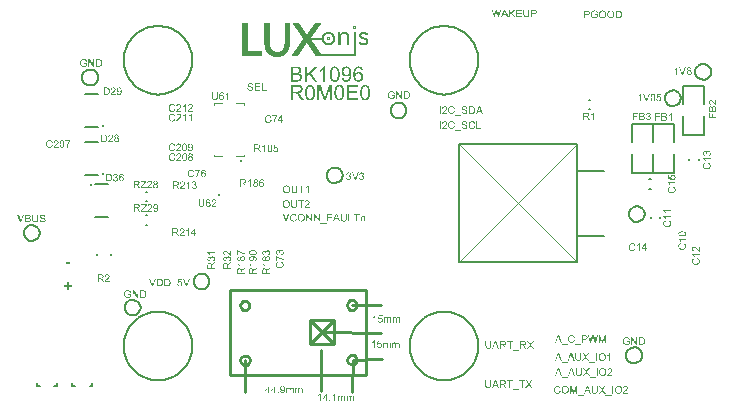
<source format=gto>
G04*
G04 #@! TF.GenerationSoftware,Altium Limited,Altium Designer,19.1.7 (138)*
G04*
G04 Layer_Color=65535*
%FSLAX25Y25*%
%MOIN*%
G70*
G01*
G75*
%ADD10C,0.01000*%
%ADD11C,0.00787*%
%ADD12C,0.01000*%
%ADD13C,0.00394*%
%ADD14C,0.00800*%
G36*
X134077Y130024D02*
X134194D01*
Y130010D01*
X134252D01*
Y129995D01*
X134296D01*
Y129980D01*
X134325D01*
Y129966D01*
X134355D01*
Y129951D01*
X134384D01*
Y129937D01*
X134398D01*
Y129922D01*
X134428D01*
Y129907D01*
X134442D01*
Y129893D01*
X134457D01*
Y129878D01*
X134471D01*
Y129864D01*
X134486D01*
Y129849D01*
X134501D01*
Y129834D01*
X134515D01*
Y129820D01*
X134530D01*
Y129805D01*
X134545D01*
Y129790D01*
Y129776D01*
X134559D01*
Y129761D01*
X134574D01*
Y129747D01*
Y129732D01*
X134588D01*
Y129718D01*
Y129703D01*
X134603D01*
Y129688D01*
Y129674D01*
X134618D01*
Y129659D01*
Y129644D01*
Y129630D01*
X134632D01*
Y129615D01*
Y129601D01*
Y129586D01*
Y129571D01*
X134647D01*
Y129557D01*
Y129542D01*
Y129528D01*
Y129513D01*
Y129498D01*
Y129484D01*
Y129469D01*
Y129455D01*
Y129440D01*
Y129425D01*
Y129411D01*
Y129396D01*
Y129382D01*
Y129367D01*
Y129352D01*
Y129338D01*
Y129323D01*
Y129308D01*
Y129294D01*
X134632D01*
Y129279D01*
Y129265D01*
Y129250D01*
Y129235D01*
X134618D01*
Y129221D01*
Y129206D01*
Y129192D01*
X134603D01*
Y129177D01*
Y129162D01*
X134588D01*
Y129148D01*
Y129133D01*
X134574D01*
Y129119D01*
Y129104D01*
X134559D01*
Y129089D01*
X134545D01*
Y129075D01*
Y129060D01*
X134530D01*
Y129045D01*
X134515D01*
Y129031D01*
X134501D01*
Y129016D01*
X134486D01*
Y129002D01*
X134471D01*
Y128987D01*
X134457D01*
Y128972D01*
X134442D01*
Y128958D01*
X134428D01*
Y128943D01*
X134398D01*
Y128929D01*
X134384D01*
Y128914D01*
X134355D01*
Y128900D01*
X134325D01*
Y128885D01*
X134296D01*
Y128870D01*
X134252D01*
Y128856D01*
X134194D01*
Y128841D01*
X134092D01*
Y128826D01*
X133990D01*
Y128841D01*
X133887D01*
Y128856D01*
X133829D01*
Y128870D01*
X133800D01*
Y128885D01*
X133756D01*
Y128900D01*
X133727D01*
Y128914D01*
X133712D01*
Y128929D01*
X133683D01*
Y128943D01*
X133668D01*
Y128958D01*
X133639D01*
Y128972D01*
X133624D01*
Y128987D01*
X133610D01*
Y129002D01*
X133595D01*
Y129016D01*
X133581D01*
Y129031D01*
X133566D01*
Y129045D01*
X133551D01*
Y129060D01*
Y129075D01*
X133537D01*
Y129089D01*
X133522D01*
Y129104D01*
Y129119D01*
X133507D01*
Y129133D01*
Y129148D01*
X133493D01*
Y129162D01*
Y129177D01*
X133478D01*
Y129192D01*
Y129206D01*
X133464D01*
Y129221D01*
Y129235D01*
Y129250D01*
X133449D01*
Y129265D01*
Y129279D01*
Y129294D01*
Y129308D01*
Y129323D01*
X133434D01*
Y129338D01*
Y129352D01*
Y129367D01*
Y129382D01*
Y129396D01*
Y129411D01*
Y129425D01*
Y129440D01*
Y129455D01*
Y129469D01*
Y129484D01*
Y129498D01*
Y129513D01*
Y129528D01*
Y129542D01*
X133449D01*
Y129557D01*
Y129571D01*
Y129586D01*
Y129601D01*
Y129615D01*
X133464D01*
Y129630D01*
Y129644D01*
Y129659D01*
X133478D01*
Y129674D01*
Y129688D01*
X133493D01*
Y129703D01*
Y129718D01*
X133507D01*
Y129732D01*
Y129747D01*
X133522D01*
Y129761D01*
Y129776D01*
X133537D01*
Y129790D01*
X133551D01*
Y129805D01*
Y129820D01*
X133566D01*
Y129834D01*
X133581D01*
Y129849D01*
X133595D01*
Y129864D01*
X133610D01*
Y129878D01*
X133624D01*
Y129893D01*
X133639D01*
Y129907D01*
X133668D01*
Y129922D01*
X133683D01*
Y129937D01*
X133712D01*
Y129951D01*
X133727D01*
Y129966D01*
X133756D01*
Y129980D01*
X133800D01*
Y129995D01*
X133843D01*
Y130010D01*
X133887D01*
Y130024D01*
X134004D01*
Y130039D01*
X134077D01*
Y130024D01*
D02*
G37*
G36*
X130820Y127994D02*
X130995D01*
Y127979D01*
X131083D01*
Y127965D01*
X131156D01*
Y127950D01*
X131214D01*
Y127935D01*
X131272D01*
Y127921D01*
X131316D01*
Y127906D01*
X131360D01*
Y127892D01*
X131404D01*
Y127877D01*
X131433D01*
Y127862D01*
X131462D01*
Y127848D01*
X131492D01*
Y127833D01*
X131521D01*
Y127819D01*
X131550D01*
Y127804D01*
X131579D01*
Y127789D01*
X131608D01*
Y127775D01*
X131623D01*
Y127760D01*
X131652D01*
Y127745D01*
X131667D01*
Y127731D01*
X131696D01*
Y127716D01*
X131711D01*
Y127702D01*
X131725D01*
Y127687D01*
X131755D01*
Y127672D01*
X131769D01*
Y127658D01*
X131784D01*
Y127643D01*
X131798D01*
Y127629D01*
X131813D01*
Y127614D01*
X131828D01*
Y127599D01*
X131842D01*
Y127585D01*
X131857D01*
Y127570D01*
X131871D01*
Y127556D01*
X131886D01*
Y127541D01*
X131901D01*
Y127526D01*
X131915D01*
Y127512D01*
X131930D01*
Y127497D01*
X131944D01*
Y127482D01*
X131959D01*
Y127468D01*
Y127453D01*
X131974D01*
Y127439D01*
X131988D01*
Y127424D01*
Y127410D01*
X132003D01*
Y127395D01*
X132018D01*
Y127380D01*
Y127366D01*
X132032D01*
Y127351D01*
X132047D01*
Y127337D01*
Y127322D01*
X132061D01*
Y127307D01*
Y127293D01*
X132076D01*
Y127278D01*
X132090D01*
Y127263D01*
Y127249D01*
X132105D01*
Y127234D01*
Y127220D01*
X132120D01*
Y127205D01*
Y127190D01*
Y127176D01*
X132134D01*
Y127161D01*
Y127147D01*
X132149D01*
Y127132D01*
Y127117D01*
X132164D01*
Y127103D01*
Y127088D01*
Y127074D01*
X132178D01*
Y127059D01*
Y127044D01*
Y127030D01*
X132193D01*
Y127015D01*
Y127000D01*
Y126986D01*
X132207D01*
Y126971D01*
Y126957D01*
Y126942D01*
Y126927D01*
X132222D01*
Y126913D01*
Y126898D01*
Y126884D01*
Y126869D01*
X132237D01*
Y126854D01*
Y126840D01*
Y126825D01*
Y126811D01*
Y126796D01*
X132251D01*
Y126781D01*
Y126767D01*
Y126752D01*
Y126738D01*
X132266D01*
Y126723D01*
Y126708D01*
Y126694D01*
Y126679D01*
Y126664D01*
Y126650D01*
Y126635D01*
Y126621D01*
X132280D01*
Y126606D01*
Y126592D01*
Y126577D01*
Y126562D01*
Y126548D01*
Y126533D01*
Y126518D01*
Y126504D01*
Y126489D01*
Y126475D01*
Y126460D01*
X132295D01*
Y126445D01*
Y126431D01*
Y126416D01*
Y126402D01*
Y126387D01*
Y126372D01*
Y126358D01*
Y126343D01*
Y126329D01*
Y126314D01*
Y126299D01*
Y126285D01*
Y126270D01*
Y126256D01*
Y126241D01*
Y126226D01*
Y126212D01*
Y126197D01*
Y126182D01*
Y126168D01*
Y126153D01*
Y126139D01*
Y126124D01*
Y126110D01*
Y126095D01*
Y126080D01*
Y126066D01*
Y126051D01*
Y126036D01*
Y126022D01*
Y126007D01*
Y125993D01*
Y125978D01*
Y125963D01*
Y125949D01*
Y125934D01*
Y125920D01*
Y125905D01*
Y125890D01*
Y125876D01*
Y125861D01*
Y125847D01*
Y125832D01*
Y125817D01*
Y125803D01*
Y125788D01*
Y125774D01*
Y125759D01*
Y125744D01*
Y125730D01*
Y125715D01*
Y125700D01*
Y125686D01*
Y125671D01*
Y125657D01*
Y125642D01*
Y125627D01*
Y125613D01*
Y125598D01*
Y125584D01*
Y125569D01*
Y125554D01*
Y125540D01*
Y125525D01*
Y125511D01*
Y125496D01*
Y125481D01*
Y125467D01*
Y125452D01*
Y125437D01*
Y125423D01*
Y125408D01*
Y125394D01*
Y125379D01*
Y125364D01*
Y125350D01*
Y125335D01*
Y125321D01*
Y125306D01*
Y125291D01*
Y125277D01*
Y125262D01*
Y125248D01*
Y125233D01*
Y125218D01*
Y125204D01*
Y125189D01*
Y125175D01*
Y125160D01*
Y125145D01*
Y125131D01*
Y125116D01*
Y125101D01*
Y125087D01*
Y125072D01*
Y125058D01*
Y125043D01*
Y125029D01*
Y125014D01*
Y124999D01*
Y124985D01*
Y124970D01*
Y124955D01*
Y124941D01*
Y124926D01*
Y124912D01*
Y124897D01*
Y124882D01*
Y124868D01*
Y124853D01*
Y124839D01*
Y124824D01*
Y124809D01*
Y124795D01*
Y124780D01*
Y124766D01*
Y124751D01*
Y124736D01*
Y124722D01*
Y124707D01*
Y124692D01*
Y124678D01*
Y124663D01*
Y124649D01*
Y124634D01*
Y124619D01*
Y124605D01*
Y124590D01*
Y124576D01*
Y124561D01*
Y124547D01*
Y124532D01*
Y124517D01*
Y124503D01*
Y124488D01*
Y124473D01*
Y124459D01*
Y124444D01*
Y124430D01*
Y124415D01*
Y124400D01*
Y124386D01*
Y124371D01*
Y124357D01*
Y124342D01*
Y124327D01*
Y124313D01*
Y124298D01*
Y124284D01*
Y124269D01*
Y124254D01*
Y124240D01*
Y124225D01*
Y124211D01*
Y124196D01*
Y124181D01*
Y124167D01*
Y124152D01*
Y124137D01*
Y124123D01*
Y124108D01*
Y124094D01*
Y124079D01*
Y124064D01*
Y124050D01*
Y124035D01*
Y124021D01*
Y124006D01*
Y123991D01*
Y123977D01*
Y123962D01*
Y123948D01*
Y123933D01*
Y123918D01*
Y123904D01*
Y123889D01*
Y123874D01*
Y123860D01*
Y123845D01*
Y123831D01*
Y123816D01*
Y123802D01*
Y123787D01*
Y123772D01*
Y123758D01*
Y123743D01*
Y123729D01*
Y123714D01*
Y123699D01*
Y123685D01*
X131594D01*
Y123699D01*
Y123714D01*
Y123729D01*
Y123743D01*
Y123758D01*
Y123772D01*
Y123787D01*
Y123802D01*
Y123816D01*
Y123831D01*
Y123845D01*
Y123860D01*
Y123874D01*
Y123889D01*
Y123904D01*
Y123918D01*
Y123933D01*
Y123948D01*
Y123962D01*
Y123977D01*
Y123991D01*
Y124006D01*
Y124021D01*
Y124035D01*
Y124050D01*
Y124064D01*
Y124079D01*
Y124094D01*
Y124108D01*
Y124123D01*
Y124137D01*
Y124152D01*
Y124167D01*
Y124181D01*
Y124196D01*
Y124211D01*
Y124225D01*
Y124240D01*
Y124254D01*
Y124269D01*
Y124284D01*
Y124298D01*
Y124313D01*
Y124327D01*
Y124342D01*
Y124357D01*
Y124371D01*
Y124386D01*
Y124400D01*
Y124415D01*
Y124430D01*
Y124444D01*
Y124459D01*
Y124473D01*
Y124488D01*
Y124503D01*
Y124517D01*
Y124532D01*
Y124547D01*
Y124561D01*
Y124576D01*
Y124590D01*
Y124605D01*
Y124619D01*
Y124634D01*
Y124649D01*
Y124663D01*
Y124678D01*
Y124692D01*
Y124707D01*
Y124722D01*
Y124736D01*
Y124751D01*
Y124766D01*
Y124780D01*
Y124795D01*
Y124809D01*
Y124824D01*
Y124839D01*
Y124853D01*
Y124868D01*
Y124882D01*
Y124897D01*
Y124912D01*
Y124926D01*
Y124941D01*
Y124955D01*
Y124970D01*
Y124985D01*
Y124999D01*
Y125014D01*
Y125029D01*
Y125043D01*
Y125058D01*
Y125072D01*
Y125087D01*
Y125101D01*
Y125116D01*
Y125131D01*
Y125145D01*
Y125160D01*
Y125175D01*
Y125189D01*
Y125204D01*
Y125218D01*
Y125233D01*
Y125248D01*
Y125262D01*
Y125277D01*
Y125291D01*
Y125306D01*
Y125321D01*
Y125335D01*
Y125350D01*
Y125364D01*
Y125379D01*
Y125394D01*
Y125408D01*
Y125423D01*
Y125437D01*
Y125452D01*
Y125467D01*
Y125481D01*
Y125496D01*
Y125511D01*
Y125525D01*
Y125540D01*
Y125554D01*
Y125569D01*
Y125584D01*
Y125598D01*
Y125613D01*
Y125627D01*
Y125642D01*
Y125657D01*
Y125671D01*
Y125686D01*
Y125700D01*
Y125715D01*
Y125730D01*
Y125744D01*
Y125759D01*
Y125774D01*
Y125788D01*
Y125803D01*
Y125817D01*
Y125832D01*
Y125847D01*
Y125861D01*
Y125876D01*
Y125890D01*
Y125905D01*
Y125920D01*
Y125934D01*
Y125949D01*
Y125963D01*
Y125978D01*
Y125993D01*
Y126007D01*
Y126022D01*
Y126036D01*
Y126051D01*
Y126066D01*
Y126080D01*
Y126095D01*
Y126110D01*
Y126124D01*
Y126139D01*
Y126153D01*
Y126168D01*
Y126182D01*
Y126197D01*
Y126212D01*
Y126226D01*
Y126241D01*
Y126256D01*
Y126270D01*
Y126285D01*
Y126299D01*
Y126314D01*
Y126329D01*
Y126343D01*
Y126358D01*
Y126372D01*
Y126387D01*
Y126402D01*
Y126416D01*
Y126431D01*
X131579D01*
Y126445D01*
Y126460D01*
Y126475D01*
Y126489D01*
Y126504D01*
Y126518D01*
Y126533D01*
X131565D01*
Y126548D01*
Y126562D01*
Y126577D01*
Y126592D01*
Y126606D01*
Y126621D01*
X131550D01*
Y126635D01*
Y126650D01*
Y126664D01*
Y126679D01*
X131535D01*
Y126694D01*
Y126708D01*
Y126723D01*
X131521D01*
Y126738D01*
Y126752D01*
Y126767D01*
X131506D01*
Y126781D01*
Y126796D01*
Y126811D01*
X131492D01*
Y126825D01*
Y126840D01*
X131477D01*
Y126854D01*
Y126869D01*
X131462D01*
Y126884D01*
Y126898D01*
Y126913D01*
X131448D01*
Y126927D01*
Y126942D01*
X131433D01*
Y126957D01*
X131419D01*
Y126971D01*
Y126986D01*
X131404D01*
Y127000D01*
X131389D01*
Y127015D01*
Y127030D01*
X131375D01*
Y127044D01*
X131360D01*
Y127059D01*
Y127074D01*
X131345D01*
Y127088D01*
X131331D01*
Y127103D01*
X131316D01*
Y127117D01*
X131302D01*
Y127132D01*
X131287D01*
Y127147D01*
X131272D01*
Y127161D01*
X131258D01*
Y127176D01*
X131229D01*
Y127190D01*
X131214D01*
Y127205D01*
X131200D01*
Y127220D01*
X131170D01*
Y127234D01*
X131141D01*
Y127249D01*
X131126D01*
Y127263D01*
X131097D01*
Y127278D01*
X131053D01*
Y127293D01*
X131024D01*
Y127307D01*
X130980D01*
Y127322D01*
X130922D01*
Y127337D01*
X130849D01*
Y127351D01*
X130717D01*
Y127366D01*
X130527D01*
Y127351D01*
X130381D01*
Y127337D01*
X130308D01*
Y127322D01*
X130235D01*
Y127307D01*
X130192D01*
Y127293D01*
X130148D01*
Y127278D01*
X130104D01*
Y127263D01*
X130075D01*
Y127249D01*
X130031D01*
Y127234D01*
X130002D01*
Y127220D01*
X129972D01*
Y127205D01*
X129958D01*
Y127190D01*
X129929D01*
Y127176D01*
X129914D01*
Y127161D01*
X129885D01*
Y127147D01*
X129870D01*
Y127132D01*
X129841D01*
Y127117D01*
X129826D01*
Y127103D01*
X129812D01*
Y127088D01*
X129797D01*
Y127074D01*
X129768D01*
Y127059D01*
X129753D01*
Y127044D01*
X129739D01*
Y127030D01*
X129724D01*
Y127015D01*
Y127000D01*
X129709D01*
Y126986D01*
X129695D01*
Y126971D01*
X129680D01*
Y126957D01*
X129666D01*
Y126942D01*
X129651D01*
Y126927D01*
X129637D01*
Y126913D01*
Y126898D01*
X129622D01*
Y126884D01*
X129607D01*
Y126869D01*
Y126854D01*
X129593D01*
Y126840D01*
X129578D01*
Y126825D01*
Y126811D01*
X129563D01*
Y126796D01*
Y126781D01*
X129549D01*
Y126767D01*
X129534D01*
Y126752D01*
Y126738D01*
X129520D01*
Y126723D01*
Y126708D01*
X129505D01*
Y126694D01*
Y126679D01*
X129490D01*
Y126664D01*
Y126650D01*
Y126635D01*
X129476D01*
Y126621D01*
Y126606D01*
X129461D01*
Y126592D01*
Y126577D01*
Y126562D01*
X129447D01*
Y126548D01*
Y126533D01*
Y126518D01*
X129432D01*
Y126504D01*
Y126489D01*
X129417D01*
Y126475D01*
Y126460D01*
Y126445D01*
Y126431D01*
X129403D01*
Y126416D01*
Y126402D01*
Y126387D01*
Y126372D01*
X129388D01*
Y126358D01*
Y126343D01*
Y126329D01*
Y126314D01*
X129374D01*
Y126299D01*
Y126285D01*
Y126270D01*
Y126256D01*
Y126241D01*
X129359D01*
Y126226D01*
Y126212D01*
Y126197D01*
Y126182D01*
Y126168D01*
Y126153D01*
X129344D01*
Y126139D01*
Y126124D01*
Y126110D01*
Y126095D01*
Y126080D01*
Y126066D01*
Y126051D01*
Y126036D01*
Y126022D01*
X129330D01*
Y126007D01*
Y125993D01*
Y125978D01*
Y125963D01*
Y125949D01*
Y125934D01*
Y125920D01*
Y125905D01*
Y125890D01*
Y125876D01*
Y125861D01*
Y125847D01*
Y125832D01*
Y125817D01*
Y125803D01*
Y125788D01*
Y125774D01*
Y125759D01*
Y125744D01*
Y125730D01*
Y125715D01*
Y125700D01*
Y125686D01*
Y125671D01*
Y125657D01*
Y125642D01*
Y125627D01*
Y125613D01*
Y125598D01*
Y125584D01*
Y125569D01*
Y125554D01*
Y125540D01*
Y125525D01*
Y125511D01*
Y125496D01*
Y125481D01*
Y125467D01*
Y125452D01*
Y125437D01*
Y125423D01*
Y125408D01*
Y125394D01*
Y125379D01*
Y125364D01*
Y125350D01*
Y125335D01*
Y125321D01*
Y125306D01*
Y125291D01*
Y125277D01*
Y125262D01*
Y125248D01*
Y125233D01*
Y125218D01*
Y125204D01*
Y125189D01*
Y125175D01*
Y125160D01*
Y125145D01*
Y125131D01*
Y125116D01*
Y125101D01*
Y125087D01*
Y125072D01*
Y125058D01*
Y125043D01*
Y125029D01*
Y125014D01*
Y124999D01*
Y124985D01*
Y124970D01*
Y124955D01*
Y124941D01*
Y124926D01*
Y124912D01*
Y124897D01*
Y124882D01*
Y124868D01*
Y124853D01*
Y124839D01*
Y124824D01*
Y124809D01*
Y124795D01*
Y124780D01*
Y124766D01*
Y124751D01*
Y124736D01*
Y124722D01*
Y124707D01*
Y124692D01*
Y124678D01*
Y124663D01*
Y124649D01*
Y124634D01*
Y124619D01*
Y124605D01*
Y124590D01*
Y124576D01*
Y124561D01*
Y124547D01*
Y124532D01*
Y124517D01*
Y124503D01*
Y124488D01*
Y124473D01*
Y124459D01*
Y124444D01*
Y124430D01*
Y124415D01*
Y124400D01*
Y124386D01*
Y124371D01*
Y124357D01*
Y124342D01*
Y124327D01*
Y124313D01*
Y124298D01*
Y124284D01*
Y124269D01*
Y124254D01*
Y124240D01*
Y124225D01*
Y124211D01*
Y124196D01*
Y124181D01*
Y124167D01*
Y124152D01*
Y124137D01*
Y124123D01*
Y124108D01*
Y124094D01*
Y124079D01*
Y124064D01*
Y124050D01*
Y124035D01*
Y124021D01*
Y124006D01*
Y123991D01*
Y123977D01*
Y123962D01*
Y123948D01*
Y123933D01*
Y123918D01*
Y123904D01*
Y123889D01*
Y123874D01*
Y123860D01*
Y123845D01*
Y123831D01*
Y123816D01*
Y123802D01*
Y123787D01*
Y123772D01*
Y123758D01*
Y123743D01*
Y123729D01*
Y123714D01*
Y123699D01*
Y123685D01*
X128629D01*
Y123699D01*
Y123714D01*
Y123729D01*
Y123743D01*
Y123758D01*
Y123772D01*
Y123787D01*
Y123802D01*
Y123816D01*
Y123831D01*
Y123845D01*
Y123860D01*
Y123874D01*
Y123889D01*
Y123904D01*
Y123918D01*
Y123933D01*
Y123948D01*
Y123962D01*
Y123977D01*
Y123991D01*
Y124006D01*
Y124021D01*
Y124035D01*
Y124050D01*
Y124064D01*
Y124079D01*
Y124094D01*
Y124108D01*
Y124123D01*
Y124137D01*
Y124152D01*
Y124167D01*
Y124181D01*
Y124196D01*
Y124211D01*
Y124225D01*
Y124240D01*
Y124254D01*
Y124269D01*
Y124284D01*
Y124298D01*
Y124313D01*
Y124327D01*
Y124342D01*
Y124357D01*
Y124371D01*
Y124386D01*
Y124400D01*
Y124415D01*
Y124430D01*
Y124444D01*
Y124459D01*
Y124473D01*
Y124488D01*
Y124503D01*
Y124517D01*
Y124532D01*
Y124547D01*
Y124561D01*
Y124576D01*
Y124590D01*
Y124605D01*
Y124619D01*
Y124634D01*
Y124649D01*
Y124663D01*
Y124678D01*
Y124692D01*
Y124707D01*
Y124722D01*
Y124736D01*
Y124751D01*
Y124766D01*
Y124780D01*
Y124795D01*
Y124809D01*
Y124824D01*
Y124839D01*
Y124853D01*
Y124868D01*
Y124882D01*
Y124897D01*
Y124912D01*
Y124926D01*
Y124941D01*
Y124955D01*
Y124970D01*
Y124985D01*
Y124999D01*
Y125014D01*
Y125029D01*
Y125043D01*
Y125058D01*
Y125072D01*
Y125087D01*
Y125101D01*
Y125116D01*
Y125131D01*
Y125145D01*
Y125160D01*
Y125175D01*
Y125189D01*
Y125204D01*
Y125218D01*
Y125233D01*
Y125248D01*
Y125262D01*
Y125277D01*
Y125291D01*
Y125306D01*
Y125321D01*
Y125335D01*
Y125350D01*
Y125364D01*
Y125379D01*
Y125394D01*
Y125408D01*
Y125423D01*
Y125437D01*
Y125452D01*
Y125467D01*
Y125481D01*
Y125496D01*
Y125511D01*
Y125525D01*
Y125540D01*
Y125554D01*
Y125569D01*
Y125584D01*
Y125598D01*
Y125613D01*
Y125627D01*
Y125642D01*
Y125657D01*
Y125671D01*
Y125686D01*
Y125700D01*
Y125715D01*
Y125730D01*
Y125744D01*
Y125759D01*
Y125774D01*
Y125788D01*
Y125803D01*
Y125817D01*
Y125832D01*
Y125847D01*
Y125861D01*
Y125876D01*
Y125890D01*
Y125905D01*
Y125920D01*
Y125934D01*
Y125949D01*
Y125963D01*
Y125978D01*
Y125993D01*
Y126007D01*
Y126022D01*
Y126036D01*
Y126051D01*
Y126066D01*
Y126080D01*
Y126095D01*
Y126110D01*
Y126124D01*
Y126139D01*
Y126153D01*
Y126168D01*
Y126182D01*
Y126197D01*
Y126212D01*
Y126226D01*
Y126241D01*
Y126256D01*
Y126270D01*
Y126285D01*
Y126299D01*
Y126314D01*
Y126329D01*
Y126343D01*
Y126358D01*
Y126372D01*
Y126387D01*
Y126402D01*
Y126416D01*
Y126431D01*
Y126445D01*
Y126460D01*
Y126475D01*
Y126489D01*
Y126504D01*
Y126518D01*
Y126533D01*
Y126548D01*
Y126562D01*
Y126577D01*
Y126592D01*
Y126606D01*
Y126621D01*
Y126635D01*
Y126650D01*
Y126664D01*
Y126679D01*
Y126694D01*
Y126708D01*
Y126723D01*
Y126738D01*
Y126752D01*
Y126767D01*
Y126781D01*
Y126796D01*
Y126811D01*
Y126825D01*
Y126840D01*
Y126854D01*
Y126869D01*
Y126884D01*
Y126898D01*
Y126913D01*
Y126927D01*
Y126942D01*
Y126957D01*
Y126971D01*
Y126986D01*
Y127000D01*
Y127015D01*
Y127030D01*
Y127044D01*
Y127059D01*
Y127074D01*
Y127088D01*
Y127103D01*
Y127117D01*
Y127132D01*
Y127147D01*
Y127161D01*
Y127176D01*
Y127190D01*
X128614D01*
Y127205D01*
Y127220D01*
Y127234D01*
Y127249D01*
Y127263D01*
Y127278D01*
Y127293D01*
Y127307D01*
Y127322D01*
Y127337D01*
Y127351D01*
Y127366D01*
Y127380D01*
Y127395D01*
Y127410D01*
Y127424D01*
Y127439D01*
Y127453D01*
Y127468D01*
Y127482D01*
X128599D01*
Y127497D01*
Y127512D01*
Y127526D01*
Y127541D01*
Y127556D01*
Y127570D01*
Y127585D01*
Y127599D01*
Y127614D01*
Y127629D01*
Y127643D01*
Y127658D01*
Y127672D01*
Y127687D01*
Y127702D01*
Y127716D01*
Y127731D01*
Y127745D01*
Y127760D01*
Y127775D01*
Y127789D01*
X128585D01*
Y127804D01*
Y127819D01*
Y127833D01*
Y127848D01*
Y127862D01*
Y127877D01*
Y127892D01*
X129257D01*
Y127877D01*
Y127862D01*
Y127848D01*
Y127833D01*
Y127819D01*
Y127804D01*
Y127789D01*
Y127775D01*
Y127760D01*
Y127745D01*
Y127731D01*
Y127716D01*
Y127702D01*
Y127687D01*
Y127672D01*
Y127658D01*
Y127643D01*
Y127629D01*
Y127614D01*
Y127599D01*
Y127585D01*
Y127570D01*
Y127556D01*
Y127541D01*
Y127526D01*
Y127512D01*
Y127497D01*
Y127482D01*
X129271D01*
Y127468D01*
Y127453D01*
Y127439D01*
Y127424D01*
Y127410D01*
Y127395D01*
Y127380D01*
Y127366D01*
Y127351D01*
Y127337D01*
Y127322D01*
Y127307D01*
Y127293D01*
Y127278D01*
Y127263D01*
Y127249D01*
Y127234D01*
Y127220D01*
Y127205D01*
X129300D01*
Y127220D01*
Y127234D01*
X129315D01*
Y127249D01*
Y127263D01*
X129330D01*
Y127278D01*
Y127293D01*
X129344D01*
Y127307D01*
X129359D01*
Y127322D01*
Y127337D01*
X129374D01*
Y127351D01*
X129388D01*
Y127366D01*
Y127380D01*
X129403D01*
Y127395D01*
X129417D01*
Y127410D01*
Y127424D01*
X129432D01*
Y127439D01*
X129447D01*
Y127453D01*
X129461D01*
Y127468D01*
X129476D01*
Y127482D01*
X129490D01*
Y127497D01*
Y127512D01*
X129505D01*
Y127526D01*
X129520D01*
Y127541D01*
X129534D01*
Y127556D01*
X129549D01*
Y127570D01*
X129563D01*
Y127585D01*
X129578D01*
Y127599D01*
X129607D01*
Y127614D01*
X129622D01*
Y127629D01*
X129637D01*
Y127643D01*
X129651D01*
Y127658D01*
X129666D01*
Y127672D01*
X129695D01*
Y127687D01*
X129709D01*
Y127702D01*
X129739D01*
Y127716D01*
X129753D01*
Y127731D01*
X129768D01*
Y127745D01*
X129797D01*
Y127760D01*
X129826D01*
Y127775D01*
X129841D01*
Y127789D01*
X129870D01*
Y127804D01*
X129899D01*
Y127819D01*
X129929D01*
Y127833D01*
X129958D01*
Y127848D01*
X129987D01*
Y127862D01*
X130016D01*
Y127877D01*
X130060D01*
Y127892D01*
X130089D01*
Y127906D01*
X130133D01*
Y127921D01*
X130177D01*
Y127935D01*
X130235D01*
Y127950D01*
X130279D01*
Y127965D01*
X130352D01*
Y127979D01*
X130440D01*
Y127994D01*
X130586D01*
Y128008D01*
X130820D01*
Y127994D01*
D02*
G37*
G36*
X123049Y131017D02*
X123034D01*
Y131003D01*
X123019D01*
Y130988D01*
Y130974D01*
X123005D01*
Y130959D01*
X122990D01*
Y130945D01*
Y130930D01*
X122976D01*
Y130915D01*
X122961D01*
Y130901D01*
X122946D01*
Y130886D01*
Y130871D01*
X122932D01*
Y130857D01*
X122917D01*
Y130842D01*
Y130828D01*
X122903D01*
Y130813D01*
X122888D01*
Y130798D01*
X122873D01*
Y130784D01*
Y130769D01*
X122859D01*
Y130755D01*
X122844D01*
Y130740D01*
Y130725D01*
X122829D01*
Y130711D01*
X122815D01*
Y130696D01*
X122800D01*
Y130682D01*
Y130667D01*
X122786D01*
Y130652D01*
X122771D01*
Y130638D01*
Y130623D01*
X122756D01*
Y130608D01*
X122742D01*
Y130594D01*
X122727D01*
Y130579D01*
Y130565D01*
X122713D01*
Y130550D01*
X122698D01*
Y130535D01*
Y130521D01*
X122683D01*
Y130506D01*
X122669D01*
Y130492D01*
Y130477D01*
X122654D01*
Y130462D01*
X122640D01*
Y130448D01*
X122625D01*
Y130433D01*
Y130419D01*
X122610D01*
Y130404D01*
X122596D01*
Y130389D01*
Y130375D01*
X122581D01*
Y130360D01*
X122566D01*
Y130346D01*
X122552D01*
Y130331D01*
Y130316D01*
X122537D01*
Y130302D01*
X122523D01*
Y130287D01*
Y130272D01*
X122508D01*
Y130258D01*
X122494D01*
Y130243D01*
X122479D01*
Y130229D01*
Y130214D01*
X122464D01*
Y130200D01*
X122450D01*
Y130185D01*
Y130170D01*
X122435D01*
Y130156D01*
X122420D01*
Y130141D01*
X122406D01*
Y130127D01*
Y130112D01*
X122391D01*
Y130097D01*
X122377D01*
Y130083D01*
Y130068D01*
X122362D01*
Y130053D01*
X122347D01*
Y130039D01*
Y130024D01*
X122333D01*
Y130010D01*
X122318D01*
Y129995D01*
X122304D01*
Y129980D01*
Y129966D01*
X122289D01*
Y129951D01*
X122274D01*
Y129937D01*
Y129922D01*
X122260D01*
Y129907D01*
X122245D01*
Y129893D01*
X122231D01*
Y129878D01*
Y129864D01*
X122216D01*
Y129849D01*
X122201D01*
Y129834D01*
Y129820D01*
X122187D01*
Y129805D01*
X122172D01*
Y129790D01*
X122158D01*
Y129776D01*
Y129761D01*
X122143D01*
Y129747D01*
X122128D01*
Y129732D01*
Y129718D01*
X122114D01*
Y129703D01*
X122099D01*
Y129688D01*
X122084D01*
Y129674D01*
Y129659D01*
X122070D01*
Y129644D01*
X122055D01*
Y129630D01*
Y129615D01*
X122041D01*
Y129601D01*
X122026D01*
Y129586D01*
X122011D01*
Y129571D01*
Y129557D01*
X121997D01*
Y129542D01*
X121982D01*
Y129528D01*
Y129513D01*
X121968D01*
Y129498D01*
X121953D01*
Y129484D01*
Y129469D01*
X121938D01*
Y129455D01*
X121924D01*
Y129440D01*
X121909D01*
Y129425D01*
Y129411D01*
X121895D01*
Y129396D01*
X121880D01*
Y129382D01*
Y129367D01*
X121865D01*
Y129352D01*
X121851D01*
Y129338D01*
X121836D01*
Y129323D01*
Y129308D01*
X121821D01*
Y129294D01*
X121807D01*
Y129279D01*
Y129265D01*
X121792D01*
Y129250D01*
X121778D01*
Y129235D01*
X121763D01*
Y129221D01*
Y129206D01*
X121748D01*
Y129192D01*
X121734D01*
Y129177D01*
Y129162D01*
X121719D01*
Y129148D01*
X121705D01*
Y129133D01*
X121690D01*
Y129119D01*
Y129104D01*
X121676D01*
Y129089D01*
X121661D01*
Y129075D01*
Y129060D01*
X121646D01*
Y129045D01*
X121632D01*
Y129031D01*
X121617D01*
Y129016D01*
Y129002D01*
X121602D01*
Y128987D01*
X121588D01*
Y128972D01*
Y128958D01*
X121573D01*
Y128943D01*
X121559D01*
Y128929D01*
Y128914D01*
X121544D01*
Y128900D01*
X121529D01*
Y128885D01*
X121515D01*
Y128870D01*
Y128856D01*
X121500D01*
Y128841D01*
X121486D01*
Y128826D01*
Y128812D01*
X121471D01*
Y128797D01*
X121456D01*
Y128783D01*
X121442D01*
Y128768D01*
Y128753D01*
X121427D01*
Y128739D01*
X121413D01*
Y128724D01*
Y128710D01*
X121398D01*
Y128695D01*
X121383D01*
Y128680D01*
X121369D01*
Y128666D01*
Y128651D01*
X121354D01*
Y128637D01*
X121339D01*
Y128622D01*
Y128607D01*
X121325D01*
Y128593D01*
X121310D01*
Y128578D01*
X121296D01*
Y128563D01*
Y128549D01*
X121281D01*
Y128534D01*
X121266D01*
Y128520D01*
Y128505D01*
X121252D01*
Y128490D01*
X121237D01*
Y128476D01*
X121223D01*
Y128461D01*
Y128447D01*
X121208D01*
Y128432D01*
X121193D01*
Y128417D01*
Y128403D01*
X121179D01*
Y128388D01*
X121164D01*
Y128374D01*
Y128359D01*
X121150D01*
Y128344D01*
X121135D01*
Y128330D01*
X121120D01*
Y128315D01*
Y128301D01*
X121106D01*
Y128286D01*
X121091D01*
Y128271D01*
Y128257D01*
X121077D01*
Y128242D01*
X121062D01*
Y128227D01*
X121047D01*
Y128213D01*
Y128198D01*
X121033D01*
Y128184D01*
X121018D01*
Y128169D01*
Y128155D01*
X121003D01*
Y128140D01*
X120989D01*
Y128125D01*
X120974D01*
Y128111D01*
Y128096D01*
X120960D01*
Y128081D01*
X120945D01*
Y128067D01*
Y128052D01*
X120931D01*
Y128038D01*
X120916D01*
Y128023D01*
X120901D01*
Y128008D01*
Y127994D01*
X120887D01*
Y127979D01*
X120872D01*
Y127965D01*
Y127950D01*
X120857D01*
Y127935D01*
X120843D01*
Y127921D01*
Y127906D01*
X120828D01*
Y127892D01*
X120814D01*
Y127877D01*
X120799D01*
Y127862D01*
Y127848D01*
X120784D01*
Y127833D01*
X120770D01*
Y127819D01*
Y127804D01*
X120755D01*
Y127789D01*
X120741D01*
Y127775D01*
X120726D01*
Y127760D01*
Y127745D01*
X120711D01*
Y127731D01*
X120697D01*
Y127716D01*
Y127702D01*
X120682D01*
Y127687D01*
X120668D01*
Y127672D01*
X120653D01*
Y127658D01*
Y127643D01*
X120638D01*
Y127629D01*
X120624D01*
Y127614D01*
Y127599D01*
X120609D01*
Y127585D01*
X120595D01*
Y127570D01*
X120580D01*
Y127556D01*
Y127541D01*
X120565D01*
Y127526D01*
X120551D01*
Y127512D01*
Y127497D01*
X120536D01*
Y127482D01*
X120521D01*
Y127468D01*
X120507D01*
Y127453D01*
Y127439D01*
X120492D01*
Y127424D01*
X120478D01*
Y127410D01*
Y127395D01*
X120463D01*
Y127380D01*
X120449D01*
Y127366D01*
Y127351D01*
X120434D01*
Y127337D01*
X120419D01*
Y127322D01*
X120405D01*
Y127307D01*
Y127293D01*
X120390D01*
Y127278D01*
X120375D01*
Y127263D01*
Y127249D01*
X120361D01*
Y127234D01*
X120346D01*
Y127220D01*
X120332D01*
Y127205D01*
Y127190D01*
X120317D01*
Y127176D01*
X120302D01*
Y127161D01*
Y127147D01*
X120288D01*
Y127132D01*
X120273D01*
Y127117D01*
X120258D01*
Y127103D01*
Y127088D01*
X120244D01*
Y127074D01*
X120229D01*
Y127059D01*
Y127044D01*
X120215D01*
Y127030D01*
X120200D01*
Y127015D01*
X120185D01*
Y127000D01*
Y126986D01*
X120171D01*
Y126971D01*
X120156D01*
Y126957D01*
Y126942D01*
X120142D01*
Y126927D01*
X120127D01*
Y126913D01*
X120113D01*
Y126898D01*
Y126884D01*
X120098D01*
Y126869D01*
X120083D01*
Y126854D01*
Y126840D01*
X120069D01*
Y126825D01*
X120054D01*
Y126811D01*
Y126796D01*
X120039D01*
Y126781D01*
X120025D01*
Y126767D01*
X120010D01*
Y126752D01*
Y126738D01*
X119996D01*
Y126723D01*
X119981D01*
Y126708D01*
Y126694D01*
X119966D01*
Y126679D01*
X119952D01*
Y126664D01*
X119937D01*
Y126650D01*
Y126635D01*
X119923D01*
Y126621D01*
X119908D01*
Y126606D01*
Y126592D01*
X119893D01*
Y126577D01*
X119879D01*
Y126562D01*
X119864D01*
Y126548D01*
Y126533D01*
X119850D01*
Y126518D01*
X119835D01*
Y126504D01*
Y126489D01*
X119820D01*
Y126475D01*
X119806D01*
Y126460D01*
X119791D01*
Y126445D01*
Y126431D01*
X119776D01*
Y126416D01*
X119762D01*
Y126402D01*
Y126387D01*
X119747D01*
Y126372D01*
X119733D01*
Y126358D01*
Y126343D01*
X119718D01*
Y126329D01*
X119703D01*
Y126314D01*
X119689D01*
Y126299D01*
Y126285D01*
X119674D01*
Y126270D01*
X119660D01*
Y126256D01*
Y126241D01*
X119645D01*
Y126226D01*
X119630D01*
Y126212D01*
X119616D01*
Y126197D01*
Y126182D01*
X119601D01*
Y126168D01*
X119587D01*
Y126153D01*
Y126139D01*
X123063D01*
Y126153D01*
Y126168D01*
Y126182D01*
Y126197D01*
X123078D01*
Y126212D01*
Y126226D01*
Y126241D01*
Y126256D01*
Y126270D01*
X123092D01*
Y126285D01*
Y126299D01*
Y126314D01*
Y126329D01*
Y126343D01*
X123107D01*
Y126358D01*
Y126372D01*
Y126387D01*
Y126402D01*
X123122D01*
Y126416D01*
Y126431D01*
Y126445D01*
Y126460D01*
X123136D01*
Y126475D01*
Y126489D01*
Y126504D01*
Y126518D01*
X123151D01*
Y126533D01*
Y126548D01*
Y126562D01*
X123165D01*
Y126577D01*
Y126592D01*
Y126606D01*
X123180D01*
Y126621D01*
Y126635D01*
X123195D01*
Y126650D01*
Y126664D01*
Y126679D01*
X123209D01*
Y126694D01*
Y126708D01*
X123224D01*
Y126723D01*
Y126738D01*
X123238D01*
Y126752D01*
Y126767D01*
Y126781D01*
X123253D01*
Y126796D01*
Y126811D01*
X123268D01*
Y126825D01*
Y126840D01*
X123282D01*
Y126854D01*
Y126869D01*
X123297D01*
Y126884D01*
X123311D01*
Y126898D01*
Y126913D01*
X123326D01*
Y126927D01*
Y126942D01*
X123341D01*
Y126957D01*
Y126971D01*
X123355D01*
Y126986D01*
Y127000D01*
X123370D01*
Y127015D01*
X123384D01*
Y127030D01*
Y127044D01*
X123399D01*
Y127059D01*
X123414D01*
Y127074D01*
Y127088D01*
X123428D01*
Y127103D01*
X123443D01*
Y127117D01*
Y127132D01*
X123458D01*
Y127147D01*
X123472D01*
Y127161D01*
X123487D01*
Y127176D01*
Y127190D01*
X123501D01*
Y127205D01*
X123516D01*
Y127220D01*
X123531D01*
Y127234D01*
X123545D01*
Y127249D01*
X123560D01*
Y127263D01*
Y127278D01*
X123574D01*
Y127293D01*
X123589D01*
Y127307D01*
X123604D01*
Y127322D01*
X123618D01*
Y127337D01*
X123633D01*
Y127351D01*
X123647D01*
Y127366D01*
X123662D01*
Y127380D01*
X123677D01*
Y127395D01*
X123691D01*
Y127410D01*
X123706D01*
Y127424D01*
X123721D01*
Y127439D01*
X123735D01*
Y127453D01*
X123750D01*
Y127468D01*
X123764D01*
Y127482D01*
X123793D01*
Y127497D01*
X123808D01*
Y127512D01*
X123823D01*
Y127526D01*
X123837D01*
Y127541D01*
X123867D01*
Y127556D01*
X123881D01*
Y127570D01*
X123896D01*
Y127585D01*
X123910D01*
Y127599D01*
X123940D01*
Y127614D01*
X123969D01*
Y127629D01*
X123983D01*
Y127643D01*
X124013D01*
Y127658D01*
X124027D01*
Y127672D01*
X124056D01*
Y127687D01*
X124071D01*
Y127702D01*
X124100D01*
Y127716D01*
X124129D01*
Y127731D01*
X124159D01*
Y127745D01*
X124188D01*
Y127760D01*
X124217D01*
Y127775D01*
X124246D01*
Y127789D01*
X124276D01*
Y127804D01*
X124305D01*
Y127819D01*
X124349D01*
Y127833D01*
X124378D01*
Y127848D01*
X124422D01*
Y127862D01*
X124466D01*
Y127877D01*
X124509D01*
Y127892D01*
X124553D01*
Y127906D01*
X124597D01*
Y127921D01*
X124655D01*
Y127935D01*
X124714D01*
Y127950D01*
X124787D01*
Y127965D01*
X124874D01*
Y127979D01*
X124977D01*
Y127994D01*
X125152D01*
Y128008D01*
X125429D01*
Y127994D01*
X125590D01*
Y127979D01*
X125692D01*
Y127965D01*
X125780D01*
Y127950D01*
X125868D01*
Y127935D01*
X125912D01*
Y127921D01*
X125970D01*
Y127906D01*
X126028D01*
Y127892D01*
X126072D01*
Y127877D01*
X126116D01*
Y127862D01*
X126145D01*
Y127848D01*
X126189D01*
Y127833D01*
X126233D01*
Y127819D01*
X126262D01*
Y127804D01*
X126291D01*
Y127789D01*
X126321D01*
Y127775D01*
X126350D01*
Y127760D01*
X126379D01*
Y127745D01*
X126408D01*
Y127731D01*
X126437D01*
Y127716D01*
X126467D01*
Y127702D01*
X126496D01*
Y127687D01*
X126511D01*
Y127672D01*
X126540D01*
Y127658D01*
X126569D01*
Y127643D01*
X126584D01*
Y127629D01*
X126613D01*
Y127614D01*
X126627D01*
Y127599D01*
X126657D01*
Y127585D01*
X126671D01*
Y127570D01*
X126686D01*
Y127556D01*
X126715D01*
Y127541D01*
X126730D01*
Y127526D01*
X126744D01*
Y127512D01*
X126759D01*
Y127497D01*
X126788D01*
Y127482D01*
X126803D01*
Y127468D01*
X126817D01*
Y127453D01*
X126832D01*
Y127439D01*
X126847D01*
Y127424D01*
X126861D01*
Y127410D01*
X126876D01*
Y127395D01*
X126890D01*
Y127380D01*
X126905D01*
Y127366D01*
X126919D01*
Y127351D01*
X126934D01*
Y127337D01*
X126949D01*
Y127322D01*
X126963D01*
Y127307D01*
X126978D01*
Y127293D01*
X126992D01*
Y127278D01*
X127007D01*
Y127263D01*
X127022D01*
Y127249D01*
Y127234D01*
X127036D01*
Y127220D01*
X127051D01*
Y127205D01*
X127066D01*
Y127190D01*
X127080D01*
Y127176D01*
X127095D01*
Y127161D01*
Y127147D01*
X127109D01*
Y127132D01*
X127124D01*
Y127117D01*
Y127103D01*
X127139D01*
Y127088D01*
X127153D01*
Y127074D01*
Y127059D01*
X127168D01*
Y127044D01*
X127182D01*
Y127030D01*
Y127015D01*
X127197D01*
Y127000D01*
X127212D01*
Y126986D01*
Y126971D01*
X127226D01*
Y126957D01*
X127241D01*
Y126942D01*
Y126927D01*
X127255D01*
Y126913D01*
Y126898D01*
X127270D01*
Y126884D01*
Y126869D01*
X127285D01*
Y126854D01*
Y126840D01*
X127299D01*
Y126825D01*
Y126811D01*
X127314D01*
Y126796D01*
Y126781D01*
X127329D01*
Y126767D01*
Y126752D01*
X127343D01*
Y126738D01*
Y126723D01*
X127358D01*
Y126708D01*
Y126694D01*
Y126679D01*
X127372D01*
Y126664D01*
Y126650D01*
X127387D01*
Y126635D01*
Y126621D01*
Y126606D01*
X127401D01*
Y126592D01*
Y126577D01*
X127416D01*
Y126562D01*
Y126548D01*
Y126533D01*
X127431D01*
Y126518D01*
Y126504D01*
Y126489D01*
Y126475D01*
X127445D01*
Y126460D01*
Y126445D01*
Y126431D01*
X127460D01*
Y126416D01*
Y126402D01*
Y126387D01*
Y126372D01*
X127475D01*
Y126358D01*
Y126343D01*
Y126329D01*
Y126314D01*
Y126299D01*
X127489D01*
Y126285D01*
Y126270D01*
Y126256D01*
Y126241D01*
Y126226D01*
X127504D01*
Y126212D01*
Y126197D01*
Y126182D01*
Y126168D01*
Y126153D01*
Y126139D01*
Y126124D01*
X127518D01*
Y126110D01*
Y126095D01*
Y126080D01*
Y126066D01*
Y126051D01*
Y126036D01*
Y126022D01*
Y126007D01*
Y125993D01*
Y125978D01*
X127533D01*
Y125963D01*
Y125949D01*
Y125934D01*
Y125920D01*
Y125905D01*
Y125890D01*
Y125876D01*
Y125861D01*
Y125847D01*
Y125832D01*
Y125817D01*
Y125803D01*
Y125788D01*
Y125774D01*
Y125759D01*
Y125744D01*
Y125730D01*
Y125715D01*
Y125700D01*
Y125686D01*
Y125671D01*
Y125657D01*
Y125642D01*
Y125627D01*
Y125613D01*
X127518D01*
Y125598D01*
Y125584D01*
Y125569D01*
Y125554D01*
Y125540D01*
Y125525D01*
Y125511D01*
Y125496D01*
Y125481D01*
Y125467D01*
Y125452D01*
X127504D01*
Y125437D01*
Y125423D01*
Y125408D01*
Y125394D01*
Y125379D01*
Y125364D01*
X127489D01*
Y125350D01*
Y125335D01*
Y125321D01*
Y125306D01*
Y125291D01*
Y125277D01*
X127475D01*
Y125262D01*
Y125248D01*
Y125233D01*
Y125218D01*
X127460D01*
Y125204D01*
Y125189D01*
Y125175D01*
Y125160D01*
X127445D01*
Y125145D01*
Y125131D01*
Y125116D01*
Y125101D01*
X127431D01*
Y125087D01*
Y125072D01*
Y125058D01*
X127416D01*
Y125043D01*
Y125029D01*
Y125014D01*
X127401D01*
Y124999D01*
Y124985D01*
Y124970D01*
X127387D01*
Y124955D01*
Y124941D01*
X127372D01*
Y124926D01*
Y124912D01*
Y124897D01*
X127358D01*
Y124882D01*
Y124868D01*
X127343D01*
Y124853D01*
Y124839D01*
X127329D01*
Y124824D01*
Y124809D01*
Y124795D01*
X127314D01*
Y124780D01*
Y124766D01*
X127299D01*
Y124751D01*
X127285D01*
Y124736D01*
Y124722D01*
X127270D01*
Y124707D01*
Y124692D01*
X127255D01*
Y124678D01*
Y124663D01*
X127241D01*
Y124649D01*
Y124634D01*
X127226D01*
Y124619D01*
Y124605D01*
X127212D01*
Y124590D01*
X127197D01*
Y124576D01*
Y124561D01*
X127182D01*
Y124547D01*
X127168D01*
Y124532D01*
Y124517D01*
X127153D01*
Y124503D01*
X127139D01*
Y124488D01*
Y124473D01*
X127124D01*
Y124459D01*
X127109D01*
Y124444D01*
Y124430D01*
X127095D01*
Y124415D01*
X127080D01*
Y124400D01*
X127066D01*
Y124386D01*
X127051D01*
Y124371D01*
Y124357D01*
X127036D01*
Y124342D01*
X127022D01*
Y124327D01*
X127007D01*
Y124313D01*
X126992D01*
Y124298D01*
X126978D01*
Y124284D01*
Y124269D01*
X126963D01*
Y124254D01*
X126949D01*
Y124240D01*
X126934D01*
Y124225D01*
X126919D01*
Y124211D01*
X126905D01*
Y124196D01*
X126890D01*
Y124181D01*
X126876D01*
Y124167D01*
X126861D01*
Y124152D01*
X126847D01*
Y124137D01*
X126832D01*
Y124123D01*
X126803D01*
Y124108D01*
X126788D01*
Y124094D01*
X126773D01*
Y124079D01*
X126759D01*
Y124064D01*
X126730D01*
Y124050D01*
X126715D01*
Y124035D01*
X126700D01*
Y124021D01*
X126686D01*
Y124006D01*
X126657D01*
Y123991D01*
X126642D01*
Y123977D01*
X126613D01*
Y123962D01*
X126598D01*
Y123948D01*
X126569D01*
Y123933D01*
X126554D01*
Y123918D01*
X126525D01*
Y123904D01*
X126496D01*
Y123889D01*
X126481D01*
Y123874D01*
X126452D01*
Y123860D01*
X126423D01*
Y123845D01*
X126394D01*
Y123831D01*
X126364D01*
Y123816D01*
X126335D01*
Y123802D01*
X126306D01*
Y123787D01*
X126277D01*
Y123772D01*
X126233D01*
Y123758D01*
X126204D01*
Y123743D01*
X126160D01*
Y123729D01*
X126131D01*
Y123714D01*
X126087D01*
Y123699D01*
X126043D01*
Y123685D01*
X125985D01*
Y123670D01*
X125941D01*
Y123655D01*
X125882D01*
Y123641D01*
X125809D01*
Y123626D01*
X125722D01*
Y123612D01*
X125649D01*
Y123597D01*
X125488D01*
Y123582D01*
X125094D01*
Y123597D01*
X124918D01*
Y123612D01*
X124845D01*
Y123626D01*
X124758D01*
Y123641D01*
X124685D01*
Y123655D01*
X124641D01*
Y123670D01*
X124582D01*
Y123685D01*
X124539D01*
Y123699D01*
X124495D01*
Y123714D01*
X124451D01*
Y123729D01*
X124407D01*
Y123743D01*
X124363D01*
Y123758D01*
X124334D01*
Y123772D01*
X124290D01*
Y123787D01*
X124261D01*
Y123802D01*
X124232D01*
Y123816D01*
X124203D01*
Y123831D01*
X124173D01*
Y123845D01*
X124144D01*
Y123860D01*
X124115D01*
Y123874D01*
X124086D01*
Y123889D01*
X124071D01*
Y123904D01*
X124042D01*
Y123918D01*
X124027D01*
Y123933D01*
X123998D01*
Y123948D01*
X123983D01*
Y123962D01*
X123954D01*
Y123977D01*
X123925D01*
Y123991D01*
X123910D01*
Y124006D01*
X123896D01*
Y124021D01*
X123867D01*
Y124035D01*
X123852D01*
Y124050D01*
X123837D01*
Y124064D01*
X123823D01*
Y124079D01*
X123793D01*
Y124094D01*
X123779D01*
Y124108D01*
X123764D01*
Y124123D01*
X123750D01*
Y124137D01*
X123735D01*
Y124152D01*
X123721D01*
Y124167D01*
X123706D01*
Y124181D01*
X123691D01*
Y124196D01*
X123662D01*
Y124211D01*
Y124225D01*
X123647D01*
Y124240D01*
X123633D01*
Y124254D01*
X123618D01*
Y124269D01*
X123604D01*
Y124284D01*
X123589D01*
Y124298D01*
X123574D01*
Y124313D01*
X123560D01*
Y124327D01*
X123545D01*
Y124342D01*
Y124357D01*
X123531D01*
Y124371D01*
X123516D01*
Y124386D01*
X123501D01*
Y124400D01*
X123487D01*
Y124415D01*
X123472D01*
Y124430D01*
Y124444D01*
X123458D01*
Y124459D01*
X123443D01*
Y124473D01*
Y124488D01*
X123428D01*
Y124503D01*
X123414D01*
Y124517D01*
Y124532D01*
X123399D01*
Y124547D01*
X123384D01*
Y124561D01*
Y124576D01*
X123370D01*
Y124590D01*
X123355D01*
Y124605D01*
Y124619D01*
X123341D01*
Y124634D01*
Y124649D01*
X123326D01*
Y124663D01*
X123311D01*
Y124678D01*
Y124692D01*
X123297D01*
Y124707D01*
Y124722D01*
X123282D01*
Y124736D01*
Y124751D01*
X123268D01*
Y124766D01*
Y124780D01*
X123253D01*
Y124795D01*
Y124809D01*
X123238D01*
Y124824D01*
Y124839D01*
X123224D01*
Y124853D01*
Y124868D01*
X123209D01*
Y124882D01*
Y124897D01*
Y124912D01*
X123195D01*
Y124926D01*
Y124941D01*
X123180D01*
Y124955D01*
Y124970D01*
Y124985D01*
X123165D01*
Y124999D01*
Y125014D01*
Y125029D01*
X123151D01*
Y125043D01*
Y125058D01*
Y125072D01*
X123136D01*
Y125087D01*
Y125101D01*
Y125116D01*
X123122D01*
Y125131D01*
Y125145D01*
Y125160D01*
Y125175D01*
X123107D01*
Y125189D01*
Y125204D01*
Y125218D01*
Y125233D01*
X123092D01*
Y125248D01*
Y125262D01*
Y125277D01*
Y125291D01*
Y125306D01*
X123078D01*
Y125321D01*
Y125335D01*
Y125350D01*
Y125364D01*
Y125379D01*
Y125394D01*
X123063D01*
Y125408D01*
Y125423D01*
Y125437D01*
Y125452D01*
X119557D01*
Y125437D01*
Y125423D01*
X119572D01*
Y125408D01*
Y125394D01*
X119587D01*
Y125379D01*
X119601D01*
Y125364D01*
Y125350D01*
X119616D01*
Y125335D01*
X119630D01*
Y125321D01*
Y125306D01*
X119645D01*
Y125291D01*
X119660D01*
Y125277D01*
X119674D01*
Y125262D01*
Y125248D01*
X119689D01*
Y125233D01*
X119703D01*
Y125218D01*
Y125204D01*
X119718D01*
Y125189D01*
X119733D01*
Y125175D01*
Y125160D01*
X119747D01*
Y125145D01*
X119762D01*
Y125131D01*
X119776D01*
Y125116D01*
Y125101D01*
X119791D01*
Y125087D01*
X119806D01*
Y125072D01*
Y125058D01*
X119820D01*
Y125043D01*
X119835D01*
Y125029D01*
Y125014D01*
X119850D01*
Y124999D01*
X119864D01*
Y124985D01*
X119879D01*
Y124970D01*
Y124955D01*
X119893D01*
Y124941D01*
X119908D01*
Y124926D01*
Y124912D01*
X119923D01*
Y124897D01*
X119937D01*
Y124882D01*
Y124868D01*
X119952D01*
Y124853D01*
X119966D01*
Y124839D01*
X119981D01*
Y124824D01*
Y124809D01*
X119996D01*
Y124795D01*
X120010D01*
Y124780D01*
Y124766D01*
X120025D01*
Y124751D01*
X120039D01*
Y124736D01*
Y124722D01*
X120054D01*
Y124707D01*
X120069D01*
Y124692D01*
X120083D01*
Y124678D01*
Y124663D01*
X120098D01*
Y124649D01*
X120113D01*
Y124634D01*
Y124619D01*
X120127D01*
Y124605D01*
X120142D01*
Y124590D01*
Y124576D01*
X120156D01*
Y124561D01*
X120171D01*
Y124547D01*
X120185D01*
Y124532D01*
Y124517D01*
X120200D01*
Y124503D01*
X120215D01*
Y124488D01*
Y124473D01*
X120229D01*
Y124459D01*
X120244D01*
Y124444D01*
Y124430D01*
X120258D01*
Y124415D01*
X120273D01*
Y124400D01*
X120288D01*
Y124386D01*
Y124371D01*
X120302D01*
Y124357D01*
X120317D01*
Y124342D01*
Y124327D01*
X120332D01*
Y124313D01*
X120346D01*
Y124298D01*
Y124284D01*
X120361D01*
Y124269D01*
X120375D01*
Y124254D01*
X120390D01*
Y124240D01*
Y124225D01*
X120405D01*
Y124211D01*
X120419D01*
Y124196D01*
Y124181D01*
X120434D01*
Y124167D01*
X120449D01*
Y124152D01*
Y124137D01*
X120463D01*
Y124123D01*
X120478D01*
Y124108D01*
X120492D01*
Y124094D01*
Y124079D01*
X120507D01*
Y124064D01*
X120521D01*
Y124050D01*
Y124035D01*
X120536D01*
Y124021D01*
X120551D01*
Y124006D01*
Y123991D01*
X120565D01*
Y123977D01*
X120580D01*
Y123962D01*
X120595D01*
Y123948D01*
Y123933D01*
X120609D01*
Y123918D01*
X120624D01*
Y123904D01*
Y123889D01*
X120638D01*
Y123874D01*
X120653D01*
Y123860D01*
Y123845D01*
X120668D01*
Y123831D01*
X120682D01*
Y123816D01*
X120697D01*
Y123802D01*
Y123787D01*
X120711D01*
Y123772D01*
X120726D01*
Y123758D01*
Y123743D01*
X120741D01*
Y123729D01*
X120755D01*
Y123714D01*
Y123699D01*
X120770D01*
Y123685D01*
X120784D01*
Y123670D01*
X120799D01*
Y123655D01*
Y123641D01*
X120814D01*
Y123626D01*
X120828D01*
Y123612D01*
Y123597D01*
X120843D01*
Y123582D01*
X120857D01*
Y123568D01*
Y123553D01*
X120872D01*
Y123539D01*
X120887D01*
Y123524D01*
X120901D01*
Y123509D01*
Y123495D01*
X120916D01*
Y123480D01*
X120931D01*
Y123466D01*
Y123451D01*
X120945D01*
Y123436D01*
X120960D01*
Y123422D01*
Y123407D01*
X120974D01*
Y123392D01*
X120989D01*
Y123378D01*
X121003D01*
Y123363D01*
Y123349D01*
X121018D01*
Y123334D01*
X121033D01*
Y123319D01*
Y123305D01*
X121047D01*
Y123290D01*
X121062D01*
Y123276D01*
Y123261D01*
X121077D01*
Y123246D01*
X121091D01*
Y123232D01*
X121106D01*
Y123217D01*
Y123203D01*
X121120D01*
Y123188D01*
X121135D01*
Y123173D01*
Y123159D01*
X121150D01*
Y123144D01*
X121164D01*
Y123129D01*
Y123115D01*
X121179D01*
Y123100D01*
X121193D01*
Y123086D01*
X121208D01*
Y123071D01*
Y123056D01*
X121223D01*
Y123042D01*
X121237D01*
Y123027D01*
Y123013D01*
X121252D01*
Y122998D01*
X121266D01*
Y122984D01*
Y122969D01*
X121281D01*
Y122954D01*
X121296D01*
Y122940D01*
X121310D01*
Y122925D01*
Y122910D01*
X121325D01*
Y122896D01*
X121339D01*
Y122881D01*
Y122867D01*
X121354D01*
Y122852D01*
X121369D01*
Y122837D01*
Y122823D01*
X121383D01*
Y122808D01*
X121398D01*
Y122794D01*
X121413D01*
Y122779D01*
Y122764D01*
X121427D01*
Y122750D01*
X121442D01*
Y122735D01*
Y122721D01*
X121456D01*
Y122706D01*
X121471D01*
Y122691D01*
Y122677D01*
X121486D01*
Y122662D01*
X121500D01*
Y122648D01*
X121515D01*
Y122633D01*
Y122618D01*
X121529D01*
Y122604D01*
X121544D01*
Y122589D01*
Y122574D01*
X121559D01*
Y122560D01*
X121573D01*
Y122545D01*
Y122531D01*
X121588D01*
Y122516D01*
X121602D01*
Y122501D01*
X121617D01*
Y122487D01*
Y122472D01*
X121632D01*
Y122458D01*
X121646D01*
Y122443D01*
Y122428D01*
X121661D01*
Y122414D01*
X121676D01*
Y122399D01*
Y122385D01*
X121690D01*
Y122370D01*
X121705D01*
Y122355D01*
X121719D01*
Y122341D01*
Y122326D01*
X121734D01*
Y122311D01*
X121748D01*
Y122297D01*
Y122282D01*
X121763D01*
Y122268D01*
X121778D01*
Y122253D01*
Y122239D01*
X121792D01*
Y122224D01*
X121807D01*
Y122209D01*
X121821D01*
Y122195D01*
Y122180D01*
X121836D01*
Y122166D01*
X121851D01*
Y122151D01*
Y122136D01*
X121865D01*
Y122122D01*
X121880D01*
Y122107D01*
Y122092D01*
X121895D01*
Y122078D01*
X121909D01*
Y122063D01*
X121924D01*
Y122049D01*
Y122034D01*
X121938D01*
Y122019D01*
X121953D01*
Y122005D01*
Y121990D01*
X121968D01*
Y121976D01*
X121982D01*
Y121961D01*
Y121946D01*
X121997D01*
Y121932D01*
X122011D01*
Y121917D01*
X122026D01*
Y121903D01*
Y121888D01*
X122041D01*
Y121873D01*
X122055D01*
Y121859D01*
Y121844D01*
X122070D01*
Y121829D01*
X122084D01*
Y121815D01*
Y121800D01*
X122099D01*
Y121786D01*
X122114D01*
Y121771D01*
X122128D01*
Y121756D01*
Y121742D01*
X122143D01*
Y121727D01*
X122158D01*
Y121713D01*
Y121698D01*
X122172D01*
Y121683D01*
X122187D01*
Y121669D01*
Y121654D01*
X122201D01*
Y121640D01*
X122216D01*
Y121625D01*
X122231D01*
Y121610D01*
Y121596D01*
X122245D01*
Y121581D01*
X122260D01*
Y121567D01*
Y121552D01*
X122274D01*
Y121537D01*
X122289D01*
Y121523D01*
Y121508D01*
X122304D01*
Y121493D01*
X122318D01*
Y121479D01*
X122333D01*
Y121464D01*
Y121450D01*
X122347D01*
Y121435D01*
X122362D01*
Y121421D01*
Y121406D01*
X122377D01*
Y121391D01*
X122391D01*
Y121377D01*
Y121362D01*
X122406D01*
Y121347D01*
X122420D01*
Y121333D01*
X122435D01*
Y121318D01*
Y121304D01*
X122450D01*
Y121289D01*
X122464D01*
Y121274D01*
Y121260D01*
X122479D01*
Y121245D01*
X122494D01*
Y121231D01*
Y121216D01*
X122508D01*
Y121201D01*
X122523D01*
Y121187D01*
X122537D01*
Y121172D01*
Y121158D01*
X122552D01*
Y121143D01*
X122566D01*
Y121128D01*
Y121114D01*
X122581D01*
Y121099D01*
X122596D01*
Y121084D01*
Y121070D01*
X122610D01*
Y121055D01*
X122625D01*
Y121041D01*
Y121026D01*
X122640D01*
Y121011D01*
X122654D01*
Y120997D01*
X122669D01*
Y120982D01*
Y120968D01*
X122683D01*
Y120953D01*
X122698D01*
Y120938D01*
Y120924D01*
X122713D01*
Y120909D01*
X122727D01*
Y120895D01*
Y120880D01*
X122742D01*
Y120865D01*
X122756D01*
Y120851D01*
X122771D01*
Y120836D01*
Y120822D01*
X122786D01*
Y120807D01*
X122800D01*
Y120792D01*
Y120778D01*
X122815D01*
Y120763D01*
X122829D01*
Y120749D01*
Y120734D01*
X122844D01*
Y120719D01*
X122859D01*
Y120705D01*
X122873D01*
Y120690D01*
Y120676D01*
X122888D01*
Y120661D01*
X122903D01*
Y120646D01*
X133697D01*
Y120661D01*
Y120676D01*
Y120690D01*
Y120705D01*
Y120719D01*
Y120734D01*
Y120749D01*
Y120763D01*
Y120778D01*
Y120792D01*
Y120807D01*
Y120822D01*
Y120836D01*
Y120851D01*
Y120865D01*
Y120880D01*
Y120895D01*
Y120909D01*
Y120924D01*
Y120938D01*
Y120953D01*
Y120968D01*
Y120982D01*
Y120997D01*
Y121011D01*
Y121026D01*
Y121041D01*
Y121055D01*
Y121070D01*
Y121084D01*
Y121099D01*
Y121114D01*
Y121128D01*
Y121143D01*
Y121158D01*
Y121172D01*
Y121187D01*
Y121201D01*
Y121216D01*
Y121231D01*
Y121245D01*
Y121260D01*
Y121274D01*
Y121289D01*
Y121304D01*
Y121318D01*
Y121333D01*
Y121347D01*
Y121362D01*
Y121377D01*
Y121391D01*
Y121406D01*
Y121421D01*
Y121435D01*
Y121450D01*
Y121464D01*
Y121479D01*
Y121493D01*
Y121508D01*
Y121523D01*
Y121537D01*
Y121552D01*
Y121567D01*
Y121581D01*
Y121596D01*
Y121610D01*
Y121625D01*
Y121640D01*
Y121654D01*
Y121669D01*
Y121683D01*
Y121698D01*
Y121713D01*
Y121727D01*
Y121742D01*
Y121756D01*
Y121771D01*
Y121786D01*
Y121800D01*
Y121815D01*
Y121829D01*
Y121844D01*
Y121859D01*
Y121873D01*
Y121888D01*
Y121903D01*
Y121917D01*
Y121932D01*
Y121946D01*
Y121961D01*
Y121976D01*
Y121990D01*
Y122005D01*
Y122019D01*
Y122034D01*
Y122049D01*
Y122063D01*
Y122078D01*
Y122092D01*
Y122107D01*
Y122122D01*
Y122136D01*
Y122151D01*
Y122166D01*
Y122180D01*
Y122195D01*
Y122209D01*
Y122224D01*
Y122239D01*
Y122253D01*
Y122268D01*
Y122282D01*
Y122297D01*
Y122311D01*
Y122326D01*
Y122341D01*
Y122355D01*
Y122370D01*
Y122385D01*
Y122399D01*
Y122414D01*
Y122428D01*
Y122443D01*
Y122458D01*
Y122472D01*
Y122487D01*
Y122501D01*
Y122516D01*
Y122531D01*
Y122545D01*
Y122560D01*
Y122574D01*
Y122589D01*
Y122604D01*
Y122618D01*
Y122633D01*
Y122648D01*
Y122662D01*
Y122677D01*
Y122691D01*
Y122706D01*
Y122721D01*
Y122735D01*
Y122750D01*
Y122764D01*
Y122779D01*
Y122794D01*
Y122808D01*
Y122823D01*
Y122837D01*
Y122852D01*
Y122867D01*
Y122881D01*
Y122896D01*
Y122910D01*
Y122925D01*
Y122940D01*
Y122954D01*
Y122969D01*
Y122984D01*
Y122998D01*
Y123013D01*
Y123027D01*
Y123042D01*
Y123056D01*
Y123071D01*
Y123086D01*
Y123100D01*
Y123115D01*
Y123129D01*
Y123144D01*
Y123159D01*
Y123173D01*
Y123188D01*
Y123203D01*
Y123217D01*
Y123232D01*
Y123246D01*
Y123261D01*
Y123276D01*
Y123290D01*
Y123305D01*
Y123319D01*
Y123334D01*
Y123349D01*
Y123363D01*
Y123378D01*
Y123392D01*
Y123407D01*
Y123422D01*
Y123436D01*
Y123451D01*
Y123466D01*
Y123480D01*
Y123495D01*
Y123509D01*
Y123524D01*
Y123539D01*
Y123553D01*
Y123568D01*
Y123582D01*
Y123597D01*
Y123612D01*
Y123626D01*
Y123641D01*
Y123655D01*
Y123670D01*
Y123685D01*
Y123699D01*
Y123714D01*
Y123729D01*
Y123743D01*
Y123758D01*
Y123772D01*
Y123787D01*
Y123802D01*
Y123816D01*
Y123831D01*
Y123845D01*
Y123860D01*
Y123874D01*
Y123889D01*
Y123904D01*
Y123918D01*
Y123933D01*
Y123948D01*
Y123962D01*
Y123977D01*
Y123991D01*
Y124006D01*
Y124021D01*
Y124035D01*
Y124050D01*
Y124064D01*
Y124079D01*
Y124094D01*
Y124108D01*
Y124123D01*
Y124137D01*
Y124152D01*
Y124167D01*
Y124181D01*
Y124196D01*
Y124211D01*
Y124225D01*
Y124240D01*
Y124254D01*
Y124269D01*
Y124284D01*
Y124298D01*
Y124313D01*
Y124327D01*
Y124342D01*
Y124357D01*
Y124371D01*
Y124386D01*
Y124400D01*
Y124415D01*
Y124430D01*
Y124444D01*
Y124459D01*
Y124473D01*
Y124488D01*
Y124503D01*
Y124517D01*
Y124532D01*
Y124547D01*
Y124561D01*
Y124576D01*
Y124590D01*
Y124605D01*
Y124619D01*
Y124634D01*
Y124649D01*
Y124663D01*
Y124678D01*
Y124692D01*
Y124707D01*
Y124722D01*
Y124736D01*
Y124751D01*
Y124766D01*
Y124780D01*
Y124795D01*
Y124809D01*
Y124824D01*
Y124839D01*
Y124853D01*
Y124868D01*
Y124882D01*
Y124897D01*
Y124912D01*
Y124926D01*
Y124941D01*
Y124955D01*
Y124970D01*
Y124985D01*
Y124999D01*
Y125014D01*
Y125029D01*
Y125043D01*
Y125058D01*
Y125072D01*
Y125087D01*
Y125101D01*
Y125116D01*
Y125131D01*
Y125145D01*
Y125160D01*
Y125175D01*
Y125189D01*
Y125204D01*
Y125218D01*
Y125233D01*
Y125248D01*
Y125262D01*
Y125277D01*
Y125291D01*
Y125306D01*
Y125321D01*
Y125335D01*
Y125350D01*
Y125364D01*
Y125379D01*
Y125394D01*
Y125408D01*
Y125423D01*
Y125437D01*
Y125452D01*
Y125467D01*
Y125481D01*
Y125496D01*
Y125511D01*
Y125525D01*
Y125540D01*
Y125554D01*
Y125569D01*
Y125584D01*
Y125598D01*
Y125613D01*
Y125627D01*
Y125642D01*
Y125657D01*
Y125671D01*
Y125686D01*
Y125700D01*
Y125715D01*
Y125730D01*
Y125744D01*
Y125759D01*
Y125774D01*
Y125788D01*
Y125803D01*
Y125817D01*
Y125832D01*
Y125847D01*
Y125861D01*
Y125876D01*
Y125890D01*
Y125905D01*
Y125920D01*
Y125934D01*
Y125949D01*
Y125963D01*
Y125978D01*
Y125993D01*
Y126007D01*
Y126022D01*
Y126036D01*
Y126051D01*
Y126066D01*
Y126080D01*
Y126095D01*
Y126110D01*
Y126124D01*
Y126139D01*
Y126153D01*
Y126168D01*
Y126182D01*
Y126197D01*
Y126212D01*
Y126226D01*
Y126241D01*
Y126256D01*
Y126270D01*
Y126285D01*
Y126299D01*
Y126314D01*
Y126329D01*
Y126343D01*
Y126358D01*
Y126372D01*
Y126387D01*
Y126402D01*
Y126416D01*
Y126431D01*
Y126445D01*
Y126460D01*
Y126475D01*
Y126489D01*
Y126504D01*
Y126518D01*
Y126533D01*
Y126548D01*
Y126562D01*
Y126577D01*
Y126592D01*
Y126606D01*
Y126621D01*
Y126635D01*
Y126650D01*
Y126664D01*
Y126679D01*
Y126694D01*
Y126708D01*
Y126723D01*
Y126738D01*
Y126752D01*
Y126767D01*
Y126781D01*
Y126796D01*
Y126811D01*
Y126825D01*
Y126840D01*
Y126854D01*
Y126869D01*
Y126884D01*
Y126898D01*
Y126913D01*
Y126927D01*
Y126942D01*
Y126957D01*
Y126971D01*
Y126986D01*
Y127000D01*
Y127015D01*
Y127030D01*
Y127044D01*
Y127059D01*
Y127074D01*
Y127088D01*
Y127103D01*
Y127117D01*
Y127132D01*
Y127147D01*
Y127161D01*
Y127176D01*
Y127190D01*
Y127205D01*
Y127220D01*
Y127234D01*
Y127249D01*
Y127263D01*
Y127278D01*
Y127293D01*
Y127307D01*
Y127322D01*
Y127337D01*
Y127351D01*
Y127366D01*
Y127380D01*
Y127395D01*
Y127410D01*
Y127424D01*
Y127439D01*
Y127453D01*
Y127468D01*
Y127482D01*
Y127497D01*
Y127512D01*
Y127526D01*
Y127541D01*
Y127556D01*
Y127570D01*
Y127585D01*
Y127599D01*
Y127614D01*
Y127629D01*
Y127643D01*
Y127658D01*
Y127672D01*
Y127687D01*
Y127702D01*
Y127716D01*
Y127731D01*
Y127745D01*
Y127760D01*
Y127775D01*
Y127789D01*
Y127804D01*
Y127819D01*
Y127833D01*
Y127848D01*
Y127862D01*
Y127877D01*
Y127892D01*
X134384D01*
Y127877D01*
Y127862D01*
Y127848D01*
Y127833D01*
Y127819D01*
Y127804D01*
Y127789D01*
Y127775D01*
Y127760D01*
Y127745D01*
Y127731D01*
Y127716D01*
Y127702D01*
Y127687D01*
Y127672D01*
Y127658D01*
Y127643D01*
Y127629D01*
Y127614D01*
Y127599D01*
Y127585D01*
Y127570D01*
Y127556D01*
Y127541D01*
Y127526D01*
Y127512D01*
Y127497D01*
Y127482D01*
Y127468D01*
Y127453D01*
Y127439D01*
Y127424D01*
Y127410D01*
Y127395D01*
Y127380D01*
Y127366D01*
Y127351D01*
Y127337D01*
Y127322D01*
Y127307D01*
Y127293D01*
Y127278D01*
Y127263D01*
Y127249D01*
Y127234D01*
Y127220D01*
Y127205D01*
Y127190D01*
Y127176D01*
Y127161D01*
Y127147D01*
Y127132D01*
Y127117D01*
Y127103D01*
Y127088D01*
Y127074D01*
Y127059D01*
Y127044D01*
Y127030D01*
Y127015D01*
Y127000D01*
Y126986D01*
Y126971D01*
Y126957D01*
Y126942D01*
Y126927D01*
Y126913D01*
Y126898D01*
Y126884D01*
Y126869D01*
Y126854D01*
Y126840D01*
Y126825D01*
Y126811D01*
Y126796D01*
Y126781D01*
Y126767D01*
Y126752D01*
Y126738D01*
Y126723D01*
Y126708D01*
Y126694D01*
Y126679D01*
Y126664D01*
Y126650D01*
Y126635D01*
Y126621D01*
Y126606D01*
Y126592D01*
Y126577D01*
Y126562D01*
Y126548D01*
Y126533D01*
Y126518D01*
Y126504D01*
Y126489D01*
Y126475D01*
Y126460D01*
Y126445D01*
Y126431D01*
Y126416D01*
Y126402D01*
Y126387D01*
Y126372D01*
Y126358D01*
Y126343D01*
Y126329D01*
Y126314D01*
Y126299D01*
Y126285D01*
Y126270D01*
Y126256D01*
Y126241D01*
Y126226D01*
Y126212D01*
Y126197D01*
Y126182D01*
Y126168D01*
Y126153D01*
Y126139D01*
Y126124D01*
Y126110D01*
Y126095D01*
Y126080D01*
Y126066D01*
Y126051D01*
Y126036D01*
Y126022D01*
Y126007D01*
Y125993D01*
Y125978D01*
Y125963D01*
Y125949D01*
Y125934D01*
Y125920D01*
Y125905D01*
Y125890D01*
Y125876D01*
Y125861D01*
Y125847D01*
Y125832D01*
Y125817D01*
Y125803D01*
Y125788D01*
Y125774D01*
Y125759D01*
Y125744D01*
Y125730D01*
Y125715D01*
Y125700D01*
Y125686D01*
Y125671D01*
Y125657D01*
Y125642D01*
Y125627D01*
Y125613D01*
Y125598D01*
Y125584D01*
Y125569D01*
Y125554D01*
Y125540D01*
Y125525D01*
Y125511D01*
Y125496D01*
Y125481D01*
Y125467D01*
Y125452D01*
Y125437D01*
Y125423D01*
Y125408D01*
Y125394D01*
Y125379D01*
Y125364D01*
Y125350D01*
Y125335D01*
Y125321D01*
Y125306D01*
Y125291D01*
Y125277D01*
Y125262D01*
Y125248D01*
Y125233D01*
Y125218D01*
Y125204D01*
Y125189D01*
Y125175D01*
Y125160D01*
Y125145D01*
Y125131D01*
Y125116D01*
Y125101D01*
Y125087D01*
Y125072D01*
Y125058D01*
Y125043D01*
Y125029D01*
Y125014D01*
Y124999D01*
Y124985D01*
Y124970D01*
Y124955D01*
Y124941D01*
Y124926D01*
Y124912D01*
Y124897D01*
Y124882D01*
Y124868D01*
Y124853D01*
Y124839D01*
Y124824D01*
Y124809D01*
Y124795D01*
Y124780D01*
Y124766D01*
Y124751D01*
Y124736D01*
Y124722D01*
Y124707D01*
Y124692D01*
Y124678D01*
Y124663D01*
Y124649D01*
Y124634D01*
Y124619D01*
Y124605D01*
Y124590D01*
Y124576D01*
Y124561D01*
Y124547D01*
Y124532D01*
Y124517D01*
Y124503D01*
Y124488D01*
Y124473D01*
Y124459D01*
Y124444D01*
Y124430D01*
Y124415D01*
Y124400D01*
Y124386D01*
Y124371D01*
Y124357D01*
Y124342D01*
Y124327D01*
Y124313D01*
Y124298D01*
Y124284D01*
Y124269D01*
Y124254D01*
Y124240D01*
Y124225D01*
Y124211D01*
Y124196D01*
Y124181D01*
Y124167D01*
Y124152D01*
Y124137D01*
Y124123D01*
Y124108D01*
Y124094D01*
Y124079D01*
Y124064D01*
Y124050D01*
Y124035D01*
Y124021D01*
Y124006D01*
Y123991D01*
Y123977D01*
Y123962D01*
Y123948D01*
Y123933D01*
Y123918D01*
Y123904D01*
Y123889D01*
Y123874D01*
Y123860D01*
Y123845D01*
Y123831D01*
Y123816D01*
Y123802D01*
Y123787D01*
Y123772D01*
Y123758D01*
Y123743D01*
Y123729D01*
Y123714D01*
Y123699D01*
Y123685D01*
Y123670D01*
Y123655D01*
Y123641D01*
Y123626D01*
Y123612D01*
Y123597D01*
Y123582D01*
Y123568D01*
Y123553D01*
Y123539D01*
Y123524D01*
Y123509D01*
Y123495D01*
Y123480D01*
Y123466D01*
Y123451D01*
Y123436D01*
Y123422D01*
Y123407D01*
Y123392D01*
Y123378D01*
Y123363D01*
Y123349D01*
Y123334D01*
Y123319D01*
Y123305D01*
Y123290D01*
Y123276D01*
Y123261D01*
Y123246D01*
Y123232D01*
Y123217D01*
Y123203D01*
Y123188D01*
Y123173D01*
Y123159D01*
Y123144D01*
Y123129D01*
Y123115D01*
Y123100D01*
Y123086D01*
Y123071D01*
Y123056D01*
Y123042D01*
Y123027D01*
Y123013D01*
Y122998D01*
Y122984D01*
Y122969D01*
Y122954D01*
Y122940D01*
Y122925D01*
Y122910D01*
Y122896D01*
Y122881D01*
Y122867D01*
Y122852D01*
Y122837D01*
Y122823D01*
Y122808D01*
Y122794D01*
Y122779D01*
Y122764D01*
Y122750D01*
Y122735D01*
Y122721D01*
Y122706D01*
Y122691D01*
Y122677D01*
Y122662D01*
Y122648D01*
Y122633D01*
Y122618D01*
Y122604D01*
Y122589D01*
Y122574D01*
Y122560D01*
Y122545D01*
Y122531D01*
Y122516D01*
Y122501D01*
Y122487D01*
Y122472D01*
Y122458D01*
Y122443D01*
Y122428D01*
Y122414D01*
Y122399D01*
Y122385D01*
Y122370D01*
Y122355D01*
Y122341D01*
Y122326D01*
Y122311D01*
Y122297D01*
Y122282D01*
Y122268D01*
Y122253D01*
Y122239D01*
Y122224D01*
Y122209D01*
Y122195D01*
Y122180D01*
Y122166D01*
Y122151D01*
Y122136D01*
Y122122D01*
Y122107D01*
Y122092D01*
Y122078D01*
Y122063D01*
Y122049D01*
Y122034D01*
Y122019D01*
Y122005D01*
Y121990D01*
Y121976D01*
Y121961D01*
Y121946D01*
Y121932D01*
Y121917D01*
Y121903D01*
Y121888D01*
Y121873D01*
Y121859D01*
Y121844D01*
Y121829D01*
Y121815D01*
Y121800D01*
Y121786D01*
Y121771D01*
Y121756D01*
Y121742D01*
Y121727D01*
Y121713D01*
Y121698D01*
Y121683D01*
Y121669D01*
Y121654D01*
Y121640D01*
Y121625D01*
Y121610D01*
Y121596D01*
Y121581D01*
Y121567D01*
Y121552D01*
Y121537D01*
Y121523D01*
Y121508D01*
Y121493D01*
Y121479D01*
Y121464D01*
Y121450D01*
Y121435D01*
Y121421D01*
Y121406D01*
Y121391D01*
Y121377D01*
Y121362D01*
Y121347D01*
Y121333D01*
Y121318D01*
Y121304D01*
Y121289D01*
Y121274D01*
Y121260D01*
Y121245D01*
Y121231D01*
Y121216D01*
Y121201D01*
Y121187D01*
Y121172D01*
Y121158D01*
Y121143D01*
Y121128D01*
Y121114D01*
Y121099D01*
Y121084D01*
Y121070D01*
Y121055D01*
Y121041D01*
Y121026D01*
Y121011D01*
Y120997D01*
Y120982D01*
Y120968D01*
Y120953D01*
Y120938D01*
Y120924D01*
Y120909D01*
Y120895D01*
Y120880D01*
Y120865D01*
Y120851D01*
Y120836D01*
Y120822D01*
Y120807D01*
Y120792D01*
Y120778D01*
Y120763D01*
Y120749D01*
Y120734D01*
Y120719D01*
Y120705D01*
Y120690D01*
Y120676D01*
Y120661D01*
Y120646D01*
Y120632D01*
Y120617D01*
Y120603D01*
Y120588D01*
Y120573D01*
Y120559D01*
Y120544D01*
Y120529D01*
Y120515D01*
Y120500D01*
Y120486D01*
Y120471D01*
Y120456D01*
Y120442D01*
Y120427D01*
Y120413D01*
Y120398D01*
Y120383D01*
Y120369D01*
Y120354D01*
Y120340D01*
Y120325D01*
Y120310D01*
Y120296D01*
Y120281D01*
Y120266D01*
Y120252D01*
Y120237D01*
Y120223D01*
Y120208D01*
Y120194D01*
Y120179D01*
Y120164D01*
Y120150D01*
Y120135D01*
Y120120D01*
Y120106D01*
Y120091D01*
Y120077D01*
Y120062D01*
Y120047D01*
Y120033D01*
Y120018D01*
Y120004D01*
Y119989D01*
Y119974D01*
Y119960D01*
X121077D01*
Y119974D01*
X121062D01*
Y119989D01*
Y120004D01*
X121047D01*
Y120018D01*
X121033D01*
Y120033D01*
Y120047D01*
X121018D01*
Y120062D01*
X121003D01*
Y120077D01*
Y120091D01*
X120989D01*
Y120106D01*
X120974D01*
Y120120D01*
Y120135D01*
X120960D01*
Y120150D01*
X120945D01*
Y120164D01*
Y120179D01*
X120931D01*
Y120194D01*
X120916D01*
Y120208D01*
Y120223D01*
X120901D01*
Y120237D01*
X120887D01*
Y120252D01*
Y120266D01*
X120872D01*
Y120281D01*
X120857D01*
Y120296D01*
Y120310D01*
X120843D01*
Y120325D01*
X120828D01*
Y120340D01*
Y120354D01*
X120814D01*
Y120369D01*
X120799D01*
Y120383D01*
Y120398D01*
X120784D01*
Y120413D01*
X120770D01*
Y120427D01*
Y120442D01*
X120755D01*
Y120456D01*
X120741D01*
Y120471D01*
Y120486D01*
X120726D01*
Y120500D01*
X120711D01*
Y120515D01*
Y120529D01*
X120697D01*
Y120544D01*
X120682D01*
Y120559D01*
Y120573D01*
X120668D01*
Y120588D01*
X120653D01*
Y120603D01*
Y120617D01*
X120638D01*
Y120632D01*
X120624D01*
Y120646D01*
Y120661D01*
X120609D01*
Y120676D01*
X120595D01*
Y120690D01*
Y120705D01*
X120580D01*
Y120719D01*
X120565D01*
Y120734D01*
Y120749D01*
X120551D01*
Y120763D01*
X120536D01*
Y120778D01*
Y120792D01*
X120521D01*
Y120807D01*
X120507D01*
Y120822D01*
Y120836D01*
X120492D01*
Y120851D01*
X120478D01*
Y120865D01*
Y120880D01*
X120463D01*
Y120895D01*
X120449D01*
Y120909D01*
Y120924D01*
X120434D01*
Y120938D01*
X120419D01*
Y120953D01*
Y120968D01*
X120405D01*
Y120982D01*
X120390D01*
Y120997D01*
Y121011D01*
X120375D01*
Y121026D01*
X120361D01*
Y121041D01*
Y121055D01*
X120346D01*
Y121070D01*
X120332D01*
Y121084D01*
Y121099D01*
X120317D01*
Y121114D01*
X120302D01*
Y121128D01*
Y121143D01*
X120288D01*
Y121158D01*
X120273D01*
Y121172D01*
Y121187D01*
X120258D01*
Y121201D01*
X120244D01*
Y121216D01*
Y121231D01*
X120229D01*
Y121245D01*
X120215D01*
Y121260D01*
Y121274D01*
X120200D01*
Y121289D01*
X120185D01*
Y121304D01*
Y121318D01*
X120171D01*
Y121333D01*
X120156D01*
Y121347D01*
Y121362D01*
X120142D01*
Y121377D01*
X120127D01*
Y121391D01*
Y121406D01*
X120113D01*
Y121421D01*
X120098D01*
Y121435D01*
Y121450D01*
X120083D01*
Y121464D01*
X120069D01*
Y121479D01*
Y121493D01*
X120054D01*
Y121508D01*
X120039D01*
Y121523D01*
Y121537D01*
X120025D01*
Y121552D01*
X120010D01*
Y121567D01*
Y121581D01*
X119996D01*
Y121596D01*
X119981D01*
Y121610D01*
Y121625D01*
X119966D01*
Y121640D01*
X119952D01*
Y121654D01*
Y121669D01*
X119937D01*
Y121683D01*
X119923D01*
Y121698D01*
Y121713D01*
X119908D01*
Y121727D01*
X119893D01*
Y121742D01*
Y121756D01*
X119879D01*
Y121771D01*
X119864D01*
Y121786D01*
Y121800D01*
X119850D01*
Y121815D01*
X119835D01*
Y121829D01*
Y121844D01*
X119820D01*
Y121859D01*
X119806D01*
Y121873D01*
X119791D01*
Y121888D01*
Y121903D01*
X119776D01*
Y121917D01*
X119762D01*
Y121932D01*
Y121946D01*
X119747D01*
Y121961D01*
X119733D01*
Y121976D01*
Y121990D01*
X119718D01*
Y122005D01*
X119703D01*
Y122019D01*
Y122034D01*
X119689D01*
Y122049D01*
X119674D01*
Y122063D01*
Y122078D01*
X119660D01*
Y122092D01*
X119645D01*
Y122107D01*
Y122122D01*
X119630D01*
Y122136D01*
X119616D01*
Y122151D01*
Y122166D01*
X119601D01*
Y122180D01*
X119587D01*
Y122195D01*
Y122209D01*
X119572D01*
Y122224D01*
X119557D01*
Y122239D01*
Y122253D01*
X119543D01*
Y122268D01*
X119528D01*
Y122282D01*
Y122297D01*
X119514D01*
Y122311D01*
X119499D01*
Y122326D01*
Y122341D01*
X119484D01*
Y122355D01*
X119470D01*
Y122370D01*
Y122385D01*
X119455D01*
Y122399D01*
X119440D01*
Y122414D01*
Y122428D01*
X119426D01*
Y122443D01*
X119411D01*
Y122458D01*
Y122472D01*
X119397D01*
Y122487D01*
X119382D01*
Y122501D01*
Y122516D01*
X119368D01*
Y122531D01*
X119353D01*
Y122545D01*
Y122560D01*
X119338D01*
Y122574D01*
X119324D01*
Y122589D01*
Y122604D01*
X119309D01*
Y122618D01*
X119295D01*
Y122633D01*
Y122648D01*
X119280D01*
Y122662D01*
X119265D01*
Y122677D01*
Y122691D01*
X119251D01*
Y122706D01*
X119236D01*
Y122721D01*
Y122735D01*
X119221D01*
Y122750D01*
X119207D01*
Y122764D01*
Y122779D01*
X119192D01*
Y122794D01*
X119178D01*
Y122808D01*
Y122823D01*
X119163D01*
Y122837D01*
X119148D01*
Y122852D01*
Y122867D01*
X119134D01*
Y122881D01*
X119119D01*
Y122896D01*
Y122910D01*
X119105D01*
Y122925D01*
X119090D01*
Y122940D01*
Y122954D01*
X119075D01*
Y122969D01*
X119061D01*
Y122984D01*
Y122998D01*
X119046D01*
Y123013D01*
X119032D01*
Y123027D01*
Y123042D01*
X119017D01*
Y123056D01*
X119002D01*
Y123071D01*
Y123086D01*
X118988D01*
Y123100D01*
X118973D01*
Y123115D01*
Y123129D01*
X118958D01*
Y123144D01*
X118944D01*
Y123159D01*
Y123173D01*
X118929D01*
Y123188D01*
X118915D01*
Y123203D01*
Y123217D01*
X118900D01*
Y123232D01*
X118886D01*
Y123246D01*
Y123261D01*
X118871D01*
Y123276D01*
X118856D01*
Y123290D01*
Y123305D01*
X118842D01*
Y123319D01*
X118827D01*
Y123334D01*
Y123349D01*
X118812D01*
Y123363D01*
X118798D01*
Y123378D01*
Y123392D01*
X118783D01*
Y123407D01*
X118769D01*
Y123422D01*
Y123436D01*
X118754D01*
Y123451D01*
X118739D01*
Y123466D01*
Y123480D01*
X118725D01*
Y123495D01*
X118710D01*
Y123509D01*
Y123524D01*
X118696D01*
Y123539D01*
X118681D01*
Y123553D01*
Y123568D01*
X118666D01*
Y123582D01*
X118652D01*
Y123597D01*
Y123612D01*
X118637D01*
Y123626D01*
X118623D01*
Y123641D01*
Y123655D01*
X118608D01*
Y123670D01*
X118593D01*
Y123685D01*
Y123699D01*
X118579D01*
Y123714D01*
X118564D01*
Y123729D01*
Y123743D01*
X118550D01*
Y123758D01*
X118535D01*
Y123772D01*
Y123787D01*
X118520D01*
Y123802D01*
X118506D01*
Y123816D01*
Y123831D01*
X118491D01*
Y123845D01*
X118476D01*
Y123860D01*
Y123874D01*
X118462D01*
Y123889D01*
X118447D01*
Y123904D01*
Y123918D01*
X118433D01*
Y123933D01*
X118418D01*
Y123948D01*
Y123962D01*
X118403D01*
Y123977D01*
X118389D01*
Y123991D01*
Y124006D01*
X118374D01*
Y124021D01*
X118360D01*
Y124035D01*
Y124050D01*
X118345D01*
Y124064D01*
X118330D01*
Y124079D01*
Y124094D01*
X118316D01*
Y124108D01*
X118301D01*
Y124123D01*
Y124137D01*
X118287D01*
Y124152D01*
X118272D01*
Y124167D01*
Y124181D01*
X118257D01*
Y124196D01*
X118243D01*
Y124211D01*
Y124225D01*
X118228D01*
Y124240D01*
X118213D01*
Y124254D01*
Y124269D01*
X118199D01*
Y124284D01*
X118184D01*
Y124298D01*
Y124313D01*
X118170D01*
Y124327D01*
X118155D01*
Y124342D01*
Y124357D01*
X118140D01*
Y124371D01*
X118126D01*
Y124386D01*
X118111D01*
Y124400D01*
Y124415D01*
X118082D01*
Y124400D01*
Y124386D01*
X118068D01*
Y124371D01*
X118053D01*
Y124357D01*
Y124342D01*
X118038D01*
Y124327D01*
X118024D01*
Y124313D01*
Y124298D01*
X118009D01*
Y124284D01*
X117994D01*
Y124269D01*
Y124254D01*
X117980D01*
Y124240D01*
X117965D01*
Y124225D01*
Y124211D01*
X117951D01*
Y124196D01*
X117936D01*
Y124181D01*
Y124167D01*
X117921D01*
Y124152D01*
X117907D01*
Y124137D01*
Y124123D01*
X117892D01*
Y124108D01*
X117878D01*
Y124094D01*
Y124079D01*
X117863D01*
Y124064D01*
X117848D01*
Y124050D01*
Y124035D01*
X117834D01*
Y124021D01*
X117819D01*
Y124006D01*
Y123991D01*
X117805D01*
Y123977D01*
X117790D01*
Y123962D01*
Y123948D01*
X117775D01*
Y123933D01*
X117761D01*
Y123918D01*
Y123904D01*
X117746D01*
Y123889D01*
X117731D01*
Y123874D01*
Y123860D01*
X117717D01*
Y123845D01*
X117702D01*
Y123831D01*
Y123816D01*
X117688D01*
Y123802D01*
X117673D01*
Y123787D01*
Y123772D01*
X117658D01*
Y123758D01*
X117644D01*
Y123743D01*
Y123729D01*
X117629D01*
Y123714D01*
X117615D01*
Y123699D01*
Y123685D01*
X117600D01*
Y123670D01*
X117585D01*
Y123655D01*
X117571D01*
Y123641D01*
Y123626D01*
X117556D01*
Y123612D01*
X117542D01*
Y123597D01*
Y123582D01*
X117527D01*
Y123568D01*
X117512D01*
Y123553D01*
Y123539D01*
X117498D01*
Y123524D01*
X117483D01*
Y123509D01*
Y123495D01*
X117469D01*
Y123480D01*
X117454D01*
Y123466D01*
Y123451D01*
X117439D01*
Y123436D01*
X117425D01*
Y123422D01*
Y123407D01*
X117410D01*
Y123392D01*
X117395D01*
Y123378D01*
Y123363D01*
X117381D01*
Y123349D01*
X117366D01*
Y123334D01*
Y123319D01*
X117352D01*
Y123305D01*
X117337D01*
Y123290D01*
Y123276D01*
X117323D01*
Y123261D01*
X117308D01*
Y123246D01*
Y123232D01*
X117293D01*
Y123217D01*
X117279D01*
Y123203D01*
Y123188D01*
X117264D01*
Y123173D01*
X117249D01*
Y123159D01*
Y123144D01*
X117235D01*
Y123129D01*
X117220D01*
Y123115D01*
Y123100D01*
X117206D01*
Y123086D01*
X117191D01*
Y123071D01*
Y123056D01*
X117176D01*
Y123042D01*
X117162D01*
Y123027D01*
Y123013D01*
X117147D01*
Y122998D01*
X117133D01*
Y122984D01*
Y122969D01*
X117118D01*
Y122954D01*
X117103D01*
Y122940D01*
Y122925D01*
X117089D01*
Y122910D01*
X117074D01*
Y122896D01*
Y122881D01*
X117060D01*
Y122867D01*
X117045D01*
Y122852D01*
Y122837D01*
X117030D01*
Y122823D01*
X117016D01*
Y122808D01*
Y122794D01*
X117001D01*
Y122779D01*
X116987D01*
Y122764D01*
Y122750D01*
X116972D01*
Y122735D01*
X116957D01*
Y122721D01*
X116943D01*
Y122706D01*
Y122691D01*
X116928D01*
Y122677D01*
X116913D01*
Y122662D01*
Y122648D01*
X116899D01*
Y122633D01*
X116884D01*
Y122618D01*
Y122604D01*
X116870D01*
Y122589D01*
X116855D01*
Y122574D01*
Y122560D01*
X116840D01*
Y122545D01*
X116826D01*
Y122531D01*
Y122516D01*
X116811D01*
Y122501D01*
X116797D01*
Y122487D01*
Y122472D01*
X116782D01*
Y122458D01*
X116767D01*
Y122443D01*
Y122428D01*
X116753D01*
Y122414D01*
X116738D01*
Y122399D01*
Y122385D01*
X116724D01*
Y122370D01*
X116709D01*
Y122355D01*
Y122341D01*
X116694D01*
Y122326D01*
X116680D01*
Y122311D01*
Y122297D01*
X116665D01*
Y122282D01*
X116650D01*
Y122268D01*
Y122253D01*
X116636D01*
Y122239D01*
X116621D01*
Y122224D01*
Y122209D01*
X116607D01*
Y122195D01*
X116592D01*
Y122180D01*
Y122166D01*
X116577D01*
Y122151D01*
X116563D01*
Y122136D01*
Y122122D01*
X116548D01*
Y122107D01*
X116534D01*
Y122092D01*
Y122078D01*
X116519D01*
Y122063D01*
X116505D01*
Y122049D01*
Y122034D01*
X116490D01*
Y122019D01*
X116475D01*
Y122005D01*
Y121990D01*
X116461D01*
Y121976D01*
X116446D01*
Y121961D01*
Y121946D01*
X116431D01*
Y121932D01*
X116417D01*
Y121917D01*
Y121903D01*
X116402D01*
Y121888D01*
X116388D01*
Y121873D01*
Y121859D01*
X116373D01*
Y121844D01*
X116358D01*
Y121829D01*
Y121815D01*
X116344D01*
Y121800D01*
X116329D01*
Y121786D01*
X116315D01*
Y121771D01*
Y121756D01*
X116300D01*
Y121742D01*
X116285D01*
Y121727D01*
Y121713D01*
X116271D01*
Y121698D01*
X116256D01*
Y121683D01*
Y121669D01*
X116242D01*
Y121654D01*
X116227D01*
Y121640D01*
Y121625D01*
X116212D01*
Y121610D01*
X116198D01*
Y121596D01*
Y121581D01*
X116183D01*
Y121567D01*
X116168D01*
Y121552D01*
Y121537D01*
X116154D01*
Y121523D01*
X116139D01*
Y121508D01*
Y121493D01*
X116125D01*
Y121479D01*
X116110D01*
Y121464D01*
Y121450D01*
X116095D01*
Y121435D01*
X116081D01*
Y121421D01*
Y121406D01*
X116066D01*
Y121391D01*
X116052D01*
Y121377D01*
Y121362D01*
X116037D01*
Y121347D01*
X116022D01*
Y121333D01*
Y121318D01*
X116008D01*
Y121304D01*
X115993D01*
Y121289D01*
Y121274D01*
X115979D01*
Y121260D01*
X115964D01*
Y121245D01*
Y121231D01*
X115949D01*
Y121216D01*
X115935D01*
Y121201D01*
Y121187D01*
X115920D01*
Y121172D01*
X115906D01*
Y121158D01*
Y121143D01*
X115891D01*
Y121128D01*
X115876D01*
Y121114D01*
Y121099D01*
X115862D01*
Y121084D01*
X115847D01*
Y121070D01*
Y121055D01*
X115832D01*
Y121041D01*
X115818D01*
Y121026D01*
Y121011D01*
X115803D01*
Y120997D01*
X115789D01*
Y120982D01*
Y120968D01*
X115774D01*
Y120953D01*
X115760D01*
Y120938D01*
Y120924D01*
X115745D01*
Y120909D01*
X115730D01*
Y120895D01*
Y120880D01*
X115716D01*
Y120865D01*
X115701D01*
Y120851D01*
Y120836D01*
X115687D01*
Y120822D01*
X115672D01*
Y120807D01*
X115657D01*
Y120792D01*
Y120778D01*
X115643D01*
Y120763D01*
X115628D01*
Y120749D01*
Y120734D01*
X115613D01*
Y120719D01*
X115599D01*
Y120705D01*
Y120690D01*
X115584D01*
Y120676D01*
X115570D01*
Y120661D01*
Y120646D01*
X115555D01*
Y120632D01*
X115540D01*
Y120617D01*
Y120603D01*
X115526D01*
Y120588D01*
X115511D01*
Y120573D01*
Y120559D01*
X115497D01*
Y120544D01*
X115482D01*
Y120529D01*
Y120515D01*
X115467D01*
Y120500D01*
X115453D01*
Y120486D01*
Y120471D01*
X115438D01*
Y120456D01*
X115424D01*
Y120442D01*
Y120427D01*
X115409D01*
Y120413D01*
X115394D01*
Y120398D01*
Y120383D01*
X115380D01*
Y120369D01*
X115365D01*
Y120354D01*
Y120340D01*
X115350D01*
Y120325D01*
X115336D01*
Y120310D01*
Y120296D01*
X115321D01*
Y120281D01*
X115307D01*
Y120266D01*
Y120252D01*
X115292D01*
Y120237D01*
X115277D01*
Y120223D01*
Y120208D01*
X115263D01*
Y120194D01*
X115248D01*
Y120179D01*
Y120164D01*
X115234D01*
Y120150D01*
X115219D01*
Y120135D01*
Y120120D01*
X115204D01*
Y120106D01*
X115190D01*
Y120091D01*
Y120077D01*
X115175D01*
Y120062D01*
X115161D01*
Y120047D01*
Y120033D01*
X115146D01*
Y120018D01*
X115131D01*
Y120004D01*
Y119989D01*
X115117D01*
Y119974D01*
X115102D01*
Y119960D01*
X112911D01*
Y119974D01*
X112926D01*
Y119989D01*
X112940D01*
Y120004D01*
Y120018D01*
X112955D01*
Y120033D01*
X112970D01*
Y120047D01*
Y120062D01*
X112984D01*
Y120077D01*
X112999D01*
Y120091D01*
X113013D01*
Y120106D01*
Y120120D01*
X113028D01*
Y120135D01*
X113042D01*
Y120150D01*
Y120164D01*
X113057D01*
Y120179D01*
X113072D01*
Y120194D01*
Y120208D01*
X113086D01*
Y120223D01*
X113101D01*
Y120237D01*
Y120252D01*
X113116D01*
Y120266D01*
X113130D01*
Y120281D01*
X113145D01*
Y120296D01*
Y120310D01*
X113159D01*
Y120325D01*
X113174D01*
Y120340D01*
Y120354D01*
X113189D01*
Y120369D01*
X113203D01*
Y120383D01*
Y120398D01*
X113218D01*
Y120413D01*
X113232D01*
Y120427D01*
Y120442D01*
X113247D01*
Y120456D01*
X113262D01*
Y120471D01*
X113276D01*
Y120486D01*
Y120500D01*
X113291D01*
Y120515D01*
X113305D01*
Y120529D01*
Y120544D01*
X113320D01*
Y120559D01*
X113335D01*
Y120573D01*
Y120588D01*
X113349D01*
Y120603D01*
X113364D01*
Y120617D01*
Y120632D01*
X113379D01*
Y120646D01*
X113393D01*
Y120661D01*
Y120676D01*
X113408D01*
Y120690D01*
X113422D01*
Y120705D01*
X113437D01*
Y120719D01*
Y120734D01*
X113452D01*
Y120749D01*
X113466D01*
Y120763D01*
Y120778D01*
X113481D01*
Y120792D01*
X113495D01*
Y120807D01*
Y120822D01*
X113510D01*
Y120836D01*
X113525D01*
Y120851D01*
Y120865D01*
X113539D01*
Y120880D01*
X113554D01*
Y120895D01*
X113568D01*
Y120909D01*
Y120924D01*
X113583D01*
Y120938D01*
X113598D01*
Y120953D01*
Y120968D01*
X113612D01*
Y120982D01*
X113627D01*
Y120997D01*
Y121011D01*
X113641D01*
Y121026D01*
X113656D01*
Y121041D01*
Y121055D01*
X113671D01*
Y121070D01*
X113685D01*
Y121084D01*
X113700D01*
Y121099D01*
Y121114D01*
X113715D01*
Y121128D01*
X113729D01*
Y121143D01*
Y121158D01*
X113744D01*
Y121172D01*
X113758D01*
Y121187D01*
Y121201D01*
X113773D01*
Y121216D01*
X113787D01*
Y121231D01*
Y121245D01*
X113802D01*
Y121260D01*
X113817D01*
Y121274D01*
X113831D01*
Y121289D01*
Y121304D01*
X113846D01*
Y121318D01*
X113860D01*
Y121333D01*
Y121347D01*
X113875D01*
Y121362D01*
X113890D01*
Y121377D01*
Y121391D01*
X113904D01*
Y121406D01*
X113919D01*
Y121421D01*
Y121435D01*
X113934D01*
Y121450D01*
X113948D01*
Y121464D01*
X113963D01*
Y121479D01*
Y121493D01*
X113977D01*
Y121508D01*
X113992D01*
Y121523D01*
Y121537D01*
X114007D01*
Y121552D01*
X114021D01*
Y121567D01*
Y121581D01*
X114036D01*
Y121596D01*
X114050D01*
Y121610D01*
Y121625D01*
X114065D01*
Y121640D01*
X114080D01*
Y121654D01*
X114094D01*
Y121669D01*
Y121683D01*
X114109D01*
Y121698D01*
X114123D01*
Y121713D01*
Y121727D01*
X114138D01*
Y121742D01*
X114153D01*
Y121756D01*
Y121771D01*
X114167D01*
Y121786D01*
X114182D01*
Y121800D01*
Y121815D01*
X114197D01*
Y121829D01*
X114211D01*
Y121844D01*
X114226D01*
Y121859D01*
Y121873D01*
X114240D01*
Y121888D01*
X114255D01*
Y121903D01*
Y121917D01*
X114269D01*
Y121932D01*
X114284D01*
Y121946D01*
Y121961D01*
X114299D01*
Y121976D01*
X114313D01*
Y121990D01*
Y122005D01*
X114328D01*
Y122019D01*
X114343D01*
Y122034D01*
X114357D01*
Y122049D01*
Y122063D01*
X114372D01*
Y122078D01*
X114386D01*
Y122092D01*
Y122107D01*
X114401D01*
Y122122D01*
X114416D01*
Y122136D01*
Y122151D01*
X114430D01*
Y122166D01*
X114445D01*
Y122180D01*
Y122195D01*
X114459D01*
Y122209D01*
X114474D01*
Y122224D01*
X114489D01*
Y122239D01*
Y122253D01*
X114503D01*
Y122268D01*
X114518D01*
Y122282D01*
Y122297D01*
X114532D01*
Y122311D01*
X114547D01*
Y122326D01*
Y122341D01*
X114562D01*
Y122355D01*
X114576D01*
Y122370D01*
Y122385D01*
X114591D01*
Y122399D01*
X114605D01*
Y122414D01*
Y122428D01*
X114620D01*
Y122443D01*
X114635D01*
Y122458D01*
X114649D01*
Y122472D01*
Y122487D01*
X114664D01*
Y122501D01*
X114679D01*
Y122516D01*
Y122531D01*
X114693D01*
Y122545D01*
X114708D01*
Y122560D01*
Y122574D01*
X114722D01*
Y122589D01*
X114737D01*
Y122604D01*
Y122618D01*
X114752D01*
Y122633D01*
X114766D01*
Y122648D01*
X114781D01*
Y122662D01*
Y122677D01*
X114795D01*
Y122691D01*
X114810D01*
Y122706D01*
Y122721D01*
X114825D01*
Y122735D01*
X114839D01*
Y122750D01*
Y122764D01*
X114854D01*
Y122779D01*
X114868D01*
Y122794D01*
Y122808D01*
X114883D01*
Y122823D01*
X114898D01*
Y122837D01*
X114912D01*
Y122852D01*
Y122867D01*
X114927D01*
Y122881D01*
X114942D01*
Y122896D01*
Y122910D01*
X114956D01*
Y122925D01*
X114971D01*
Y122940D01*
Y122954D01*
X114985D01*
Y122969D01*
X115000D01*
Y122984D01*
Y122998D01*
X115015D01*
Y123013D01*
X115029D01*
Y123027D01*
X115044D01*
Y123042D01*
Y123056D01*
X115058D01*
Y123071D01*
X115073D01*
Y123086D01*
Y123100D01*
X115088D01*
Y123115D01*
X115102D01*
Y123129D01*
Y123144D01*
X115117D01*
Y123159D01*
X115131D01*
Y123173D01*
Y123188D01*
X115146D01*
Y123203D01*
X115161D01*
Y123217D01*
X115175D01*
Y123232D01*
Y123246D01*
X115190D01*
Y123261D01*
X115204D01*
Y123276D01*
Y123290D01*
X115219D01*
Y123305D01*
X115234D01*
Y123319D01*
Y123334D01*
X115248D01*
Y123349D01*
X115263D01*
Y123363D01*
Y123378D01*
X115277D01*
Y123392D01*
X115292D01*
Y123407D01*
X115307D01*
Y123422D01*
Y123436D01*
X115321D01*
Y123451D01*
X115336D01*
Y123466D01*
Y123480D01*
X115350D01*
Y123495D01*
X115365D01*
Y123509D01*
Y123524D01*
X115380D01*
Y123539D01*
X115394D01*
Y123553D01*
Y123568D01*
X115409D01*
Y123582D01*
X115424D01*
Y123597D01*
X115438D01*
Y123612D01*
Y123626D01*
X115453D01*
Y123641D01*
X115467D01*
Y123655D01*
Y123670D01*
X115482D01*
Y123685D01*
X115497D01*
Y123699D01*
Y123714D01*
X115511D01*
Y123729D01*
X115526D01*
Y123743D01*
Y123758D01*
X115540D01*
Y123772D01*
X115555D01*
Y123787D01*
X115570D01*
Y123802D01*
Y123816D01*
X115584D01*
Y123831D01*
X115599D01*
Y123845D01*
Y123860D01*
X115613D01*
Y123874D01*
X115628D01*
Y123889D01*
Y123904D01*
X115643D01*
Y123918D01*
X115657D01*
Y123933D01*
Y123948D01*
X115672D01*
Y123962D01*
X115687D01*
Y123977D01*
Y123991D01*
X115701D01*
Y124006D01*
X115716D01*
Y124021D01*
X115730D01*
Y124035D01*
Y124050D01*
X115745D01*
Y124064D01*
X115760D01*
Y124079D01*
Y124094D01*
X115774D01*
Y124108D01*
X115789D01*
Y124123D01*
Y124137D01*
X115803D01*
Y124152D01*
X115818D01*
Y124167D01*
Y124181D01*
X115832D01*
Y124196D01*
X115847D01*
Y124211D01*
X115862D01*
Y124225D01*
Y124240D01*
X115876D01*
Y124254D01*
X115891D01*
Y124269D01*
Y124284D01*
X115906D01*
Y124298D01*
X115920D01*
Y124313D01*
Y124327D01*
X115935D01*
Y124342D01*
X115949D01*
Y124357D01*
Y124371D01*
X115964D01*
Y124386D01*
X115979D01*
Y124400D01*
X115993D01*
Y124415D01*
Y124430D01*
X116008D01*
Y124444D01*
X116022D01*
Y124459D01*
Y124473D01*
X116037D01*
Y124488D01*
X116052D01*
Y124503D01*
Y124517D01*
X116066D01*
Y124532D01*
X116081D01*
Y124547D01*
Y124561D01*
X116095D01*
Y124576D01*
X116110D01*
Y124590D01*
X116125D01*
Y124605D01*
Y124619D01*
X116139D01*
Y124634D01*
X116154D01*
Y124649D01*
Y124663D01*
X116168D01*
Y124678D01*
X116183D01*
Y124692D01*
Y124707D01*
X116198D01*
Y124722D01*
X116212D01*
Y124736D01*
Y124751D01*
X116227D01*
Y124766D01*
X116242D01*
Y124780D01*
X116256D01*
Y124795D01*
Y124809D01*
X116271D01*
Y124824D01*
X116285D01*
Y124839D01*
Y124853D01*
X116300D01*
Y124868D01*
X116315D01*
Y124882D01*
Y124897D01*
X116329D01*
Y124912D01*
X116344D01*
Y124926D01*
Y124941D01*
X116358D01*
Y124955D01*
X116373D01*
Y124970D01*
X116388D01*
Y124985D01*
Y124999D01*
X116402D01*
Y125014D01*
X116417D01*
Y125029D01*
Y125043D01*
X116431D01*
Y125058D01*
X116446D01*
Y125072D01*
Y125087D01*
X116461D01*
Y125101D01*
X116475D01*
Y125116D01*
Y125131D01*
X116490D01*
Y125145D01*
X116505D01*
Y125160D01*
X116519D01*
Y125175D01*
Y125189D01*
X116534D01*
Y125204D01*
X116548D01*
Y125218D01*
Y125233D01*
X116563D01*
Y125248D01*
X116577D01*
Y125262D01*
Y125277D01*
X116592D01*
Y125291D01*
X116607D01*
Y125306D01*
Y125321D01*
X116621D01*
Y125335D01*
X116636D01*
Y125350D01*
X116650D01*
Y125364D01*
Y125379D01*
X116665D01*
Y125394D01*
X116680D01*
Y125408D01*
Y125423D01*
X116694D01*
Y125437D01*
X116709D01*
Y125452D01*
Y125467D01*
X116724D01*
Y125481D01*
X116738D01*
Y125496D01*
Y125511D01*
X116753D01*
Y125525D01*
X116767D01*
Y125540D01*
X116782D01*
Y125554D01*
Y125569D01*
X116797D01*
Y125584D01*
X116811D01*
Y125598D01*
Y125613D01*
X116826D01*
Y125627D01*
X116840D01*
Y125642D01*
Y125657D01*
X116855D01*
Y125671D01*
X116870D01*
Y125686D01*
Y125700D01*
X116884D01*
Y125715D01*
X116899D01*
Y125730D01*
Y125744D01*
X116913D01*
Y125759D01*
X116928D01*
Y125774D01*
Y125788D01*
X116913D01*
Y125803D01*
X116899D01*
Y125817D01*
Y125832D01*
X116884D01*
Y125847D01*
X116870D01*
Y125861D01*
Y125876D01*
X116855D01*
Y125890D01*
X116840D01*
Y125905D01*
X116826D01*
Y125920D01*
Y125934D01*
X116811D01*
Y125949D01*
X116797D01*
Y125963D01*
Y125978D01*
X116782D01*
Y125993D01*
X116767D01*
Y126007D01*
X116753D01*
Y126022D01*
Y126036D01*
X116738D01*
Y126051D01*
X116724D01*
Y126066D01*
Y126080D01*
X116709D01*
Y126095D01*
X116694D01*
Y126110D01*
X116680D01*
Y126124D01*
Y126139D01*
X116665D01*
Y126153D01*
X116650D01*
Y126168D01*
Y126182D01*
X116636D01*
Y126197D01*
X116621D01*
Y126212D01*
X116607D01*
Y126226D01*
Y126241D01*
X116592D01*
Y126256D01*
X116577D01*
Y126270D01*
Y126285D01*
X116563D01*
Y126299D01*
X116548D01*
Y126314D01*
Y126329D01*
X116534D01*
Y126343D01*
X116519D01*
Y126358D01*
X116505D01*
Y126372D01*
Y126387D01*
X116490D01*
Y126402D01*
X116475D01*
Y126416D01*
Y126431D01*
X116461D01*
Y126445D01*
X116446D01*
Y126460D01*
X116431D01*
Y126475D01*
Y126489D01*
X116417D01*
Y126504D01*
X116402D01*
Y126518D01*
Y126533D01*
X116388D01*
Y126548D01*
X116373D01*
Y126562D01*
X116358D01*
Y126577D01*
Y126592D01*
X116344D01*
Y126606D01*
X116329D01*
Y126621D01*
Y126635D01*
X116315D01*
Y126650D01*
X116300D01*
Y126664D01*
X116285D01*
Y126679D01*
Y126694D01*
X116271D01*
Y126708D01*
X116256D01*
Y126723D01*
Y126738D01*
X116242D01*
Y126752D01*
X116227D01*
Y126767D01*
X116212D01*
Y126781D01*
Y126796D01*
X116198D01*
Y126811D01*
X116183D01*
Y126825D01*
Y126840D01*
X116168D01*
Y126854D01*
X116154D01*
Y126869D01*
X116139D01*
Y126884D01*
Y126898D01*
X116125D01*
Y126913D01*
X116110D01*
Y126927D01*
Y126942D01*
X116095D01*
Y126957D01*
X116081D01*
Y126971D01*
Y126986D01*
X116066D01*
Y127000D01*
X116052D01*
Y127015D01*
X116037D01*
Y127030D01*
Y127044D01*
X116022D01*
Y127059D01*
X116008D01*
Y127074D01*
Y127088D01*
X115993D01*
Y127103D01*
X115979D01*
Y127117D01*
X115964D01*
Y127132D01*
Y127147D01*
X115949D01*
Y127161D01*
X115935D01*
Y127176D01*
Y127190D01*
X115920D01*
Y127205D01*
X115906D01*
Y127220D01*
X115891D01*
Y127234D01*
Y127249D01*
X115876D01*
Y127263D01*
X115862D01*
Y127278D01*
Y127293D01*
X115847D01*
Y127307D01*
X115832D01*
Y127322D01*
X115818D01*
Y127337D01*
Y127351D01*
X115803D01*
Y127366D01*
X115789D01*
Y127380D01*
Y127395D01*
X115774D01*
Y127410D01*
X115760D01*
Y127424D01*
X115745D01*
Y127439D01*
Y127453D01*
X115730D01*
Y127468D01*
X115716D01*
Y127482D01*
Y127497D01*
X115701D01*
Y127512D01*
X115687D01*
Y127526D01*
Y127541D01*
X115672D01*
Y127556D01*
X115657D01*
Y127570D01*
X115643D01*
Y127585D01*
Y127599D01*
X115628D01*
Y127614D01*
X115613D01*
Y127629D01*
Y127643D01*
X115599D01*
Y127658D01*
X115584D01*
Y127672D01*
X115570D01*
Y127687D01*
Y127702D01*
X115555D01*
Y127716D01*
X115540D01*
Y127731D01*
Y127745D01*
X115526D01*
Y127760D01*
X115511D01*
Y127775D01*
X115497D01*
Y127789D01*
Y127804D01*
X115482D01*
Y127819D01*
X115467D01*
Y127833D01*
Y127848D01*
X115453D01*
Y127862D01*
X115438D01*
Y127877D01*
X115424D01*
Y127892D01*
Y127906D01*
X115409D01*
Y127921D01*
X115394D01*
Y127935D01*
Y127950D01*
X115380D01*
Y127965D01*
X115365D01*
Y127979D01*
X115350D01*
Y127994D01*
Y128008D01*
X115336D01*
Y128023D01*
X115321D01*
Y128038D01*
Y128052D01*
X115307D01*
Y128067D01*
X115292D01*
Y128081D01*
Y128096D01*
X115277D01*
Y128111D01*
X115263D01*
Y128125D01*
X115248D01*
Y128140D01*
Y128155D01*
X115234D01*
Y128169D01*
X115219D01*
Y128184D01*
Y128198D01*
X115204D01*
Y128213D01*
X115190D01*
Y128227D01*
X115175D01*
Y128242D01*
Y128257D01*
X115161D01*
Y128271D01*
X115146D01*
Y128286D01*
Y128301D01*
X115131D01*
Y128315D01*
X115117D01*
Y128330D01*
X115102D01*
Y128344D01*
Y128359D01*
X115088D01*
Y128374D01*
X115073D01*
Y128388D01*
Y128403D01*
X115058D01*
Y128417D01*
X115044D01*
Y128432D01*
X115029D01*
Y128447D01*
Y128461D01*
X115015D01*
Y128476D01*
X115000D01*
Y128490D01*
Y128505D01*
X114985D01*
Y128520D01*
X114971D01*
Y128534D01*
X114956D01*
Y128549D01*
Y128563D01*
X114942D01*
Y128578D01*
X114927D01*
Y128593D01*
Y128607D01*
X114912D01*
Y128622D01*
X114898D01*
Y128637D01*
Y128651D01*
X114883D01*
Y128666D01*
X114868D01*
Y128680D01*
X114854D01*
Y128695D01*
Y128710D01*
X114839D01*
Y128724D01*
X114825D01*
Y128739D01*
Y128753D01*
X114810D01*
Y128768D01*
X114795D01*
Y128783D01*
X114781D01*
Y128797D01*
Y128812D01*
X114766D01*
Y128826D01*
X114752D01*
Y128841D01*
Y128856D01*
X114737D01*
Y128870D01*
X114722D01*
Y128885D01*
X114708D01*
Y128900D01*
Y128914D01*
X114693D01*
Y128929D01*
X114679D01*
Y128943D01*
Y128958D01*
X114664D01*
Y128972D01*
X114649D01*
Y128987D01*
X114635D01*
Y129002D01*
Y129016D01*
X114620D01*
Y129031D01*
X114605D01*
Y129045D01*
Y129060D01*
X114591D01*
Y129075D01*
X114576D01*
Y129089D01*
X114562D01*
Y129104D01*
Y129119D01*
X114547D01*
Y129133D01*
X114532D01*
Y129148D01*
Y129162D01*
X114518D01*
Y129177D01*
X114503D01*
Y129192D01*
X114489D01*
Y129206D01*
Y129221D01*
X114474D01*
Y129235D01*
X114459D01*
Y129250D01*
Y129265D01*
X114445D01*
Y129279D01*
X114430D01*
Y129294D01*
Y129308D01*
X114416D01*
Y129323D01*
X114401D01*
Y129338D01*
X114386D01*
Y129352D01*
Y129367D01*
X114372D01*
Y129382D01*
X114357D01*
Y129396D01*
Y129411D01*
X114343D01*
Y129425D01*
X114328D01*
Y129440D01*
X114313D01*
Y129455D01*
Y129469D01*
X114299D01*
Y129484D01*
X114284D01*
Y129498D01*
Y129513D01*
X114269D01*
Y129528D01*
X114255D01*
Y129542D01*
X114240D01*
Y129557D01*
Y129571D01*
X114226D01*
Y129586D01*
X114211D01*
Y129601D01*
Y129615D01*
X114197D01*
Y129630D01*
X114182D01*
Y129644D01*
X114167D01*
Y129659D01*
Y129674D01*
X114153D01*
Y129688D01*
X114138D01*
Y129703D01*
Y129718D01*
X114123D01*
Y129732D01*
X114109D01*
Y129747D01*
X114094D01*
Y129761D01*
Y129776D01*
X114080D01*
Y129790D01*
X114065D01*
Y129805D01*
Y129820D01*
X114050D01*
Y129834D01*
X114036D01*
Y129849D01*
Y129864D01*
X114021D01*
Y129878D01*
X114007D01*
Y129893D01*
X113992D01*
Y129907D01*
Y129922D01*
X113977D01*
Y129937D01*
X113963D01*
Y129951D01*
Y129966D01*
X113948D01*
Y129980D01*
X113934D01*
Y129995D01*
X113919D01*
Y130010D01*
Y130024D01*
X113904D01*
Y130039D01*
X113890D01*
Y130053D01*
Y130068D01*
X113875D01*
Y130083D01*
X113860D01*
Y130097D01*
X113846D01*
Y130112D01*
Y130127D01*
X113831D01*
Y130141D01*
X113817D01*
Y130156D01*
Y130170D01*
X113802D01*
Y130185D01*
X113787D01*
Y130200D01*
X113773D01*
Y130214D01*
Y130229D01*
X113758D01*
Y130243D01*
X113744D01*
Y130258D01*
Y130272D01*
X113729D01*
Y130287D01*
X113715D01*
Y130302D01*
X113700D01*
Y130316D01*
Y130331D01*
X113685D01*
Y130346D01*
X113671D01*
Y130360D01*
Y130375D01*
X113656D01*
Y130389D01*
X113641D01*
Y130404D01*
Y130419D01*
X113627D01*
Y130433D01*
X113612D01*
Y130448D01*
X113598D01*
Y130462D01*
Y130477D01*
X113583D01*
Y130492D01*
X113568D01*
Y130506D01*
Y130521D01*
X113554D01*
Y130535D01*
X113539D01*
Y130550D01*
X113525D01*
Y130565D01*
Y130579D01*
X113510D01*
Y130594D01*
X113495D01*
Y130608D01*
Y130623D01*
X113481D01*
Y130638D01*
X113466D01*
Y130652D01*
X113452D01*
Y130667D01*
Y130682D01*
X113437D01*
Y130696D01*
X113422D01*
Y130711D01*
Y130725D01*
X113408D01*
Y130740D01*
X113393D01*
Y130755D01*
X113379D01*
Y130769D01*
Y130784D01*
X113364D01*
Y130798D01*
X113349D01*
Y130813D01*
Y130828D01*
X113335D01*
Y130842D01*
X113320D01*
Y130857D01*
X113305D01*
Y130871D01*
Y130886D01*
X113291D01*
Y130901D01*
X113276D01*
Y130915D01*
Y130930D01*
X113262D01*
Y130945D01*
X113247D01*
Y130959D01*
Y130974D01*
X113232D01*
Y130988D01*
X113218D01*
Y131003D01*
X113203D01*
Y131017D01*
Y131032D01*
X115453D01*
Y131017D01*
X115467D01*
Y131003D01*
Y130988D01*
X115482D01*
Y130974D01*
X115497D01*
Y130959D01*
Y130945D01*
X115511D01*
Y130930D01*
X115526D01*
Y130915D01*
X115540D01*
Y130901D01*
Y130886D01*
X115555D01*
Y130871D01*
X115570D01*
Y130857D01*
Y130842D01*
X115584D01*
Y130828D01*
X115599D01*
Y130813D01*
Y130798D01*
X115613D01*
Y130784D01*
X115628D01*
Y130769D01*
Y130755D01*
X115643D01*
Y130740D01*
X115657D01*
Y130725D01*
X115672D01*
Y130711D01*
Y130696D01*
X115687D01*
Y130682D01*
X115701D01*
Y130667D01*
Y130652D01*
X115716D01*
Y130638D01*
X115730D01*
Y130623D01*
Y130608D01*
X115745D01*
Y130594D01*
X115760D01*
Y130579D01*
Y130565D01*
X115774D01*
Y130550D01*
X115789D01*
Y130535D01*
Y130521D01*
X115803D01*
Y130506D01*
X115818D01*
Y130492D01*
X115832D01*
Y130477D01*
Y130462D01*
X115847D01*
Y130448D01*
X115862D01*
Y130433D01*
Y130419D01*
X115876D01*
Y130404D01*
X115891D01*
Y130389D01*
Y130375D01*
X115906D01*
Y130360D01*
X115920D01*
Y130346D01*
Y130331D01*
X115935D01*
Y130316D01*
X115949D01*
Y130302D01*
X115964D01*
Y130287D01*
Y130272D01*
X115979D01*
Y130258D01*
X115993D01*
Y130243D01*
Y130229D01*
X116008D01*
Y130214D01*
X116022D01*
Y130200D01*
Y130185D01*
X116037D01*
Y130170D01*
X116052D01*
Y130156D01*
Y130141D01*
X116066D01*
Y130127D01*
X116081D01*
Y130112D01*
Y130097D01*
X116095D01*
Y130083D01*
X116110D01*
Y130068D01*
X116125D01*
Y130053D01*
Y130039D01*
X116139D01*
Y130024D01*
X116154D01*
Y130010D01*
Y129995D01*
X116168D01*
Y129980D01*
X116183D01*
Y129966D01*
Y129951D01*
X116198D01*
Y129937D01*
X116212D01*
Y129922D01*
Y129907D01*
X116227D01*
Y129893D01*
X116242D01*
Y129878D01*
Y129864D01*
X116256D01*
Y129849D01*
X116271D01*
Y129834D01*
X116285D01*
Y129820D01*
Y129805D01*
X116300D01*
Y129790D01*
X116315D01*
Y129776D01*
Y129761D01*
X116329D01*
Y129747D01*
X116344D01*
Y129732D01*
Y129718D01*
X116358D01*
Y129703D01*
X116373D01*
Y129688D01*
Y129674D01*
X116388D01*
Y129659D01*
X116402D01*
Y129644D01*
X116417D01*
Y129630D01*
Y129615D01*
X116431D01*
Y129601D01*
X116446D01*
Y129586D01*
Y129571D01*
X116461D01*
Y129557D01*
X116475D01*
Y129542D01*
Y129528D01*
X116490D01*
Y129513D01*
X116505D01*
Y129498D01*
Y129484D01*
X116519D01*
Y129469D01*
X116534D01*
Y129455D01*
Y129440D01*
X116548D01*
Y129425D01*
X116563D01*
Y129411D01*
X116577D01*
Y129396D01*
Y129382D01*
X116592D01*
Y129367D01*
X116607D01*
Y129352D01*
Y129338D01*
X116621D01*
Y129323D01*
X116636D01*
Y129308D01*
Y129294D01*
X116650D01*
Y129279D01*
X116665D01*
Y129265D01*
Y129250D01*
X116680D01*
Y129235D01*
X116694D01*
Y129221D01*
X116709D01*
Y129206D01*
Y129192D01*
X116724D01*
Y129177D01*
X116738D01*
Y129162D01*
Y129148D01*
X116753D01*
Y129133D01*
X116767D01*
Y129119D01*
Y129104D01*
X116782D01*
Y129089D01*
X116797D01*
Y129075D01*
Y129060D01*
X116811D01*
Y129045D01*
X116826D01*
Y129031D01*
Y129016D01*
X116840D01*
Y129002D01*
X116855D01*
Y128987D01*
X116870D01*
Y128972D01*
Y128958D01*
X116884D01*
Y128943D01*
X116899D01*
Y128929D01*
Y128914D01*
X116913D01*
Y128900D01*
X116928D01*
Y128885D01*
Y128870D01*
X116943D01*
Y128856D01*
X116957D01*
Y128841D01*
Y128826D01*
X116972D01*
Y128812D01*
X116987D01*
Y128797D01*
Y128783D01*
X117001D01*
Y128768D01*
X117016D01*
Y128753D01*
X117030D01*
Y128739D01*
Y128724D01*
X117045D01*
Y128710D01*
X117060D01*
Y128695D01*
Y128680D01*
X117074D01*
Y128666D01*
X117089D01*
Y128651D01*
Y128637D01*
X117103D01*
Y128622D01*
X117118D01*
Y128607D01*
Y128593D01*
X117133D01*
Y128578D01*
X117147D01*
Y128563D01*
X117162D01*
Y128549D01*
Y128534D01*
X117176D01*
Y128520D01*
X117191D01*
Y128505D01*
Y128490D01*
X117206D01*
Y128476D01*
X117220D01*
Y128461D01*
Y128447D01*
X117235D01*
Y128432D01*
X117249D01*
Y128417D01*
Y128403D01*
X117264D01*
Y128388D01*
X117279D01*
Y128374D01*
Y128359D01*
X117293D01*
Y128344D01*
X117308D01*
Y128330D01*
X117323D01*
Y128315D01*
Y128301D01*
X117337D01*
Y128286D01*
X117352D01*
Y128271D01*
Y128257D01*
X117366D01*
Y128242D01*
X117381D01*
Y128227D01*
Y128213D01*
X117395D01*
Y128198D01*
X117410D01*
Y128184D01*
Y128169D01*
X117425D01*
Y128155D01*
X117439D01*
Y128140D01*
X117454D01*
Y128125D01*
Y128111D01*
X117469D01*
Y128096D01*
X117483D01*
Y128081D01*
Y128067D01*
X117498D01*
Y128052D01*
X117512D01*
Y128038D01*
Y128023D01*
X117527D01*
Y128008D01*
X117542D01*
Y127994D01*
Y127979D01*
X117556D01*
Y127965D01*
X117571D01*
Y127950D01*
Y127935D01*
X117585D01*
Y127921D01*
X117600D01*
Y127906D01*
X117615D01*
Y127892D01*
Y127877D01*
X117629D01*
Y127862D01*
X117644D01*
Y127848D01*
Y127833D01*
X117658D01*
Y127819D01*
X117673D01*
Y127804D01*
Y127789D01*
X117688D01*
Y127775D01*
X117702D01*
Y127760D01*
Y127745D01*
X117717D01*
Y127731D01*
X117731D01*
Y127716D01*
Y127702D01*
X117746D01*
Y127687D01*
X117761D01*
Y127672D01*
X117775D01*
Y127658D01*
Y127643D01*
X117790D01*
Y127629D01*
X117805D01*
Y127614D01*
Y127599D01*
X117819D01*
Y127585D01*
X117834D01*
Y127570D01*
Y127556D01*
X117848D01*
Y127541D01*
X117863D01*
Y127526D01*
Y127512D01*
X117878D01*
Y127497D01*
X117892D01*
Y127482D01*
X117907D01*
Y127468D01*
Y127453D01*
X117921D01*
Y127439D01*
X117936D01*
Y127424D01*
Y127410D01*
X117951D01*
Y127395D01*
X117965D01*
Y127380D01*
Y127366D01*
X117980D01*
Y127351D01*
X117994D01*
Y127337D01*
Y127322D01*
X118009D01*
Y127307D01*
X118024D01*
Y127293D01*
Y127278D01*
X118038D01*
Y127263D01*
X118053D01*
Y127249D01*
X118068D01*
Y127234D01*
Y127220D01*
X118082D01*
Y127205D01*
X118097D01*
Y127190D01*
Y127176D01*
X118111D01*
Y127161D01*
X118126D01*
Y127147D01*
Y127132D01*
X118140D01*
Y127117D01*
X118155D01*
Y127103D01*
X118170D01*
Y127117D01*
Y127132D01*
X118184D01*
Y127147D01*
X118199D01*
Y127161D01*
Y127176D01*
X118213D01*
Y127190D01*
X118228D01*
Y127205D01*
Y127220D01*
X118243D01*
Y127234D01*
X118257D01*
Y127249D01*
Y127263D01*
X118272D01*
Y127278D01*
X118287D01*
Y127293D01*
Y127307D01*
X118301D01*
Y127322D01*
X118316D01*
Y127337D01*
Y127351D01*
X118330D01*
Y127366D01*
X118345D01*
Y127380D01*
X118360D01*
Y127395D01*
Y127410D01*
X118374D01*
Y127424D01*
X118389D01*
Y127439D01*
Y127453D01*
X118403D01*
Y127468D01*
X118418D01*
Y127482D01*
Y127497D01*
X118433D01*
Y127512D01*
X118447D01*
Y127526D01*
Y127541D01*
X118462D01*
Y127556D01*
X118476D01*
Y127570D01*
Y127585D01*
X118491D01*
Y127599D01*
X118506D01*
Y127614D01*
Y127629D01*
X118520D01*
Y127643D01*
X118535D01*
Y127658D01*
Y127672D01*
X118550D01*
Y127687D01*
X118564D01*
Y127702D01*
X118579D01*
Y127716D01*
Y127731D01*
X118593D01*
Y127745D01*
X118608D01*
Y127760D01*
Y127775D01*
X118623D01*
Y127789D01*
X118637D01*
Y127804D01*
Y127819D01*
X118652D01*
Y127833D01*
X118666D01*
Y127848D01*
Y127862D01*
X118681D01*
Y127877D01*
X118696D01*
Y127892D01*
Y127906D01*
X118710D01*
Y127921D01*
X118725D01*
Y127935D01*
Y127950D01*
X118739D01*
Y127965D01*
X118754D01*
Y127979D01*
Y127994D01*
X118769D01*
Y128008D01*
X118783D01*
Y128023D01*
X118798D01*
Y128038D01*
Y128052D01*
X118812D01*
Y128067D01*
X118827D01*
Y128081D01*
Y128096D01*
X118842D01*
Y128111D01*
X118856D01*
Y128125D01*
Y128140D01*
X118871D01*
Y128155D01*
X118886D01*
Y128169D01*
Y128184D01*
X118900D01*
Y128198D01*
X118915D01*
Y128213D01*
Y128227D01*
X118929D01*
Y128242D01*
X118944D01*
Y128257D01*
Y128271D01*
X118958D01*
Y128286D01*
X118973D01*
Y128301D01*
Y128315D01*
X118988D01*
Y128330D01*
X119002D01*
Y128344D01*
X119017D01*
Y128359D01*
Y128374D01*
X119032D01*
Y128388D01*
X119046D01*
Y128403D01*
Y128417D01*
X119061D01*
Y128432D01*
X119075D01*
Y128447D01*
Y128461D01*
X119090D01*
Y128476D01*
X119105D01*
Y128490D01*
Y128505D01*
X119119D01*
Y128520D01*
X119134D01*
Y128534D01*
Y128549D01*
X119148D01*
Y128563D01*
X119163D01*
Y128578D01*
Y128593D01*
X119178D01*
Y128607D01*
X119192D01*
Y128622D01*
Y128637D01*
X119207D01*
Y128651D01*
X119221D01*
Y128666D01*
X119236D01*
Y128680D01*
Y128695D01*
X119251D01*
Y128710D01*
X119265D01*
Y128724D01*
Y128739D01*
X119280D01*
Y128753D01*
X119295D01*
Y128768D01*
Y128783D01*
X119309D01*
Y128797D01*
X119324D01*
Y128812D01*
Y128826D01*
X119338D01*
Y128841D01*
X119353D01*
Y128856D01*
Y128870D01*
X119368D01*
Y128885D01*
X119382D01*
Y128900D01*
Y128914D01*
X119397D01*
Y128929D01*
X119411D01*
Y128943D01*
Y128958D01*
X119426D01*
Y128972D01*
X119440D01*
Y128987D01*
X119455D01*
Y129002D01*
Y129016D01*
X119470D01*
Y129031D01*
X119484D01*
Y129045D01*
Y129060D01*
X119499D01*
Y129075D01*
X119514D01*
Y129089D01*
Y129104D01*
X119528D01*
Y129119D01*
X119543D01*
Y129133D01*
Y129148D01*
X119557D01*
Y129162D01*
X119572D01*
Y129177D01*
Y129192D01*
X119587D01*
Y129206D01*
X119601D01*
Y129221D01*
Y129235D01*
X119616D01*
Y129250D01*
X119630D01*
Y129265D01*
Y129279D01*
X119645D01*
Y129294D01*
X119660D01*
Y129308D01*
X119674D01*
Y129323D01*
Y129338D01*
X119689D01*
Y129352D01*
X119703D01*
Y129367D01*
Y129382D01*
X119718D01*
Y129396D01*
X119733D01*
Y129411D01*
Y129425D01*
X119747D01*
Y129440D01*
X119762D01*
Y129455D01*
Y129469D01*
X119776D01*
Y129484D01*
X119791D01*
Y129498D01*
Y129513D01*
X119806D01*
Y129528D01*
X119820D01*
Y129542D01*
Y129557D01*
X119835D01*
Y129571D01*
X119850D01*
Y129586D01*
Y129601D01*
X119864D01*
Y129615D01*
X119879D01*
Y129630D01*
X119893D01*
Y129644D01*
Y129659D01*
X119908D01*
Y129674D01*
X119923D01*
Y129688D01*
Y129703D01*
X119937D01*
Y129718D01*
X119952D01*
Y129732D01*
Y129747D01*
X119966D01*
Y129761D01*
X119981D01*
Y129776D01*
Y129790D01*
X119996D01*
Y129805D01*
X120010D01*
Y129820D01*
Y129834D01*
X120025D01*
Y129849D01*
X120039D01*
Y129864D01*
Y129878D01*
X120054D01*
Y129893D01*
X120069D01*
Y129907D01*
Y129922D01*
X120083D01*
Y129937D01*
X120098D01*
Y129951D01*
X120113D01*
Y129966D01*
Y129980D01*
X120127D01*
Y129995D01*
X120142D01*
Y130010D01*
Y130024D01*
X120156D01*
Y130039D01*
X120171D01*
Y130053D01*
Y130068D01*
X120185D01*
Y130083D01*
X120200D01*
Y130097D01*
Y130112D01*
X120215D01*
Y130127D01*
X120229D01*
Y130141D01*
Y130156D01*
X120244D01*
Y130170D01*
X120258D01*
Y130185D01*
Y130200D01*
X120273D01*
Y130214D01*
X120288D01*
Y130229D01*
Y130243D01*
X120302D01*
Y130258D01*
X120317D01*
Y130272D01*
X120332D01*
Y130287D01*
Y130302D01*
X120346D01*
Y130316D01*
X120361D01*
Y130331D01*
Y130346D01*
X120375D01*
Y130360D01*
X120390D01*
Y130375D01*
Y130389D01*
X120405D01*
Y130404D01*
X120419D01*
Y130419D01*
Y130433D01*
X120434D01*
Y130448D01*
X120449D01*
Y130462D01*
Y130477D01*
X120463D01*
Y130492D01*
X120478D01*
Y130506D01*
Y130521D01*
X120492D01*
Y130535D01*
X120507D01*
Y130550D01*
Y130565D01*
X120521D01*
Y130579D01*
X120536D01*
Y130594D01*
X120551D01*
Y130608D01*
Y130623D01*
X120565D01*
Y130638D01*
X120580D01*
Y130652D01*
Y130667D01*
X120595D01*
Y130682D01*
X120609D01*
Y130696D01*
Y130711D01*
X120624D01*
Y130725D01*
X120638D01*
Y130740D01*
Y130755D01*
X120653D01*
Y130769D01*
X120668D01*
Y130784D01*
Y130798D01*
X120682D01*
Y130813D01*
X120697D01*
Y130828D01*
Y130842D01*
X120711D01*
Y130857D01*
X120726D01*
Y130871D01*
Y130886D01*
X120741D01*
Y130901D01*
X120755D01*
Y130915D01*
X120770D01*
Y130930D01*
Y130945D01*
X120784D01*
Y130959D01*
X120799D01*
Y130974D01*
Y130988D01*
X120814D01*
Y131003D01*
X120828D01*
Y131017D01*
Y131032D01*
X123049D01*
Y131017D01*
D02*
G37*
G36*
X137188Y127994D02*
X137349D01*
Y127979D01*
X137451D01*
Y127965D01*
X137510D01*
Y127950D01*
X137583D01*
Y127935D01*
X137627D01*
Y127921D01*
X137685D01*
Y127906D01*
X137729D01*
Y127892D01*
X137773D01*
Y127877D01*
X137802D01*
Y127862D01*
X137846D01*
Y127848D01*
X137875D01*
Y127833D01*
X137904D01*
Y127819D01*
X137933D01*
Y127804D01*
X137963D01*
Y127789D01*
X137992D01*
Y127775D01*
X138021D01*
Y127760D01*
X138036D01*
Y127745D01*
X138065D01*
Y127731D01*
X138080D01*
Y127716D01*
X138109D01*
Y127702D01*
X138123D01*
Y127687D01*
X138138D01*
Y127672D01*
X138167D01*
Y127658D01*
X138182D01*
Y127643D01*
X138196D01*
Y127629D01*
X138211D01*
Y127614D01*
X138226D01*
Y127599D01*
X138240D01*
Y127585D01*
X138255D01*
Y127570D01*
X138269D01*
Y127556D01*
X138284D01*
Y127541D01*
X138299D01*
Y127526D01*
X138313D01*
Y127512D01*
X138328D01*
Y127497D01*
X138342D01*
Y127482D01*
X138357D01*
Y127468D01*
Y127453D01*
X138372D01*
Y127439D01*
X138386D01*
Y127424D01*
X138401D01*
Y127410D01*
Y127395D01*
X138416D01*
Y127380D01*
X138430D01*
Y127366D01*
Y127351D01*
X138445D01*
Y127337D01*
X138459D01*
Y127322D01*
Y127307D01*
X138474D01*
Y127293D01*
Y127278D01*
X138488D01*
Y127263D01*
X138503D01*
Y127249D01*
Y127234D01*
X138474D01*
Y127220D01*
X138459D01*
Y127205D01*
X138430D01*
Y127190D01*
X138416D01*
Y127176D01*
X138386D01*
Y127161D01*
X138372D01*
Y127147D01*
X138342D01*
Y127132D01*
X138328D01*
Y127117D01*
X138299D01*
Y127103D01*
X138284D01*
Y127088D01*
X138255D01*
Y127074D01*
X138240D01*
Y127059D01*
X138211D01*
Y127044D01*
X138196D01*
Y127030D01*
X138167D01*
Y127015D01*
X138153D01*
Y127000D01*
X138123D01*
Y126986D01*
X138109D01*
Y126971D01*
X138080D01*
Y126957D01*
X138065D01*
Y126942D01*
X138036D01*
Y126927D01*
X138021D01*
Y126913D01*
X137992D01*
Y126898D01*
X137977D01*
Y126884D01*
X137948D01*
Y126869D01*
X137933D01*
Y126854D01*
X137919D01*
Y126869D01*
X137904D01*
Y126884D01*
Y126898D01*
X137890D01*
Y126913D01*
X137875D01*
Y126927D01*
Y126942D01*
X137860D01*
Y126957D01*
X137846D01*
Y126971D01*
X137831D01*
Y126986D01*
Y127000D01*
X137817D01*
Y127015D01*
X137802D01*
Y127030D01*
X137787D01*
Y127044D01*
X137773D01*
Y127059D01*
X137758D01*
Y127074D01*
X137743D01*
Y127088D01*
X137729D01*
Y127103D01*
X137714D01*
Y127117D01*
X137700D01*
Y127132D01*
X137685D01*
Y127147D01*
X137656D01*
Y127161D01*
X137641D01*
Y127176D01*
X137627D01*
Y127190D01*
X137598D01*
Y127205D01*
X137583D01*
Y127220D01*
X137554D01*
Y127234D01*
X137539D01*
Y127249D01*
X137510D01*
Y127263D01*
X137481D01*
Y127278D01*
X137437D01*
Y127293D01*
X137408D01*
Y127307D01*
X137364D01*
Y127322D01*
X137305D01*
Y127337D01*
X137247D01*
Y127351D01*
X137115D01*
Y127366D01*
X136940D01*
Y127351D01*
X136823D01*
Y127337D01*
X136750D01*
Y127322D01*
X136692D01*
Y127307D01*
X136648D01*
Y127293D01*
X136619D01*
Y127278D01*
X136575D01*
Y127263D01*
X136546D01*
Y127249D01*
X136516D01*
Y127234D01*
X136487D01*
Y127220D01*
X136458D01*
Y127205D01*
X136443D01*
Y127190D01*
X136429D01*
Y127176D01*
X136400D01*
Y127161D01*
X136385D01*
Y127147D01*
X136371D01*
Y127132D01*
X136356D01*
Y127117D01*
X136341D01*
Y127103D01*
X136327D01*
Y127088D01*
X136312D01*
Y127074D01*
X136297D01*
Y127059D01*
Y127044D01*
X136283D01*
Y127030D01*
X136268D01*
Y127015D01*
Y127000D01*
X136254D01*
Y126986D01*
Y126971D01*
X136239D01*
Y126957D01*
Y126942D01*
X136224D01*
Y126927D01*
Y126913D01*
Y126898D01*
X136210D01*
Y126884D01*
Y126869D01*
Y126854D01*
Y126840D01*
Y126825D01*
X136195D01*
Y126811D01*
Y126796D01*
Y126781D01*
Y126767D01*
Y126752D01*
Y126738D01*
X136210D01*
Y126723D01*
Y126708D01*
Y126694D01*
Y126679D01*
Y126664D01*
X136224D01*
Y126650D01*
Y126635D01*
Y126621D01*
X136239D01*
Y126606D01*
X136254D01*
Y126592D01*
Y126577D01*
X136268D01*
Y126562D01*
X136283D01*
Y126548D01*
Y126533D01*
X136297D01*
Y126518D01*
X136312D01*
Y126504D01*
X136341D01*
Y126489D01*
X136356D01*
Y126475D01*
X136371D01*
Y126460D01*
X136385D01*
Y126445D01*
X136414D01*
Y126431D01*
X136429D01*
Y126416D01*
X136458D01*
Y126402D01*
X136487D01*
Y126387D01*
X136516D01*
Y126372D01*
X136546D01*
Y126358D01*
X136575D01*
Y126343D01*
X136604D01*
Y126329D01*
X136648D01*
Y126314D01*
X136692D01*
Y126299D01*
X136736D01*
Y126285D01*
X136765D01*
Y126270D01*
X136823D01*
Y126256D01*
X136867D01*
Y126241D01*
X136925D01*
Y126226D01*
X136984D01*
Y126212D01*
X137042D01*
Y126197D01*
X137115D01*
Y126182D01*
X137174D01*
Y126168D01*
X137261D01*
Y126153D01*
X137335D01*
Y126139D01*
X137408D01*
Y126124D01*
X137451D01*
Y126110D01*
X137510D01*
Y126095D01*
X137568D01*
Y126080D01*
X137627D01*
Y126066D01*
X137685D01*
Y126051D01*
X137729D01*
Y126036D01*
X137773D01*
Y126022D01*
X137817D01*
Y126007D01*
X137846D01*
Y125993D01*
X137890D01*
Y125978D01*
X137919D01*
Y125963D01*
X137963D01*
Y125949D01*
X137992D01*
Y125934D01*
X138021D01*
Y125920D01*
X138050D01*
Y125905D01*
X138080D01*
Y125890D01*
X138094D01*
Y125876D01*
X138123D01*
Y125861D01*
X138138D01*
Y125847D01*
X138167D01*
Y125832D01*
X138196D01*
Y125817D01*
X138211D01*
Y125803D01*
X138226D01*
Y125788D01*
X138255D01*
Y125774D01*
X138269D01*
Y125759D01*
X138284D01*
Y125744D01*
X138299D01*
Y125730D01*
X138313D01*
Y125715D01*
X138328D01*
Y125700D01*
X138342D01*
Y125686D01*
X138357D01*
Y125671D01*
X138372D01*
Y125657D01*
X138386D01*
Y125642D01*
X138401D01*
Y125627D01*
X138416D01*
Y125613D01*
Y125598D01*
X138430D01*
Y125584D01*
X138445D01*
Y125569D01*
X138459D01*
Y125554D01*
Y125540D01*
X138474D01*
Y125525D01*
X138488D01*
Y125511D01*
Y125496D01*
X138503D01*
Y125481D01*
Y125467D01*
X138518D01*
Y125452D01*
X138532D01*
Y125437D01*
Y125423D01*
Y125408D01*
X138547D01*
Y125394D01*
Y125379D01*
X138562D01*
Y125364D01*
Y125350D01*
X138576D01*
Y125335D01*
Y125321D01*
Y125306D01*
X138591D01*
Y125291D01*
Y125277D01*
Y125262D01*
Y125248D01*
X138605D01*
Y125233D01*
Y125218D01*
Y125204D01*
Y125189D01*
X138620D01*
Y125175D01*
Y125160D01*
Y125145D01*
Y125131D01*
Y125116D01*
Y125101D01*
Y125087D01*
X138635D01*
Y125072D01*
Y125058D01*
Y125043D01*
Y125029D01*
Y125014D01*
Y124999D01*
Y124985D01*
Y124970D01*
Y124955D01*
Y124941D01*
Y124926D01*
Y124912D01*
Y124897D01*
Y124882D01*
Y124868D01*
Y124853D01*
Y124839D01*
Y124824D01*
Y124809D01*
Y124795D01*
Y124780D01*
Y124766D01*
Y124751D01*
Y124736D01*
Y124722D01*
X138620D01*
Y124707D01*
Y124692D01*
Y124678D01*
Y124663D01*
Y124649D01*
Y124634D01*
Y124619D01*
X138605D01*
Y124605D01*
Y124590D01*
Y124576D01*
Y124561D01*
X138591D01*
Y124547D01*
Y124532D01*
Y124517D01*
Y124503D01*
Y124488D01*
X138576D01*
Y124473D01*
Y124459D01*
X138562D01*
Y124444D01*
Y124430D01*
Y124415D01*
X138547D01*
Y124400D01*
Y124386D01*
Y124371D01*
X138532D01*
Y124357D01*
Y124342D01*
X138518D01*
Y124327D01*
Y124313D01*
X138503D01*
Y124298D01*
Y124284D01*
X138488D01*
Y124269D01*
X138474D01*
Y124254D01*
Y124240D01*
X138459D01*
Y124225D01*
X138445D01*
Y124211D01*
Y124196D01*
X138430D01*
Y124181D01*
X138416D01*
Y124167D01*
Y124152D01*
X138401D01*
Y124137D01*
X138386D01*
Y124123D01*
X138372D01*
Y124108D01*
X138357D01*
Y124094D01*
X138342D01*
Y124079D01*
Y124064D01*
X138328D01*
Y124050D01*
X138313D01*
Y124035D01*
X138299D01*
Y124021D01*
X138284D01*
Y124006D01*
X138269D01*
Y123991D01*
X138240D01*
Y123977D01*
X138226D01*
Y123962D01*
X138211D01*
Y123948D01*
X138196D01*
Y123933D01*
X138182D01*
Y123918D01*
X138153D01*
Y123904D01*
X138138D01*
Y123889D01*
X138109D01*
Y123874D01*
X138094D01*
Y123860D01*
X138065D01*
Y123845D01*
X138036D01*
Y123831D01*
X138021D01*
Y123816D01*
X137992D01*
Y123802D01*
X137963D01*
Y123787D01*
X137933D01*
Y123772D01*
X137904D01*
Y123758D01*
X137860D01*
Y123743D01*
X137831D01*
Y123729D01*
X137802D01*
Y123714D01*
X137758D01*
Y123699D01*
X137714D01*
Y123685D01*
X137671D01*
Y123670D01*
X137612D01*
Y123655D01*
X137554D01*
Y123641D01*
X137481D01*
Y123626D01*
X137408D01*
Y123612D01*
X137305D01*
Y123597D01*
X137174D01*
Y123582D01*
X136736D01*
Y123597D01*
X136575D01*
Y123612D01*
X136487D01*
Y123626D01*
X136400D01*
Y123641D01*
X136341D01*
Y123655D01*
X136283D01*
Y123670D01*
X136224D01*
Y123685D01*
X136181D01*
Y123699D01*
X136137D01*
Y123714D01*
X136093D01*
Y123729D01*
X136064D01*
Y123743D01*
X136020D01*
Y123758D01*
X135991D01*
Y123772D01*
X135961D01*
Y123787D01*
X135932D01*
Y123802D01*
X135903D01*
Y123816D01*
X135874D01*
Y123831D01*
X135859D01*
Y123845D01*
X135830D01*
Y123860D01*
X135815D01*
Y123874D01*
X135786D01*
Y123889D01*
X135772D01*
Y123904D01*
X135742D01*
Y123918D01*
X135728D01*
Y123933D01*
X135713D01*
Y123948D01*
X135684D01*
Y123962D01*
X135669D01*
Y123977D01*
X135655D01*
Y123991D01*
X135640D01*
Y124006D01*
X135626D01*
Y124021D01*
X135611D01*
Y124035D01*
X135596D01*
Y124050D01*
X135582D01*
Y124064D01*
X135567D01*
Y124079D01*
X135552D01*
Y124094D01*
X135538D01*
Y124108D01*
X135523D01*
Y124123D01*
X135509D01*
Y124137D01*
X135494D01*
Y124152D01*
X135479D01*
Y124167D01*
X135465D01*
Y124181D01*
X135450D01*
Y124196D01*
Y124211D01*
X135436D01*
Y124225D01*
X135421D01*
Y124240D01*
X135406D01*
Y124254D01*
X135392D01*
Y124269D01*
Y124284D01*
X135377D01*
Y124298D01*
X135363D01*
Y124313D01*
X135348D01*
Y124327D01*
Y124342D01*
X135333D01*
Y124357D01*
Y124371D01*
X135348D01*
Y124386D01*
X135363D01*
Y124400D01*
X135377D01*
Y124415D01*
X135406D01*
Y124430D01*
X135421D01*
Y124444D01*
X135436D01*
Y124459D01*
X135465D01*
Y124473D01*
X135479D01*
Y124488D01*
X135494D01*
Y124503D01*
X135509D01*
Y124517D01*
X135538D01*
Y124532D01*
X135552D01*
Y124547D01*
X135567D01*
Y124561D01*
X135596D01*
Y124576D01*
X135611D01*
Y124590D01*
X135626D01*
Y124605D01*
X135655D01*
Y124619D01*
X135669D01*
Y124634D01*
X135684D01*
Y124649D01*
X135698D01*
Y124663D01*
X135728D01*
Y124678D01*
X135742D01*
Y124692D01*
X135757D01*
Y124707D01*
X135786D01*
Y124722D01*
X135801D01*
Y124736D01*
X135815D01*
Y124751D01*
X135830D01*
Y124766D01*
X135859D01*
Y124780D01*
X135888D01*
Y124766D01*
X135903D01*
Y124751D01*
X135918D01*
Y124736D01*
X135932D01*
Y124722D01*
X135947D01*
Y124707D01*
X135961D01*
Y124692D01*
X135976D01*
Y124678D01*
Y124663D01*
X135991D01*
Y124649D01*
X136005D01*
Y124634D01*
X136020D01*
Y124619D01*
X136035D01*
Y124605D01*
X136049D01*
Y124590D01*
X136064D01*
Y124576D01*
X136078D01*
Y124561D01*
X136108D01*
Y124547D01*
X136122D01*
Y124532D01*
X136137D01*
Y124517D01*
X136151D01*
Y124503D01*
X136166D01*
Y124488D01*
X136181D01*
Y124473D01*
X136210D01*
Y124459D01*
X136224D01*
Y124444D01*
X136239D01*
Y124430D01*
X136268D01*
Y124415D01*
X136283D01*
Y124400D01*
X136312D01*
Y124386D01*
X136327D01*
Y124371D01*
X136356D01*
Y124357D01*
X136385D01*
Y124342D01*
X136414D01*
Y124327D01*
X136443D01*
Y124313D01*
X136473D01*
Y124298D01*
X136516D01*
Y124284D01*
X136560D01*
Y124269D01*
X136619D01*
Y124254D01*
X136692D01*
Y124240D01*
X136809D01*
Y124225D01*
X137101D01*
Y124240D01*
X137218D01*
Y124254D01*
X137291D01*
Y124269D01*
X137349D01*
Y124284D01*
X137393D01*
Y124298D01*
X137437D01*
Y124313D01*
X137481D01*
Y124327D01*
X137510D01*
Y124342D01*
X137539D01*
Y124357D01*
X137568D01*
Y124371D01*
X137598D01*
Y124386D01*
X137612D01*
Y124400D01*
X137641D01*
Y124415D01*
X137656D01*
Y124430D01*
X137671D01*
Y124444D01*
X137685D01*
Y124459D01*
X137714D01*
Y124473D01*
X137729D01*
Y124488D01*
X137743D01*
Y124503D01*
Y124517D01*
X137758D01*
Y124532D01*
X137773D01*
Y124547D01*
X137787D01*
Y124561D01*
X137802D01*
Y124576D01*
Y124590D01*
X137817D01*
Y124605D01*
X137831D01*
Y124619D01*
Y124634D01*
X137846D01*
Y124649D01*
Y124663D01*
Y124678D01*
X137860D01*
Y124692D01*
Y124707D01*
Y124722D01*
X137875D01*
Y124736D01*
Y124751D01*
Y124766D01*
Y124780D01*
Y124795D01*
X137890D01*
Y124809D01*
Y124824D01*
Y124839D01*
Y124853D01*
Y124868D01*
Y124882D01*
Y124897D01*
Y124912D01*
Y124926D01*
Y124941D01*
Y124955D01*
X137875D01*
Y124970D01*
Y124985D01*
Y124999D01*
Y125014D01*
Y125029D01*
X137860D01*
Y125043D01*
Y125058D01*
Y125072D01*
X137846D01*
Y125087D01*
Y125101D01*
Y125116D01*
X137831D01*
Y125131D01*
X137817D01*
Y125145D01*
Y125160D01*
X137802D01*
Y125175D01*
X137787D01*
Y125189D01*
X137773D01*
Y125204D01*
Y125218D01*
X137758D01*
Y125233D01*
X137743D01*
Y125248D01*
X137729D01*
Y125262D01*
X137700D01*
Y125277D01*
X137685D01*
Y125291D01*
X137671D01*
Y125306D01*
X137656D01*
Y125321D01*
X137627D01*
Y125335D01*
X137598D01*
Y125350D01*
X137583D01*
Y125364D01*
X137554D01*
Y125379D01*
X137524D01*
Y125394D01*
X137495D01*
Y125408D01*
X137451D01*
Y125423D01*
X137422D01*
Y125437D01*
X137378D01*
Y125452D01*
X137335D01*
Y125467D01*
X137276D01*
Y125481D01*
X137218D01*
Y125496D01*
X137159D01*
Y125511D01*
X137101D01*
Y125525D01*
X137042D01*
Y125540D01*
X136969D01*
Y125554D01*
X136896D01*
Y125569D01*
X136838D01*
Y125584D01*
X136779D01*
Y125598D01*
X136721D01*
Y125613D01*
X136663D01*
Y125627D01*
X136604D01*
Y125642D01*
X136546D01*
Y125657D01*
X136502D01*
Y125671D01*
X136443D01*
Y125686D01*
X136400D01*
Y125700D01*
X136356D01*
Y125715D01*
X136312D01*
Y125730D01*
X136268D01*
Y125744D01*
X136239D01*
Y125759D01*
X136195D01*
Y125774D01*
X136166D01*
Y125788D01*
X136137D01*
Y125803D01*
X136108D01*
Y125817D01*
X136078D01*
Y125832D01*
X136049D01*
Y125847D01*
X136020D01*
Y125861D01*
X135991D01*
Y125876D01*
X135976D01*
Y125890D01*
X135947D01*
Y125905D01*
X135932D01*
Y125920D01*
X135903D01*
Y125934D01*
X135888D01*
Y125949D01*
X135874D01*
Y125963D01*
X135845D01*
Y125978D01*
X135830D01*
Y125993D01*
X135815D01*
Y126007D01*
X135801D01*
Y126022D01*
X135786D01*
Y126036D01*
X135772D01*
Y126051D01*
X135757D01*
Y126066D01*
X135742D01*
Y126080D01*
X135728D01*
Y126095D01*
X135713D01*
Y126110D01*
Y126124D01*
X135698D01*
Y126139D01*
X135684D01*
Y126153D01*
X135669D01*
Y126168D01*
Y126182D01*
X135655D01*
Y126197D01*
X135640D01*
Y126212D01*
Y126226D01*
X135626D01*
Y126241D01*
X135611D01*
Y126256D01*
Y126270D01*
X135596D01*
Y126285D01*
Y126299D01*
X135582D01*
Y126314D01*
Y126329D01*
Y126343D01*
X135567D01*
Y126358D01*
Y126372D01*
Y126387D01*
X135552D01*
Y126402D01*
Y126416D01*
Y126431D01*
X135538D01*
Y126445D01*
Y126460D01*
Y126475D01*
Y126489D01*
X135523D01*
Y126504D01*
Y126518D01*
Y126533D01*
Y126548D01*
Y126562D01*
Y126577D01*
X135509D01*
Y126592D01*
Y126606D01*
Y126621D01*
Y126635D01*
Y126650D01*
Y126664D01*
Y126679D01*
Y126694D01*
Y126708D01*
Y126723D01*
Y126738D01*
Y126752D01*
Y126767D01*
Y126781D01*
Y126796D01*
Y126811D01*
Y126825D01*
Y126840D01*
Y126854D01*
Y126869D01*
Y126884D01*
Y126898D01*
Y126913D01*
Y126927D01*
Y126942D01*
X135523D01*
Y126957D01*
Y126971D01*
Y126986D01*
Y127000D01*
Y127015D01*
X135538D01*
Y127030D01*
Y127044D01*
Y127059D01*
Y127074D01*
X135552D01*
Y127088D01*
Y127103D01*
Y127117D01*
Y127132D01*
X135567D01*
Y127147D01*
Y127161D01*
X135582D01*
Y127176D01*
Y127190D01*
Y127205D01*
X135596D01*
Y127220D01*
Y127234D01*
X135611D01*
Y127249D01*
Y127263D01*
X135626D01*
Y127278D01*
Y127293D01*
X135640D01*
Y127307D01*
Y127322D01*
X135655D01*
Y127337D01*
Y127351D01*
X135669D01*
Y127366D01*
X135684D01*
Y127380D01*
X135698D01*
Y127395D01*
Y127410D01*
X135713D01*
Y127424D01*
X135728D01*
Y127439D01*
Y127453D01*
X135742D01*
Y127468D01*
X135757D01*
Y127482D01*
X135772D01*
Y127497D01*
X135786D01*
Y127512D01*
X135801D01*
Y127526D01*
X135815D01*
Y127541D01*
X135830D01*
Y127556D01*
X135845D01*
Y127570D01*
X135859D01*
Y127585D01*
X135874D01*
Y127599D01*
X135888D01*
Y127614D01*
X135903D01*
Y127629D01*
X135918D01*
Y127643D01*
X135947D01*
Y127658D01*
X135961D01*
Y127672D01*
X135976D01*
Y127687D01*
X136005D01*
Y127702D01*
X136020D01*
Y127716D01*
X136049D01*
Y127731D01*
X136078D01*
Y127745D01*
X136093D01*
Y127760D01*
X136122D01*
Y127775D01*
X136151D01*
Y127789D01*
X136181D01*
Y127804D01*
X136210D01*
Y127819D01*
X136239D01*
Y127833D01*
X136268D01*
Y127848D01*
X136297D01*
Y127862D01*
X136341D01*
Y127877D01*
X136385D01*
Y127892D01*
X136414D01*
Y127906D01*
X136473D01*
Y127921D01*
X136516D01*
Y127935D01*
X136575D01*
Y127950D01*
X136633D01*
Y127965D01*
X136706D01*
Y127979D01*
X136809D01*
Y127994D01*
X136969D01*
Y128008D01*
X137188D01*
Y127994D01*
D02*
G37*
G36*
X112444Y131017D02*
Y131003D01*
Y130988D01*
Y130974D01*
Y130959D01*
Y130945D01*
Y130930D01*
Y130915D01*
Y130901D01*
Y130886D01*
Y130871D01*
Y130857D01*
Y130842D01*
Y130828D01*
Y130813D01*
Y130798D01*
Y130784D01*
Y130769D01*
Y130755D01*
Y130740D01*
Y130725D01*
Y130711D01*
Y130696D01*
Y130682D01*
Y130667D01*
Y130652D01*
Y130638D01*
Y130623D01*
Y130608D01*
Y130594D01*
Y130579D01*
Y130565D01*
Y130550D01*
Y130535D01*
Y130521D01*
Y130506D01*
Y130492D01*
Y130477D01*
Y130462D01*
Y130448D01*
Y130433D01*
Y130419D01*
Y130404D01*
Y130389D01*
Y130375D01*
Y130360D01*
Y130346D01*
Y130331D01*
Y130316D01*
Y130302D01*
Y130287D01*
Y130272D01*
Y130258D01*
Y130243D01*
Y130229D01*
Y130214D01*
Y130200D01*
Y130185D01*
Y130170D01*
Y130156D01*
Y130141D01*
Y130127D01*
Y130112D01*
Y130097D01*
Y130083D01*
Y130068D01*
Y130053D01*
Y130039D01*
Y130024D01*
Y130010D01*
Y129995D01*
Y129980D01*
Y129966D01*
Y129951D01*
Y129937D01*
Y129922D01*
Y129907D01*
Y129893D01*
Y129878D01*
Y129864D01*
Y129849D01*
Y129834D01*
Y129820D01*
Y129805D01*
Y129790D01*
Y129776D01*
Y129761D01*
Y129747D01*
Y129732D01*
Y129718D01*
Y129703D01*
Y129688D01*
Y129674D01*
Y129659D01*
Y129644D01*
Y129630D01*
Y129615D01*
Y129601D01*
Y129586D01*
Y129571D01*
Y129557D01*
Y129542D01*
Y129528D01*
Y129513D01*
Y129498D01*
Y129484D01*
Y129469D01*
Y129455D01*
Y129440D01*
Y129425D01*
Y129411D01*
Y129396D01*
Y129382D01*
Y129367D01*
Y129352D01*
Y129338D01*
Y129323D01*
Y129308D01*
Y129294D01*
Y129279D01*
Y129265D01*
Y129250D01*
Y129235D01*
Y129221D01*
Y129206D01*
Y129192D01*
Y129177D01*
Y129162D01*
Y129148D01*
Y129133D01*
Y129119D01*
Y129104D01*
Y129089D01*
Y129075D01*
Y129060D01*
Y129045D01*
Y129031D01*
Y129016D01*
Y129002D01*
Y128987D01*
Y128972D01*
Y128958D01*
Y128943D01*
Y128929D01*
Y128914D01*
Y128900D01*
Y128885D01*
Y128870D01*
Y128856D01*
Y128841D01*
Y128826D01*
Y128812D01*
Y128797D01*
Y128783D01*
Y128768D01*
Y128753D01*
Y128739D01*
Y128724D01*
Y128710D01*
Y128695D01*
Y128680D01*
Y128666D01*
Y128651D01*
Y128637D01*
Y128622D01*
Y128607D01*
Y128593D01*
Y128578D01*
Y128563D01*
Y128549D01*
Y128534D01*
Y128520D01*
Y128505D01*
Y128490D01*
Y128476D01*
Y128461D01*
Y128447D01*
Y128432D01*
Y128417D01*
Y128403D01*
Y128388D01*
Y128374D01*
Y128359D01*
Y128344D01*
Y128330D01*
Y128315D01*
Y128301D01*
Y128286D01*
Y128271D01*
Y128257D01*
Y128242D01*
Y128227D01*
Y128213D01*
Y128198D01*
Y128184D01*
Y128169D01*
Y128155D01*
Y128140D01*
Y128125D01*
Y128111D01*
Y128096D01*
Y128081D01*
Y128067D01*
Y128052D01*
Y128038D01*
Y128023D01*
Y128008D01*
Y127994D01*
Y127979D01*
Y127965D01*
Y127950D01*
Y127935D01*
Y127921D01*
Y127906D01*
Y127892D01*
Y127877D01*
Y127862D01*
Y127848D01*
Y127833D01*
Y127819D01*
Y127804D01*
Y127789D01*
Y127775D01*
Y127760D01*
Y127745D01*
Y127731D01*
Y127716D01*
Y127702D01*
Y127687D01*
Y127672D01*
Y127658D01*
Y127643D01*
Y127629D01*
Y127614D01*
Y127599D01*
Y127585D01*
Y127570D01*
Y127556D01*
Y127541D01*
Y127526D01*
Y127512D01*
Y127497D01*
Y127482D01*
Y127468D01*
Y127453D01*
Y127439D01*
Y127424D01*
Y127410D01*
Y127395D01*
Y127380D01*
Y127366D01*
Y127351D01*
Y127337D01*
Y127322D01*
Y127307D01*
Y127293D01*
Y127278D01*
Y127263D01*
Y127249D01*
Y127234D01*
Y127220D01*
Y127205D01*
Y127190D01*
Y127176D01*
Y127161D01*
Y127147D01*
Y127132D01*
Y127117D01*
Y127103D01*
Y127088D01*
Y127074D01*
Y127059D01*
Y127044D01*
Y127030D01*
Y127015D01*
Y127000D01*
Y126986D01*
Y126971D01*
Y126957D01*
Y126942D01*
Y126927D01*
Y126913D01*
Y126898D01*
Y126884D01*
Y126869D01*
Y126854D01*
Y126840D01*
Y126825D01*
Y126811D01*
Y126796D01*
Y126781D01*
Y126767D01*
Y126752D01*
Y126738D01*
Y126723D01*
Y126708D01*
Y126694D01*
Y126679D01*
Y126664D01*
Y126650D01*
Y126635D01*
Y126621D01*
Y126606D01*
Y126592D01*
Y126577D01*
Y126562D01*
Y126548D01*
Y126533D01*
Y126518D01*
Y126504D01*
Y126489D01*
Y126475D01*
Y126460D01*
Y126445D01*
Y126431D01*
Y126416D01*
Y126402D01*
Y126387D01*
Y126372D01*
Y126358D01*
Y126343D01*
Y126329D01*
Y126314D01*
Y126299D01*
Y126285D01*
Y126270D01*
Y126256D01*
Y126241D01*
Y126226D01*
Y126212D01*
Y126197D01*
Y126182D01*
Y126168D01*
Y126153D01*
Y126139D01*
Y126124D01*
Y126110D01*
Y126095D01*
Y126080D01*
Y126066D01*
Y126051D01*
Y126036D01*
Y126022D01*
Y126007D01*
Y125993D01*
Y125978D01*
Y125963D01*
Y125949D01*
Y125934D01*
Y125920D01*
Y125905D01*
Y125890D01*
Y125876D01*
Y125861D01*
Y125847D01*
Y125832D01*
Y125817D01*
Y125803D01*
Y125788D01*
Y125774D01*
Y125759D01*
Y125744D01*
Y125730D01*
Y125715D01*
Y125700D01*
Y125686D01*
Y125671D01*
Y125657D01*
Y125642D01*
Y125627D01*
Y125613D01*
Y125598D01*
Y125584D01*
Y125569D01*
Y125554D01*
Y125540D01*
Y125525D01*
Y125511D01*
Y125496D01*
Y125481D01*
Y125467D01*
Y125452D01*
Y125437D01*
Y125423D01*
Y125408D01*
Y125394D01*
Y125379D01*
Y125364D01*
Y125350D01*
Y125335D01*
Y125321D01*
Y125306D01*
Y125291D01*
Y125277D01*
Y125262D01*
Y125248D01*
Y125233D01*
Y125218D01*
Y125204D01*
Y125189D01*
Y125175D01*
Y125160D01*
Y125145D01*
Y125131D01*
Y125116D01*
Y125101D01*
Y125087D01*
Y125072D01*
Y125058D01*
Y125043D01*
Y125029D01*
Y125014D01*
Y124999D01*
Y124985D01*
Y124970D01*
Y124955D01*
Y124941D01*
Y124926D01*
Y124912D01*
Y124897D01*
Y124882D01*
Y124868D01*
Y124853D01*
Y124839D01*
Y124824D01*
Y124809D01*
Y124795D01*
Y124780D01*
Y124766D01*
Y124751D01*
Y124736D01*
Y124722D01*
Y124707D01*
Y124692D01*
Y124678D01*
Y124663D01*
Y124649D01*
Y124634D01*
Y124619D01*
Y124605D01*
Y124590D01*
Y124576D01*
Y124561D01*
Y124547D01*
Y124532D01*
Y124517D01*
Y124503D01*
Y124488D01*
Y124473D01*
Y124459D01*
Y124444D01*
Y124430D01*
Y124415D01*
Y124400D01*
Y124386D01*
Y124371D01*
Y124357D01*
Y124342D01*
Y124327D01*
Y124313D01*
Y124298D01*
Y124284D01*
Y124269D01*
Y124254D01*
Y124240D01*
Y124225D01*
Y124211D01*
Y124196D01*
Y124181D01*
Y124167D01*
Y124152D01*
Y124137D01*
Y124123D01*
Y124108D01*
Y124094D01*
Y124079D01*
Y124064D01*
Y124050D01*
Y124035D01*
Y124021D01*
Y124006D01*
Y123991D01*
Y123977D01*
Y123962D01*
Y123948D01*
Y123933D01*
Y123918D01*
Y123904D01*
Y123889D01*
Y123874D01*
Y123860D01*
Y123845D01*
Y123831D01*
X112429D01*
Y123816D01*
Y123802D01*
Y123787D01*
Y123772D01*
Y123758D01*
Y123743D01*
Y123729D01*
Y123714D01*
Y123699D01*
Y123685D01*
Y123670D01*
Y123655D01*
Y123641D01*
X112414D01*
Y123626D01*
Y123612D01*
Y123597D01*
Y123582D01*
Y123568D01*
Y123553D01*
Y123539D01*
Y123524D01*
Y123509D01*
Y123495D01*
X112400D01*
Y123480D01*
Y123466D01*
Y123451D01*
Y123436D01*
Y123422D01*
Y123407D01*
Y123392D01*
Y123378D01*
X112385D01*
Y123363D01*
Y123349D01*
Y123334D01*
Y123319D01*
Y123305D01*
Y123290D01*
Y123276D01*
Y123261D01*
X112371D01*
Y123246D01*
Y123232D01*
Y123217D01*
Y123203D01*
Y123188D01*
Y123173D01*
X112356D01*
Y123159D01*
Y123144D01*
Y123129D01*
Y123115D01*
Y123100D01*
Y123086D01*
X112341D01*
Y123071D01*
Y123056D01*
Y123042D01*
Y123027D01*
Y123013D01*
X112327D01*
Y122998D01*
Y122984D01*
Y122969D01*
Y122954D01*
Y122940D01*
X112312D01*
Y122925D01*
Y122910D01*
Y122896D01*
Y122881D01*
Y122867D01*
X112298D01*
Y122852D01*
Y122837D01*
Y122823D01*
Y122808D01*
Y122794D01*
X112283D01*
Y122779D01*
Y122764D01*
Y122750D01*
Y122735D01*
X112268D01*
Y122721D01*
Y122706D01*
Y122691D01*
Y122677D01*
X112254D01*
Y122662D01*
Y122648D01*
Y122633D01*
Y122618D01*
X112239D01*
Y122604D01*
Y122589D01*
Y122574D01*
Y122560D01*
X112224D01*
Y122545D01*
Y122531D01*
Y122516D01*
X112210D01*
Y122501D01*
Y122487D01*
Y122472D01*
Y122458D01*
X112195D01*
Y122443D01*
Y122428D01*
Y122414D01*
X112181D01*
Y122399D01*
Y122385D01*
Y122370D01*
X112166D01*
Y122355D01*
Y122341D01*
Y122326D01*
X112152D01*
Y122311D01*
Y122297D01*
Y122282D01*
X112137D01*
Y122268D01*
Y122253D01*
Y122239D01*
X112122D01*
Y122224D01*
Y122209D01*
Y122195D01*
X112108D01*
Y122180D01*
Y122166D01*
X112093D01*
Y122151D01*
Y122136D01*
Y122122D01*
X112078D01*
Y122107D01*
Y122092D01*
Y122078D01*
X112064D01*
Y122063D01*
Y122049D01*
X112049D01*
Y122034D01*
Y122019D01*
Y122005D01*
X112035D01*
Y121990D01*
Y121976D01*
X112020D01*
Y121961D01*
Y121946D01*
X112005D01*
Y121932D01*
Y121917D01*
X111991D01*
Y121903D01*
Y121888D01*
Y121873D01*
X111976D01*
Y121859D01*
Y121844D01*
X111962D01*
Y121829D01*
Y121815D01*
X111947D01*
Y121800D01*
Y121786D01*
X111932D01*
Y121771D01*
Y121756D01*
X111918D01*
Y121742D01*
Y121727D01*
X111903D01*
Y121713D01*
Y121698D01*
X111889D01*
Y121683D01*
Y121669D01*
X111874D01*
Y121654D01*
Y121640D01*
X111859D01*
Y121625D01*
X111845D01*
Y121610D01*
Y121596D01*
X111830D01*
Y121581D01*
Y121567D01*
X111816D01*
Y121552D01*
Y121537D01*
X111801D01*
Y121523D01*
X111786D01*
Y121508D01*
Y121493D01*
X111772D01*
Y121479D01*
Y121464D01*
X111757D01*
Y121450D01*
X111742D01*
Y121435D01*
Y121421D01*
X111728D01*
Y121406D01*
Y121391D01*
X111713D01*
Y121377D01*
X111699D01*
Y121362D01*
Y121347D01*
X111684D01*
Y121333D01*
X111669D01*
Y121318D01*
Y121304D01*
X111655D01*
Y121289D01*
X111640D01*
Y121274D01*
X111626D01*
Y121260D01*
Y121245D01*
X111611D01*
Y121231D01*
X111596D01*
Y121216D01*
Y121201D01*
X111582D01*
Y121187D01*
X111567D01*
Y121172D01*
X111553D01*
Y121158D01*
Y121143D01*
X111538D01*
Y121128D01*
X111523D01*
Y121114D01*
X111509D01*
Y121099D01*
Y121084D01*
X111494D01*
Y121070D01*
X111479D01*
Y121055D01*
X111465D01*
Y121041D01*
X111450D01*
Y121026D01*
Y121011D01*
X111436D01*
Y120997D01*
X111421D01*
Y120982D01*
X111407D01*
Y120968D01*
X111392D01*
Y120953D01*
X111377D01*
Y120938D01*
X111363D01*
Y120924D01*
X111348D01*
Y120909D01*
Y120895D01*
X111334D01*
Y120880D01*
X111319D01*
Y120865D01*
X111304D01*
Y120851D01*
X111290D01*
Y120836D01*
X111275D01*
Y120822D01*
X111260D01*
Y120807D01*
X111246D01*
Y120792D01*
X111231D01*
Y120778D01*
X111217D01*
Y120763D01*
X111202D01*
Y120749D01*
X111187D01*
Y120734D01*
X111173D01*
Y120719D01*
X111158D01*
Y120705D01*
X111144D01*
Y120690D01*
X111114D01*
Y120676D01*
X111100D01*
Y120661D01*
X111085D01*
Y120646D01*
X111071D01*
Y120632D01*
X111056D01*
Y120617D01*
X111041D01*
Y120603D01*
X111027D01*
Y120588D01*
X110997D01*
Y120573D01*
X110983D01*
Y120559D01*
X110968D01*
Y120544D01*
X110954D01*
Y120529D01*
X110924D01*
Y120515D01*
X110910D01*
Y120500D01*
X110895D01*
Y120486D01*
X110866D01*
Y120471D01*
X110851D01*
Y120456D01*
X110837D01*
Y120442D01*
X110808D01*
Y120427D01*
X110793D01*
Y120413D01*
X110764D01*
Y120398D01*
X110749D01*
Y120383D01*
X110720D01*
Y120369D01*
X110705D01*
Y120354D01*
X110676D01*
Y120340D01*
X110661D01*
Y120325D01*
X110632D01*
Y120310D01*
X110618D01*
Y120296D01*
X110589D01*
Y120281D01*
X110559D01*
Y120266D01*
X110545D01*
Y120252D01*
X110515D01*
Y120237D01*
X110486D01*
Y120223D01*
X110472D01*
Y120208D01*
X110442D01*
Y120194D01*
X110413D01*
Y120179D01*
X110384D01*
Y120164D01*
X110355D01*
Y120150D01*
X110326D01*
Y120135D01*
X110296D01*
Y120120D01*
X110267D01*
Y120106D01*
X110238D01*
Y120091D01*
X110209D01*
Y120077D01*
X110179D01*
Y120062D01*
X110150D01*
Y120047D01*
X110121D01*
Y120033D01*
X110077D01*
Y120018D01*
X110048D01*
Y120004D01*
X110004D01*
Y119989D01*
X109975D01*
Y119974D01*
X109931D01*
Y119960D01*
X109902D01*
Y119945D01*
X109858D01*
Y119931D01*
X109814D01*
Y119916D01*
X109771D01*
Y119901D01*
X109727D01*
Y119887D01*
X109668D01*
Y119872D01*
X109624D01*
Y119858D01*
X109566D01*
Y119843D01*
X109508D01*
Y119828D01*
X109449D01*
Y119814D01*
X109391D01*
Y119799D01*
X109318D01*
Y119784D01*
X109245D01*
Y119770D01*
X109157D01*
Y119755D01*
X109069D01*
Y119741D01*
X108952D01*
Y119726D01*
X108836D01*
Y119711D01*
X108660D01*
Y119697D01*
X108368D01*
Y119682D01*
X108061D01*
Y119697D01*
X107755D01*
Y119711D01*
X107594D01*
Y119726D01*
X107463D01*
Y119741D01*
X107360D01*
Y119755D01*
X107258D01*
Y119770D01*
X107185D01*
Y119784D01*
X107097D01*
Y119799D01*
X107024D01*
Y119814D01*
X106966D01*
Y119828D01*
X106907D01*
Y119843D01*
X106849D01*
Y119858D01*
X106791D01*
Y119872D01*
X106747D01*
Y119887D01*
X106703D01*
Y119901D01*
X106644D01*
Y119916D01*
X106601D01*
Y119931D01*
X106557D01*
Y119945D01*
X106528D01*
Y119960D01*
X106484D01*
Y119974D01*
X106440D01*
Y119989D01*
X106411D01*
Y120004D01*
X106367D01*
Y120018D01*
X106338D01*
Y120033D01*
X106308D01*
Y120047D01*
X106265D01*
Y120062D01*
X106236D01*
Y120077D01*
X106206D01*
Y120091D01*
X106177D01*
Y120106D01*
X106148D01*
Y120120D01*
X106119D01*
Y120135D01*
X106089D01*
Y120150D01*
X106060D01*
Y120164D01*
X106031D01*
Y120179D01*
X106002D01*
Y120194D01*
X105973D01*
Y120208D01*
X105958D01*
Y120223D01*
X105929D01*
Y120237D01*
X105900D01*
Y120252D01*
X105870D01*
Y120266D01*
X105856D01*
Y120281D01*
X105826D01*
Y120296D01*
X105797D01*
Y120310D01*
X105783D01*
Y120325D01*
X105754D01*
Y120340D01*
X105739D01*
Y120354D01*
X105710D01*
Y120369D01*
X105695D01*
Y120383D01*
X105666D01*
Y120398D01*
X105651D01*
Y120413D01*
X105622D01*
Y120427D01*
X105607D01*
Y120442D01*
X105593D01*
Y120456D01*
X105564D01*
Y120471D01*
X105549D01*
Y120486D01*
X105534D01*
Y120500D01*
X105505D01*
Y120515D01*
X105491D01*
Y120529D01*
X105476D01*
Y120544D01*
X105447D01*
Y120559D01*
X105432D01*
Y120573D01*
X105418D01*
Y120588D01*
X105403D01*
Y120603D01*
X105388D01*
Y120617D01*
X105359D01*
Y120632D01*
X105344D01*
Y120646D01*
X105330D01*
Y120661D01*
X105315D01*
Y120676D01*
X105301D01*
Y120690D01*
X105286D01*
Y120705D01*
X105271D01*
Y120719D01*
X105257D01*
Y120734D01*
X105228D01*
Y120749D01*
X105213D01*
Y120763D01*
X105198D01*
Y120778D01*
X105184D01*
Y120792D01*
X105169D01*
Y120807D01*
X105155D01*
Y120822D01*
X105140D01*
Y120836D01*
X105125D01*
Y120851D01*
X105111D01*
Y120865D01*
Y120880D01*
X105096D01*
Y120895D01*
X105081D01*
Y120909D01*
X105067D01*
Y120924D01*
X105052D01*
Y120938D01*
X105038D01*
Y120953D01*
X105023D01*
Y120968D01*
X105008D01*
Y120982D01*
X104994D01*
Y120997D01*
X104979D01*
Y121011D01*
Y121026D01*
X104965D01*
Y121041D01*
X104950D01*
Y121055D01*
X104935D01*
Y121070D01*
X104921D01*
Y121084D01*
Y121099D01*
X104906D01*
Y121114D01*
X104892D01*
Y121128D01*
X104877D01*
Y121143D01*
X104862D01*
Y121158D01*
Y121172D01*
X104848D01*
Y121187D01*
X104833D01*
Y121201D01*
Y121216D01*
X104819D01*
Y121231D01*
X104804D01*
Y121245D01*
X104789D01*
Y121260D01*
Y121274D01*
X104775D01*
Y121289D01*
X104760D01*
Y121304D01*
Y121318D01*
X104746D01*
Y121333D01*
X104731D01*
Y121347D01*
Y121362D01*
X104716D01*
Y121377D01*
X104702D01*
Y121391D01*
Y121406D01*
X104687D01*
Y121421D01*
X104673D01*
Y121435D01*
Y121450D01*
X104658D01*
Y121464D01*
Y121479D01*
X104643D01*
Y121493D01*
X104629D01*
Y121508D01*
Y121523D01*
X104614D01*
Y121537D01*
Y121552D01*
X104599D01*
Y121567D01*
X104585D01*
Y121581D01*
Y121596D01*
X104570D01*
Y121610D01*
Y121625D01*
X104556D01*
Y121640D01*
Y121654D01*
X104541D01*
Y121669D01*
Y121683D01*
X104526D01*
Y121698D01*
Y121713D01*
X104512D01*
Y121727D01*
Y121742D01*
X104497D01*
Y121756D01*
Y121771D01*
X104483D01*
Y121786D01*
X104468D01*
Y121800D01*
Y121815D01*
X104453D01*
Y121829D01*
Y121844D01*
Y121859D01*
X104439D01*
Y121873D01*
Y121888D01*
X104424D01*
Y121903D01*
Y121917D01*
X104410D01*
Y121932D01*
Y121946D01*
X104395D01*
Y121961D01*
Y121976D01*
Y121990D01*
X104380D01*
Y122005D01*
Y122019D01*
X104366D01*
Y122034D01*
Y122049D01*
X104351D01*
Y122063D01*
Y122078D01*
Y122092D01*
X104337D01*
Y122107D01*
Y122122D01*
X104322D01*
Y122136D01*
Y122151D01*
Y122166D01*
X104307D01*
Y122180D01*
Y122195D01*
Y122209D01*
X104293D01*
Y122224D01*
Y122239D01*
X104278D01*
Y122253D01*
Y122268D01*
Y122282D01*
X104263D01*
Y122297D01*
Y122311D01*
Y122326D01*
Y122341D01*
X104249D01*
Y122355D01*
Y122370D01*
Y122385D01*
X104234D01*
Y122399D01*
Y122414D01*
Y122428D01*
X104220D01*
Y122443D01*
Y122458D01*
Y122472D01*
X104205D01*
Y122487D01*
Y122501D01*
Y122516D01*
X104191D01*
Y122531D01*
Y122545D01*
Y122560D01*
Y122574D01*
X104176D01*
Y122589D01*
Y122604D01*
Y122618D01*
Y122633D01*
X104161D01*
Y122648D01*
Y122662D01*
Y122677D01*
Y122691D01*
X104147D01*
Y122706D01*
Y122721D01*
Y122735D01*
Y122750D01*
X104132D01*
Y122764D01*
Y122779D01*
Y122794D01*
Y122808D01*
X104117D01*
Y122823D01*
Y122837D01*
Y122852D01*
Y122867D01*
Y122881D01*
X104103D01*
Y122896D01*
Y122910D01*
Y122925D01*
Y122940D01*
Y122954D01*
X104088D01*
Y122969D01*
Y122984D01*
Y122998D01*
Y123013D01*
Y123027D01*
X104074D01*
Y123042D01*
Y123056D01*
Y123071D01*
Y123086D01*
Y123100D01*
X104059D01*
Y123115D01*
Y123129D01*
Y123144D01*
Y123159D01*
Y123173D01*
Y123188D01*
X104044D01*
Y123203D01*
Y123217D01*
Y123232D01*
Y123246D01*
Y123261D01*
Y123276D01*
Y123290D01*
X104030D01*
Y123305D01*
Y123319D01*
Y123334D01*
Y123349D01*
Y123363D01*
Y123378D01*
Y123392D01*
X104015D01*
Y123407D01*
Y123422D01*
Y123436D01*
Y123451D01*
Y123466D01*
Y123480D01*
Y123495D01*
Y123509D01*
Y123524D01*
X104001D01*
Y123539D01*
Y123553D01*
Y123568D01*
Y123582D01*
Y123597D01*
Y123612D01*
Y123626D01*
Y123641D01*
Y123655D01*
Y123670D01*
X103986D01*
Y123685D01*
Y123699D01*
Y123714D01*
Y123729D01*
Y123743D01*
Y123758D01*
Y123772D01*
Y123787D01*
Y123802D01*
Y123816D01*
Y123831D01*
Y123845D01*
Y123860D01*
Y123874D01*
Y123889D01*
X103971D01*
Y123904D01*
Y123918D01*
Y123933D01*
Y123948D01*
Y123962D01*
Y123977D01*
Y123991D01*
Y124006D01*
Y124021D01*
Y124035D01*
Y124050D01*
Y124064D01*
Y124079D01*
Y124094D01*
Y124108D01*
Y124123D01*
Y124137D01*
Y124152D01*
Y124167D01*
Y124181D01*
Y124196D01*
Y124211D01*
Y124225D01*
Y124240D01*
Y124254D01*
Y124269D01*
Y124284D01*
Y124298D01*
Y124313D01*
Y124327D01*
Y124342D01*
Y124357D01*
Y124371D01*
Y124386D01*
Y124400D01*
Y124415D01*
Y124430D01*
Y124444D01*
Y124459D01*
Y124473D01*
Y124488D01*
Y124503D01*
Y124517D01*
Y124532D01*
Y124547D01*
Y124561D01*
Y124576D01*
Y124590D01*
Y124605D01*
Y124619D01*
Y124634D01*
Y124649D01*
Y124663D01*
Y124678D01*
Y124692D01*
Y124707D01*
Y124722D01*
Y124736D01*
Y124751D01*
Y124766D01*
Y124780D01*
Y124795D01*
Y124809D01*
Y124824D01*
Y124839D01*
Y124853D01*
Y124868D01*
Y124882D01*
Y124897D01*
Y124912D01*
Y124926D01*
Y124941D01*
Y124955D01*
Y124970D01*
Y124985D01*
Y124999D01*
Y125014D01*
Y125029D01*
Y125043D01*
Y125058D01*
Y125072D01*
Y125087D01*
Y125101D01*
Y125116D01*
Y125131D01*
Y125145D01*
Y125160D01*
Y125175D01*
Y125189D01*
Y125204D01*
Y125218D01*
Y125233D01*
Y125248D01*
Y125262D01*
Y125277D01*
Y125291D01*
Y125306D01*
Y125321D01*
Y125335D01*
Y125350D01*
Y125364D01*
Y125379D01*
Y125394D01*
Y125408D01*
Y125423D01*
Y125437D01*
Y125452D01*
Y125467D01*
Y125481D01*
Y125496D01*
Y125511D01*
Y125525D01*
Y125540D01*
Y125554D01*
Y125569D01*
Y125584D01*
Y125598D01*
Y125613D01*
Y125627D01*
Y125642D01*
Y125657D01*
Y125671D01*
Y125686D01*
Y125700D01*
Y125715D01*
Y125730D01*
Y125744D01*
Y125759D01*
Y125774D01*
Y125788D01*
Y125803D01*
Y125817D01*
Y125832D01*
Y125847D01*
Y125861D01*
Y125876D01*
Y125890D01*
Y125905D01*
Y125920D01*
Y125934D01*
Y125949D01*
Y125963D01*
Y125978D01*
Y125993D01*
Y126007D01*
Y126022D01*
Y126036D01*
Y126051D01*
Y126066D01*
Y126080D01*
Y126095D01*
Y126110D01*
Y126124D01*
Y126139D01*
Y126153D01*
Y126168D01*
Y126182D01*
Y126197D01*
Y126212D01*
Y126226D01*
Y126241D01*
Y126256D01*
Y126270D01*
Y126285D01*
Y126299D01*
Y126314D01*
Y126329D01*
Y126343D01*
Y126358D01*
Y126372D01*
Y126387D01*
Y126402D01*
Y126416D01*
Y126431D01*
Y126445D01*
Y126460D01*
Y126475D01*
Y126489D01*
Y126504D01*
Y126518D01*
Y126533D01*
Y126548D01*
Y126562D01*
Y126577D01*
Y126592D01*
Y126606D01*
Y126621D01*
Y126635D01*
Y126650D01*
Y126664D01*
Y126679D01*
Y126694D01*
Y126708D01*
Y126723D01*
Y126738D01*
Y126752D01*
Y126767D01*
Y126781D01*
Y126796D01*
Y126811D01*
Y126825D01*
Y126840D01*
Y126854D01*
Y126869D01*
Y126884D01*
Y126898D01*
Y126913D01*
Y126927D01*
Y126942D01*
Y126957D01*
Y126971D01*
Y126986D01*
Y127000D01*
Y127015D01*
Y127030D01*
Y127044D01*
Y127059D01*
Y127074D01*
Y127088D01*
Y127103D01*
Y127117D01*
Y127132D01*
Y127147D01*
Y127161D01*
Y127176D01*
Y127190D01*
Y127205D01*
Y127220D01*
Y127234D01*
Y127249D01*
Y127263D01*
Y127278D01*
Y127293D01*
Y127307D01*
Y127322D01*
Y127337D01*
Y127351D01*
Y127366D01*
Y127380D01*
Y127395D01*
Y127410D01*
Y127424D01*
Y127439D01*
Y127453D01*
Y127468D01*
Y127482D01*
Y127497D01*
Y127512D01*
Y127526D01*
Y127541D01*
Y127556D01*
Y127570D01*
Y127585D01*
Y127599D01*
Y127614D01*
Y127629D01*
Y127643D01*
Y127658D01*
Y127672D01*
Y127687D01*
Y127702D01*
Y127716D01*
Y127731D01*
Y127745D01*
Y127760D01*
Y127775D01*
Y127789D01*
Y127804D01*
Y127819D01*
Y127833D01*
Y127848D01*
Y127862D01*
Y127877D01*
Y127892D01*
Y127906D01*
Y127921D01*
Y127935D01*
Y127950D01*
Y127965D01*
Y127979D01*
Y127994D01*
Y128008D01*
Y128023D01*
Y128038D01*
Y128052D01*
Y128067D01*
Y128081D01*
Y128096D01*
Y128111D01*
Y128125D01*
Y128140D01*
Y128155D01*
Y128169D01*
Y128184D01*
Y128198D01*
Y128213D01*
Y128227D01*
Y128242D01*
Y128257D01*
Y128271D01*
Y128286D01*
Y128301D01*
Y128315D01*
Y128330D01*
Y128344D01*
Y128359D01*
Y128374D01*
Y128388D01*
Y128403D01*
Y128417D01*
Y128432D01*
Y128447D01*
Y128461D01*
Y128476D01*
Y128490D01*
Y128505D01*
Y128520D01*
Y128534D01*
Y128549D01*
Y128563D01*
Y128578D01*
Y128593D01*
Y128607D01*
Y128622D01*
Y128637D01*
Y128651D01*
Y128666D01*
Y128680D01*
Y128695D01*
Y128710D01*
Y128724D01*
Y128739D01*
Y128753D01*
Y128768D01*
Y128783D01*
Y128797D01*
Y128812D01*
Y128826D01*
Y128841D01*
Y128856D01*
Y128870D01*
Y128885D01*
Y128900D01*
Y128914D01*
Y128929D01*
Y128943D01*
Y128958D01*
Y128972D01*
Y128987D01*
Y129002D01*
Y129016D01*
Y129031D01*
Y129045D01*
Y129060D01*
Y129075D01*
Y129089D01*
Y129104D01*
Y129119D01*
Y129133D01*
Y129148D01*
Y129162D01*
Y129177D01*
Y129192D01*
Y129206D01*
Y129221D01*
Y129235D01*
Y129250D01*
Y129265D01*
Y129279D01*
Y129294D01*
Y129308D01*
Y129323D01*
Y129338D01*
Y129352D01*
Y129367D01*
Y129382D01*
Y129396D01*
Y129411D01*
Y129425D01*
Y129440D01*
Y129455D01*
Y129469D01*
Y129484D01*
Y129498D01*
Y129513D01*
Y129528D01*
Y129542D01*
Y129557D01*
Y129571D01*
Y129586D01*
Y129601D01*
Y129615D01*
Y129630D01*
Y129644D01*
Y129659D01*
Y129674D01*
Y129688D01*
Y129703D01*
Y129718D01*
Y129732D01*
Y129747D01*
Y129761D01*
Y129776D01*
Y129790D01*
Y129805D01*
Y129820D01*
Y129834D01*
Y129849D01*
Y129864D01*
Y129878D01*
Y129893D01*
Y129907D01*
Y129922D01*
Y129937D01*
Y129951D01*
Y129966D01*
Y129980D01*
Y129995D01*
Y130010D01*
Y130024D01*
Y130039D01*
Y130053D01*
Y130068D01*
Y130083D01*
Y130097D01*
Y130112D01*
Y130127D01*
Y130141D01*
Y130156D01*
Y130170D01*
Y130185D01*
Y130200D01*
Y130214D01*
Y130229D01*
Y130243D01*
Y130258D01*
Y130272D01*
Y130287D01*
Y130302D01*
Y130316D01*
Y130331D01*
Y130346D01*
Y130360D01*
Y130375D01*
Y130389D01*
Y130404D01*
Y130419D01*
Y130433D01*
Y130448D01*
Y130462D01*
Y130477D01*
Y130492D01*
Y130506D01*
Y130521D01*
Y130535D01*
Y130550D01*
Y130565D01*
Y130579D01*
Y130594D01*
Y130608D01*
Y130623D01*
Y130638D01*
Y130652D01*
Y130667D01*
Y130682D01*
Y130696D01*
Y130711D01*
Y130725D01*
Y130740D01*
Y130755D01*
Y130769D01*
Y130784D01*
Y130798D01*
Y130813D01*
Y130828D01*
Y130842D01*
Y130857D01*
Y130871D01*
Y130886D01*
Y130901D01*
Y130915D01*
Y130930D01*
Y130945D01*
Y130959D01*
Y130974D01*
Y130988D01*
Y131003D01*
Y131017D01*
Y131032D01*
X105739D01*
Y131017D01*
Y131003D01*
Y130988D01*
Y130974D01*
Y130959D01*
Y130945D01*
Y130930D01*
Y130915D01*
Y130901D01*
Y130886D01*
Y130871D01*
Y130857D01*
Y130842D01*
Y130828D01*
Y130813D01*
Y130798D01*
Y130784D01*
Y130769D01*
Y130755D01*
Y130740D01*
Y130725D01*
Y130711D01*
Y130696D01*
Y130682D01*
Y130667D01*
Y130652D01*
Y130638D01*
Y130623D01*
Y130608D01*
Y130594D01*
Y130579D01*
Y130565D01*
Y130550D01*
Y130535D01*
Y130521D01*
Y130506D01*
Y130492D01*
Y130477D01*
Y130462D01*
Y130448D01*
Y130433D01*
Y130419D01*
Y130404D01*
Y130389D01*
Y130375D01*
Y130360D01*
Y130346D01*
Y130331D01*
Y130316D01*
Y130302D01*
Y130287D01*
Y130272D01*
Y130258D01*
Y130243D01*
Y130229D01*
Y130214D01*
Y130200D01*
Y130185D01*
Y130170D01*
Y130156D01*
Y130141D01*
Y130127D01*
Y130112D01*
Y130097D01*
Y130083D01*
Y130068D01*
Y130053D01*
Y130039D01*
Y130024D01*
Y130010D01*
Y129995D01*
Y129980D01*
Y129966D01*
Y129951D01*
Y129937D01*
Y129922D01*
Y129907D01*
Y129893D01*
Y129878D01*
Y129864D01*
Y129849D01*
Y129834D01*
Y129820D01*
Y129805D01*
Y129790D01*
Y129776D01*
Y129761D01*
Y129747D01*
Y129732D01*
Y129718D01*
Y129703D01*
Y129688D01*
Y129674D01*
Y129659D01*
Y129644D01*
Y129630D01*
Y129615D01*
Y129601D01*
Y129586D01*
Y129571D01*
Y129557D01*
Y129542D01*
Y129528D01*
Y129513D01*
Y129498D01*
Y129484D01*
Y129469D01*
Y129455D01*
Y129440D01*
Y129425D01*
Y129411D01*
Y129396D01*
Y129382D01*
Y129367D01*
Y129352D01*
Y129338D01*
Y129323D01*
Y129308D01*
Y129294D01*
Y129279D01*
Y129265D01*
Y129250D01*
Y129235D01*
Y129221D01*
Y129206D01*
Y129192D01*
Y129177D01*
Y129162D01*
Y129148D01*
Y129133D01*
Y129119D01*
Y129104D01*
Y129089D01*
Y129075D01*
Y129060D01*
Y129045D01*
Y129031D01*
Y129016D01*
Y129002D01*
Y128987D01*
Y128972D01*
Y128958D01*
Y128943D01*
Y128929D01*
Y128914D01*
Y128900D01*
Y128885D01*
Y128870D01*
Y128856D01*
Y128841D01*
Y128826D01*
Y128812D01*
Y128797D01*
Y128783D01*
Y128768D01*
Y128753D01*
Y128739D01*
Y128724D01*
Y128710D01*
Y128695D01*
Y128680D01*
Y128666D01*
Y128651D01*
Y128637D01*
Y128622D01*
Y128607D01*
Y128593D01*
Y128578D01*
Y128563D01*
Y128549D01*
Y128534D01*
Y128520D01*
Y128505D01*
Y128490D01*
Y128476D01*
Y128461D01*
Y128447D01*
Y128432D01*
Y128417D01*
Y128403D01*
Y128388D01*
Y128374D01*
Y128359D01*
Y128344D01*
Y128330D01*
Y128315D01*
Y128301D01*
Y128286D01*
Y128271D01*
Y128257D01*
Y128242D01*
Y128227D01*
Y128213D01*
Y128198D01*
Y128184D01*
Y128169D01*
Y128155D01*
Y128140D01*
Y128125D01*
Y128111D01*
Y128096D01*
Y128081D01*
Y128067D01*
Y128052D01*
Y128038D01*
Y128023D01*
Y128008D01*
Y127994D01*
Y127979D01*
Y127965D01*
Y127950D01*
Y127935D01*
Y127921D01*
Y127906D01*
Y127892D01*
Y127877D01*
Y127862D01*
Y127848D01*
Y127833D01*
Y127819D01*
Y127804D01*
Y127789D01*
Y127775D01*
Y127760D01*
Y127745D01*
Y127731D01*
Y127716D01*
Y127702D01*
Y127687D01*
Y127672D01*
Y127658D01*
Y127643D01*
Y127629D01*
Y127614D01*
Y127599D01*
Y127585D01*
Y127570D01*
Y127556D01*
Y127541D01*
Y127526D01*
Y127512D01*
Y127497D01*
Y127482D01*
Y127468D01*
Y127453D01*
Y127439D01*
Y127424D01*
Y127410D01*
Y127395D01*
Y127380D01*
Y127366D01*
Y127351D01*
Y127337D01*
Y127322D01*
Y127307D01*
Y127293D01*
Y127278D01*
Y127263D01*
Y127249D01*
Y127234D01*
Y127220D01*
Y127205D01*
Y127190D01*
Y127176D01*
Y127161D01*
Y127147D01*
Y127132D01*
Y127117D01*
Y127103D01*
Y127088D01*
Y127074D01*
Y127059D01*
Y127044D01*
Y127030D01*
Y127015D01*
Y127000D01*
Y126986D01*
Y126971D01*
Y126957D01*
Y126942D01*
Y126927D01*
Y126913D01*
Y126898D01*
Y126884D01*
Y126869D01*
Y126854D01*
Y126840D01*
Y126825D01*
Y126811D01*
Y126796D01*
Y126781D01*
Y126767D01*
Y126752D01*
Y126738D01*
Y126723D01*
Y126708D01*
Y126694D01*
Y126679D01*
Y126664D01*
Y126650D01*
Y126635D01*
Y126621D01*
Y126606D01*
Y126592D01*
Y126577D01*
Y126562D01*
Y126548D01*
Y126533D01*
Y126518D01*
Y126504D01*
Y126489D01*
Y126475D01*
Y126460D01*
Y126445D01*
Y126431D01*
Y126416D01*
Y126402D01*
Y126387D01*
Y126372D01*
Y126358D01*
Y126343D01*
Y126329D01*
Y126314D01*
Y126299D01*
Y126285D01*
Y126270D01*
Y126256D01*
Y126241D01*
Y126226D01*
Y126212D01*
Y126197D01*
Y126182D01*
Y126168D01*
Y126153D01*
Y126139D01*
Y126124D01*
Y126110D01*
Y126095D01*
Y126080D01*
Y126066D01*
Y126051D01*
Y126036D01*
Y126022D01*
Y126007D01*
Y125993D01*
Y125978D01*
Y125963D01*
Y125949D01*
Y125934D01*
Y125920D01*
Y125905D01*
Y125890D01*
Y125876D01*
Y125861D01*
Y125847D01*
Y125832D01*
Y125817D01*
Y125803D01*
Y125788D01*
Y125774D01*
Y125759D01*
Y125744D01*
Y125730D01*
Y125715D01*
Y125700D01*
Y125686D01*
Y125671D01*
Y125657D01*
Y125642D01*
Y125627D01*
Y125613D01*
Y125598D01*
Y125584D01*
Y125569D01*
Y125554D01*
Y125540D01*
Y125525D01*
Y125511D01*
Y125496D01*
Y125481D01*
Y125467D01*
Y125452D01*
Y125437D01*
Y125423D01*
Y125408D01*
Y125394D01*
Y125379D01*
Y125364D01*
Y125350D01*
Y125335D01*
Y125321D01*
Y125306D01*
Y125291D01*
Y125277D01*
Y125262D01*
Y125248D01*
Y125233D01*
Y125218D01*
Y125204D01*
Y125189D01*
Y125175D01*
Y125160D01*
Y125145D01*
Y125131D01*
Y125116D01*
Y125101D01*
Y125087D01*
Y125072D01*
Y125058D01*
Y125043D01*
Y125029D01*
Y125014D01*
Y124999D01*
Y124985D01*
Y124970D01*
Y124955D01*
Y124941D01*
Y124926D01*
Y124912D01*
Y124897D01*
Y124882D01*
Y124868D01*
Y124853D01*
Y124839D01*
Y124824D01*
Y124809D01*
Y124795D01*
Y124780D01*
Y124766D01*
Y124751D01*
Y124736D01*
Y124722D01*
Y124707D01*
Y124692D01*
Y124678D01*
Y124663D01*
Y124649D01*
Y124634D01*
Y124619D01*
Y124605D01*
Y124590D01*
Y124576D01*
Y124561D01*
Y124547D01*
Y124532D01*
Y124517D01*
Y124503D01*
Y124488D01*
Y124473D01*
Y124459D01*
Y124444D01*
Y124430D01*
Y124415D01*
Y124400D01*
Y124386D01*
Y124371D01*
Y124357D01*
Y124342D01*
Y124327D01*
Y124313D01*
X105754D01*
Y124298D01*
Y124284D01*
Y124269D01*
Y124254D01*
Y124240D01*
Y124225D01*
Y124211D01*
Y124196D01*
Y124181D01*
Y124167D01*
Y124152D01*
Y124137D01*
Y124123D01*
Y124108D01*
Y124094D01*
Y124079D01*
Y124064D01*
Y124050D01*
Y124035D01*
Y124021D01*
Y124006D01*
X105768D01*
Y123991D01*
Y123977D01*
Y123962D01*
Y123948D01*
Y123933D01*
Y123918D01*
Y123904D01*
Y123889D01*
Y123874D01*
Y123860D01*
Y123845D01*
X105783D01*
Y123831D01*
Y123816D01*
Y123802D01*
Y123787D01*
Y123772D01*
Y123758D01*
Y123743D01*
Y123729D01*
Y123714D01*
X105797D01*
Y123699D01*
Y123685D01*
Y123670D01*
Y123655D01*
Y123641D01*
Y123626D01*
Y123612D01*
X105812D01*
Y123597D01*
Y123582D01*
Y123568D01*
Y123553D01*
Y123539D01*
Y123524D01*
X105826D01*
Y123509D01*
Y123495D01*
Y123480D01*
Y123466D01*
Y123451D01*
Y123436D01*
X105841D01*
Y123422D01*
Y123407D01*
Y123392D01*
Y123378D01*
Y123363D01*
Y123349D01*
X105856D01*
Y123334D01*
Y123319D01*
Y123305D01*
Y123290D01*
X105870D01*
Y123276D01*
Y123261D01*
Y123246D01*
Y123232D01*
Y123217D01*
X105885D01*
Y123203D01*
Y123188D01*
Y123173D01*
Y123159D01*
X105900D01*
Y123144D01*
Y123129D01*
Y123115D01*
Y123100D01*
X105914D01*
Y123086D01*
Y123071D01*
Y123056D01*
X105929D01*
Y123042D01*
Y123027D01*
Y123013D01*
Y122998D01*
X105943D01*
Y122984D01*
Y122969D01*
Y122954D01*
X105958D01*
Y122940D01*
Y122925D01*
Y122910D01*
X105973D01*
Y122896D01*
Y122881D01*
Y122867D01*
X105987D01*
Y122852D01*
Y122837D01*
X106002D01*
Y122823D01*
Y122808D01*
Y122794D01*
X106016D01*
Y122779D01*
Y122764D01*
X106031D01*
Y122750D01*
Y122735D01*
Y122721D01*
X106046D01*
Y122706D01*
Y122691D01*
X106060D01*
Y122677D01*
Y122662D01*
X106075D01*
Y122648D01*
Y122633D01*
Y122618D01*
X106089D01*
Y122604D01*
Y122589D01*
X106104D01*
Y122574D01*
Y122560D01*
X106119D01*
Y122545D01*
Y122531D01*
X106133D01*
Y122516D01*
Y122501D01*
X106148D01*
Y122487D01*
X106163D01*
Y122472D01*
Y122458D01*
X106177D01*
Y122443D01*
Y122428D01*
X106192D01*
Y122414D01*
Y122399D01*
X106206D01*
Y122385D01*
X106221D01*
Y122370D01*
Y122355D01*
X106236D01*
Y122341D01*
Y122326D01*
X106250D01*
Y122311D01*
X106265D01*
Y122297D01*
Y122282D01*
X106279D01*
Y122268D01*
X106294D01*
Y122253D01*
Y122239D01*
X106308D01*
Y122224D01*
X106323D01*
Y122209D01*
X106338D01*
Y122195D01*
Y122180D01*
X106352D01*
Y122166D01*
X106367D01*
Y122151D01*
X106382D01*
Y122136D01*
X106396D01*
Y122122D01*
Y122107D01*
X106411D01*
Y122092D01*
X106425D01*
Y122078D01*
X106440D01*
Y122063D01*
X106455D01*
Y122049D01*
X106469D01*
Y122034D01*
X106484D01*
Y122019D01*
X106498D01*
Y122005D01*
X106513D01*
Y121990D01*
X106528D01*
Y121976D01*
X106542D01*
Y121961D01*
X106557D01*
Y121946D01*
X106571D01*
Y121932D01*
X106586D01*
Y121917D01*
X106601D01*
Y121903D01*
X106615D01*
Y121888D01*
X106630D01*
Y121873D01*
X106644D01*
Y121859D01*
X106674D01*
Y121844D01*
X106688D01*
Y121829D01*
X106703D01*
Y121815D01*
X106732D01*
Y121800D01*
X106747D01*
Y121786D01*
X106761D01*
Y121771D01*
X106791D01*
Y121756D01*
X106805D01*
Y121742D01*
X106834D01*
Y121727D01*
X106849D01*
Y121713D01*
X106878D01*
Y121698D01*
X106893D01*
Y121683D01*
X106922D01*
Y121669D01*
X106951D01*
Y121654D01*
X106966D01*
Y121640D01*
X106995D01*
Y121625D01*
X107024D01*
Y121610D01*
X107053D01*
Y121596D01*
X107083D01*
Y121581D01*
X107112D01*
Y121567D01*
X107156D01*
Y121552D01*
X107185D01*
Y121537D01*
X107229D01*
Y121523D01*
X107258D01*
Y121508D01*
X107302D01*
Y121493D01*
X107346D01*
Y121479D01*
X107404D01*
Y121464D01*
X107463D01*
Y121450D01*
X107521D01*
Y121435D01*
X107594D01*
Y121421D01*
X107682D01*
Y121406D01*
X107784D01*
Y121391D01*
X107930D01*
Y121377D01*
X108485D01*
Y121391D01*
X108646D01*
Y121406D01*
X108733D01*
Y121421D01*
X108821D01*
Y121435D01*
X108894D01*
Y121450D01*
X108967D01*
Y121464D01*
X109011D01*
Y121479D01*
X109069D01*
Y121493D01*
X109113D01*
Y121508D01*
X109157D01*
Y121523D01*
X109201D01*
Y121537D01*
X109230D01*
Y121552D01*
X109274D01*
Y121567D01*
X109303D01*
Y121581D01*
X109332D01*
Y121596D01*
X109362D01*
Y121610D01*
X109391D01*
Y121625D01*
X109420D01*
Y121640D01*
X109449D01*
Y121654D01*
X109478D01*
Y121669D01*
X109493D01*
Y121683D01*
X109522D01*
Y121698D01*
X109551D01*
Y121713D01*
X109566D01*
Y121727D01*
X109595D01*
Y121742D01*
X109610D01*
Y121756D01*
X109639D01*
Y121771D01*
X109654D01*
Y121786D01*
X109668D01*
Y121800D01*
X109697D01*
Y121815D01*
X109712D01*
Y121829D01*
X109727D01*
Y121844D01*
X109756D01*
Y121859D01*
X109771D01*
Y121873D01*
X109785D01*
Y121888D01*
X109800D01*
Y121903D01*
X109814D01*
Y121917D01*
X109829D01*
Y121932D01*
X109844D01*
Y121946D01*
X109873D01*
Y121961D01*
X109887D01*
Y121976D01*
X109902D01*
Y121990D01*
X109917D01*
Y122005D01*
X109931D01*
Y122019D01*
X109946D01*
Y122034D01*
Y122049D01*
X109960D01*
Y122063D01*
X109975D01*
Y122078D01*
X109990D01*
Y122092D01*
X110004D01*
Y122107D01*
X110019D01*
Y122122D01*
X110033D01*
Y122136D01*
X110048D01*
Y122151D01*
Y122166D01*
X110063D01*
Y122180D01*
X110077D01*
Y122195D01*
X110092D01*
Y122209D01*
Y122224D01*
X110106D01*
Y122239D01*
X110121D01*
Y122253D01*
Y122268D01*
X110136D01*
Y122282D01*
X110150D01*
Y122297D01*
Y122311D01*
X110165D01*
Y122326D01*
X110179D01*
Y122341D01*
Y122355D01*
X110194D01*
Y122370D01*
X110209D01*
Y122385D01*
Y122399D01*
X110223D01*
Y122414D01*
Y122428D01*
X110238D01*
Y122443D01*
X110252D01*
Y122458D01*
Y122472D01*
X110267D01*
Y122487D01*
Y122501D01*
X110282D01*
Y122516D01*
Y122531D01*
X110296D01*
Y122545D01*
Y122560D01*
X110311D01*
Y122574D01*
Y122589D01*
X110326D01*
Y122604D01*
Y122618D01*
X110340D01*
Y122633D01*
Y122648D01*
X110355D01*
Y122662D01*
Y122677D01*
X110369D01*
Y122691D01*
Y122706D01*
Y122721D01*
X110384D01*
Y122735D01*
Y122750D01*
X110399D01*
Y122764D01*
Y122779D01*
X110413D01*
Y122794D01*
Y122808D01*
Y122823D01*
X110428D01*
Y122837D01*
Y122852D01*
Y122867D01*
X110442D01*
Y122881D01*
Y122896D01*
X110457D01*
Y122910D01*
Y122925D01*
Y122940D01*
Y122954D01*
X110472D01*
Y122969D01*
Y122984D01*
Y122998D01*
X110486D01*
Y123013D01*
Y123027D01*
Y123042D01*
X110501D01*
Y123056D01*
Y123071D01*
Y123086D01*
Y123100D01*
X110515D01*
Y123115D01*
Y123129D01*
Y123144D01*
X110530D01*
Y123159D01*
Y123173D01*
Y123188D01*
Y123203D01*
X110545D01*
Y123217D01*
Y123232D01*
Y123246D01*
Y123261D01*
Y123276D01*
X110559D01*
Y123290D01*
Y123305D01*
Y123319D01*
Y123334D01*
X110574D01*
Y123349D01*
Y123363D01*
Y123378D01*
Y123392D01*
Y123407D01*
Y123422D01*
X110589D01*
Y123436D01*
Y123451D01*
Y123466D01*
Y123480D01*
Y123495D01*
Y123509D01*
X110603D01*
Y123524D01*
Y123539D01*
Y123553D01*
Y123568D01*
Y123582D01*
Y123597D01*
X110618D01*
Y123612D01*
Y123626D01*
Y123641D01*
Y123655D01*
Y123670D01*
Y123685D01*
X110632D01*
Y123699D01*
Y123714D01*
Y123729D01*
Y123743D01*
Y123758D01*
Y123772D01*
Y123787D01*
Y123802D01*
Y123816D01*
X110647D01*
Y123831D01*
Y123845D01*
Y123860D01*
Y123874D01*
Y123889D01*
Y123904D01*
Y123918D01*
Y123933D01*
Y123948D01*
Y123962D01*
X110661D01*
Y123977D01*
Y123991D01*
Y124006D01*
Y124021D01*
Y124035D01*
Y124050D01*
Y124064D01*
Y124079D01*
Y124094D01*
Y124108D01*
Y124123D01*
Y124137D01*
Y124152D01*
Y124167D01*
Y124181D01*
Y124196D01*
Y124211D01*
X110676D01*
Y124225D01*
Y124240D01*
Y124254D01*
Y124269D01*
Y124284D01*
Y124298D01*
Y124313D01*
Y124327D01*
Y124342D01*
Y124357D01*
Y124371D01*
Y124386D01*
Y124400D01*
Y124415D01*
Y124430D01*
Y124444D01*
Y124459D01*
Y124473D01*
Y124488D01*
Y124503D01*
Y124517D01*
Y124532D01*
Y124547D01*
Y124561D01*
Y124576D01*
Y124590D01*
Y124605D01*
Y124619D01*
Y124634D01*
Y124649D01*
Y124663D01*
Y124678D01*
Y124692D01*
Y124707D01*
Y124722D01*
Y124736D01*
Y124751D01*
Y124766D01*
Y124780D01*
Y124795D01*
Y124809D01*
Y124824D01*
Y124839D01*
Y124853D01*
Y124868D01*
Y124882D01*
Y124897D01*
Y124912D01*
Y124926D01*
Y124941D01*
Y124955D01*
Y124970D01*
Y124985D01*
Y124999D01*
Y125014D01*
Y125029D01*
Y125043D01*
Y125058D01*
Y125072D01*
Y125087D01*
Y125101D01*
Y125116D01*
Y125131D01*
Y125145D01*
Y125160D01*
Y125175D01*
Y125189D01*
Y125204D01*
Y125218D01*
Y125233D01*
Y125248D01*
Y125262D01*
Y125277D01*
Y125291D01*
Y125306D01*
Y125321D01*
Y125335D01*
Y125350D01*
Y125364D01*
Y125379D01*
Y125394D01*
Y125408D01*
Y125423D01*
Y125437D01*
Y125452D01*
Y125467D01*
Y125481D01*
Y125496D01*
Y125511D01*
Y125525D01*
Y125540D01*
Y125554D01*
Y125569D01*
Y125584D01*
Y125598D01*
Y125613D01*
Y125627D01*
Y125642D01*
Y125657D01*
Y125671D01*
Y125686D01*
Y125700D01*
Y125715D01*
Y125730D01*
Y125744D01*
Y125759D01*
Y125774D01*
Y125788D01*
Y125803D01*
Y125817D01*
Y125832D01*
Y125847D01*
Y125861D01*
Y125876D01*
Y125890D01*
Y125905D01*
Y125920D01*
Y125934D01*
Y125949D01*
Y125963D01*
Y125978D01*
Y125993D01*
Y126007D01*
Y126022D01*
Y126036D01*
Y126051D01*
Y126066D01*
Y126080D01*
Y126095D01*
Y126110D01*
Y126124D01*
Y126139D01*
Y126153D01*
Y126168D01*
Y126182D01*
Y126197D01*
Y126212D01*
Y126226D01*
Y126241D01*
Y126256D01*
Y126270D01*
Y126285D01*
Y126299D01*
Y126314D01*
Y126329D01*
Y126343D01*
Y126358D01*
Y126372D01*
Y126387D01*
Y126402D01*
Y126416D01*
Y126431D01*
Y126445D01*
Y126460D01*
Y126475D01*
Y126489D01*
Y126504D01*
Y126518D01*
Y126533D01*
Y126548D01*
Y126562D01*
Y126577D01*
Y126592D01*
Y126606D01*
Y126621D01*
Y126635D01*
Y126650D01*
Y126664D01*
Y126679D01*
Y126694D01*
Y126708D01*
Y126723D01*
Y126738D01*
Y126752D01*
Y126767D01*
Y126781D01*
Y126796D01*
Y126811D01*
Y126825D01*
Y126840D01*
Y126854D01*
Y126869D01*
Y126884D01*
Y126898D01*
Y126913D01*
Y126927D01*
Y126942D01*
Y126957D01*
Y126971D01*
Y126986D01*
Y127000D01*
Y127015D01*
Y127030D01*
Y127044D01*
Y127059D01*
Y127074D01*
Y127088D01*
Y127103D01*
Y127117D01*
Y127132D01*
Y127147D01*
Y127161D01*
Y127176D01*
Y127190D01*
Y127205D01*
Y127220D01*
Y127234D01*
Y127249D01*
Y127263D01*
Y127278D01*
Y127293D01*
Y127307D01*
Y127322D01*
Y127337D01*
Y127351D01*
Y127366D01*
Y127380D01*
Y127395D01*
Y127410D01*
Y127424D01*
Y127439D01*
Y127453D01*
Y127468D01*
Y127482D01*
Y127497D01*
Y127512D01*
Y127526D01*
Y127541D01*
Y127556D01*
Y127570D01*
Y127585D01*
Y127599D01*
Y127614D01*
Y127629D01*
Y127643D01*
Y127658D01*
Y127672D01*
Y127687D01*
Y127702D01*
Y127716D01*
Y127731D01*
Y127745D01*
Y127760D01*
Y127775D01*
Y127789D01*
Y127804D01*
Y127819D01*
Y127833D01*
Y127848D01*
Y127862D01*
Y127877D01*
Y127892D01*
Y127906D01*
Y127921D01*
Y127935D01*
Y127950D01*
Y127965D01*
Y127979D01*
Y127994D01*
Y128008D01*
Y128023D01*
Y128038D01*
Y128052D01*
Y128067D01*
Y128081D01*
Y128096D01*
Y128111D01*
Y128125D01*
Y128140D01*
Y128155D01*
Y128169D01*
Y128184D01*
Y128198D01*
Y128213D01*
Y128227D01*
Y128242D01*
Y128257D01*
Y128271D01*
Y128286D01*
Y128301D01*
Y128315D01*
Y128330D01*
Y128344D01*
Y128359D01*
Y128374D01*
Y128388D01*
Y128403D01*
Y128417D01*
Y128432D01*
Y128447D01*
Y128461D01*
Y128476D01*
Y128490D01*
Y128505D01*
Y128520D01*
Y128534D01*
Y128549D01*
Y128563D01*
Y128578D01*
Y128593D01*
Y128607D01*
Y128622D01*
Y128637D01*
Y128651D01*
Y128666D01*
Y128680D01*
Y128695D01*
Y128710D01*
Y128724D01*
Y128739D01*
Y128753D01*
Y128768D01*
Y128783D01*
Y128797D01*
Y128812D01*
Y128826D01*
Y128841D01*
Y128856D01*
Y128870D01*
Y128885D01*
Y128900D01*
Y128914D01*
Y128929D01*
Y128943D01*
Y128958D01*
Y128972D01*
Y128987D01*
Y129002D01*
Y129016D01*
Y129031D01*
Y129045D01*
Y129060D01*
Y129075D01*
Y129089D01*
Y129104D01*
Y129119D01*
Y129133D01*
Y129148D01*
Y129162D01*
Y129177D01*
Y129192D01*
Y129206D01*
Y129221D01*
Y129235D01*
Y129250D01*
Y129265D01*
Y129279D01*
Y129294D01*
Y129308D01*
Y129323D01*
Y129338D01*
Y129352D01*
Y129367D01*
Y129382D01*
Y129396D01*
Y129411D01*
Y129425D01*
Y129440D01*
Y129455D01*
Y129469D01*
Y129484D01*
Y129498D01*
Y129513D01*
Y129528D01*
Y129542D01*
Y129557D01*
Y129571D01*
Y129586D01*
Y129601D01*
Y129615D01*
Y129630D01*
Y129644D01*
Y129659D01*
Y129674D01*
Y129688D01*
Y129703D01*
Y129718D01*
Y129732D01*
Y129747D01*
Y129761D01*
Y129776D01*
Y129790D01*
Y129805D01*
Y129820D01*
Y129834D01*
Y129849D01*
Y129864D01*
Y129878D01*
Y129893D01*
Y129907D01*
Y129922D01*
Y129937D01*
Y129951D01*
Y129966D01*
Y129980D01*
Y129995D01*
Y130010D01*
Y130024D01*
Y130039D01*
Y130053D01*
Y130068D01*
Y130083D01*
Y130097D01*
Y130112D01*
Y130127D01*
Y130141D01*
Y130156D01*
Y130170D01*
Y130185D01*
Y130200D01*
Y130214D01*
Y130229D01*
Y130243D01*
Y130258D01*
Y130272D01*
Y130287D01*
Y130302D01*
Y130316D01*
Y130331D01*
Y130346D01*
Y130360D01*
Y130375D01*
Y130389D01*
Y130404D01*
Y130419D01*
Y130433D01*
Y130448D01*
Y130462D01*
Y130477D01*
Y130492D01*
Y130506D01*
Y130521D01*
Y130535D01*
Y130550D01*
Y130565D01*
Y130579D01*
Y130594D01*
Y130608D01*
Y130623D01*
Y130638D01*
Y130652D01*
Y130667D01*
Y130682D01*
Y130696D01*
Y130711D01*
Y130725D01*
Y130740D01*
Y130755D01*
Y130769D01*
Y130784D01*
Y130798D01*
Y130813D01*
Y130828D01*
Y130842D01*
Y130857D01*
Y130871D01*
Y130886D01*
Y130901D01*
Y130915D01*
Y130930D01*
Y130945D01*
Y130959D01*
Y130974D01*
Y130988D01*
Y131003D01*
Y131017D01*
Y131032D01*
X112444D01*
Y131017D01*
D02*
G37*
G36*
X98333D02*
X98348D01*
Y131003D01*
Y130988D01*
Y130974D01*
Y130959D01*
Y130945D01*
Y130930D01*
Y130915D01*
Y130901D01*
Y130886D01*
Y130871D01*
Y130857D01*
Y130842D01*
Y130828D01*
Y130813D01*
Y130798D01*
Y130784D01*
Y130769D01*
Y130755D01*
Y130740D01*
Y130725D01*
Y130711D01*
Y130696D01*
Y130682D01*
Y130667D01*
Y130652D01*
Y130638D01*
Y130623D01*
Y130608D01*
Y130594D01*
Y130579D01*
Y130565D01*
Y130550D01*
Y130535D01*
Y130521D01*
Y130506D01*
Y130492D01*
Y130477D01*
Y130462D01*
Y130448D01*
Y130433D01*
Y130419D01*
Y130404D01*
Y130389D01*
Y130375D01*
Y130360D01*
Y130346D01*
Y130331D01*
Y130316D01*
Y130302D01*
Y130287D01*
Y130272D01*
Y130258D01*
Y130243D01*
Y130229D01*
Y130214D01*
Y130200D01*
Y130185D01*
Y130170D01*
Y130156D01*
Y130141D01*
Y130127D01*
Y130112D01*
Y130097D01*
Y130083D01*
Y130068D01*
Y130053D01*
Y130039D01*
Y130024D01*
Y130010D01*
Y129995D01*
Y129980D01*
Y129966D01*
Y129951D01*
Y129937D01*
Y129922D01*
Y129907D01*
Y129893D01*
Y129878D01*
Y129864D01*
Y129849D01*
Y129834D01*
Y129820D01*
Y129805D01*
Y129790D01*
Y129776D01*
Y129761D01*
Y129747D01*
Y129732D01*
Y129718D01*
Y129703D01*
Y129688D01*
Y129674D01*
Y129659D01*
Y129644D01*
Y129630D01*
Y129615D01*
Y129601D01*
Y129586D01*
Y129571D01*
Y129557D01*
Y129542D01*
Y129528D01*
Y129513D01*
Y129498D01*
Y129484D01*
Y129469D01*
Y129455D01*
Y129440D01*
Y129425D01*
Y129411D01*
Y129396D01*
Y129382D01*
Y129367D01*
Y129352D01*
Y129338D01*
Y129323D01*
Y129308D01*
Y129294D01*
Y129279D01*
Y129265D01*
Y129250D01*
Y129235D01*
Y129221D01*
Y129206D01*
Y129192D01*
Y129177D01*
Y129162D01*
Y129148D01*
Y129133D01*
Y129119D01*
Y129104D01*
Y129089D01*
Y129075D01*
Y129060D01*
Y129045D01*
Y129031D01*
Y129016D01*
Y129002D01*
Y128987D01*
Y128972D01*
Y128958D01*
Y128943D01*
Y128929D01*
Y128914D01*
Y128900D01*
Y128885D01*
Y128870D01*
Y128856D01*
Y128841D01*
Y128826D01*
Y128812D01*
Y128797D01*
Y128783D01*
Y128768D01*
Y128753D01*
Y128739D01*
Y128724D01*
Y128710D01*
Y128695D01*
Y128680D01*
Y128666D01*
Y128651D01*
Y128637D01*
Y128622D01*
Y128607D01*
Y128593D01*
Y128578D01*
Y128563D01*
Y128549D01*
Y128534D01*
Y128520D01*
Y128505D01*
Y128490D01*
Y128476D01*
Y128461D01*
Y128447D01*
Y128432D01*
Y128417D01*
Y128403D01*
Y128388D01*
Y128374D01*
Y128359D01*
Y128344D01*
Y128330D01*
Y128315D01*
Y128301D01*
Y128286D01*
Y128271D01*
Y128257D01*
Y128242D01*
Y128227D01*
Y128213D01*
Y128198D01*
Y128184D01*
Y128169D01*
Y128155D01*
Y128140D01*
Y128125D01*
Y128111D01*
Y128096D01*
Y128081D01*
Y128067D01*
Y128052D01*
Y128038D01*
Y128023D01*
Y128008D01*
Y127994D01*
Y127979D01*
Y127965D01*
Y127950D01*
Y127935D01*
Y127921D01*
Y127906D01*
Y127892D01*
Y127877D01*
Y127862D01*
Y127848D01*
Y127833D01*
Y127819D01*
Y127804D01*
Y127789D01*
Y127775D01*
Y127760D01*
Y127745D01*
Y127731D01*
Y127716D01*
Y127702D01*
Y127687D01*
Y127672D01*
Y127658D01*
Y127643D01*
Y127629D01*
Y127614D01*
Y127599D01*
Y127585D01*
Y127570D01*
Y127556D01*
Y127541D01*
Y127526D01*
Y127512D01*
Y127497D01*
Y127482D01*
Y127468D01*
Y127453D01*
Y127439D01*
Y127424D01*
Y127410D01*
Y127395D01*
Y127380D01*
Y127366D01*
Y127351D01*
Y127337D01*
Y127322D01*
Y127307D01*
Y127293D01*
Y127278D01*
Y127263D01*
Y127249D01*
Y127234D01*
Y127220D01*
Y127205D01*
Y127190D01*
Y127176D01*
Y127161D01*
Y127147D01*
Y127132D01*
Y127117D01*
Y127103D01*
Y127088D01*
Y127074D01*
Y127059D01*
Y127044D01*
Y127030D01*
Y127015D01*
Y127000D01*
Y126986D01*
Y126971D01*
Y126957D01*
Y126942D01*
Y126927D01*
Y126913D01*
Y126898D01*
Y126884D01*
Y126869D01*
Y126854D01*
Y126840D01*
Y126825D01*
Y126811D01*
Y126796D01*
Y126781D01*
Y126767D01*
Y126752D01*
Y126738D01*
Y126723D01*
Y126708D01*
Y126694D01*
Y126679D01*
Y126664D01*
Y126650D01*
Y126635D01*
Y126621D01*
Y126606D01*
Y126592D01*
Y126577D01*
Y126562D01*
Y126548D01*
Y126533D01*
Y126518D01*
Y126504D01*
Y126489D01*
Y126475D01*
Y126460D01*
Y126445D01*
Y126431D01*
Y126416D01*
Y126402D01*
Y126387D01*
Y126372D01*
Y126358D01*
Y126343D01*
Y126329D01*
Y126314D01*
Y126299D01*
Y126285D01*
Y126270D01*
Y126256D01*
Y126241D01*
Y126226D01*
Y126212D01*
Y126197D01*
Y126182D01*
Y126168D01*
Y126153D01*
Y126139D01*
Y126124D01*
Y126110D01*
Y126095D01*
Y126080D01*
Y126066D01*
Y126051D01*
Y126036D01*
Y126022D01*
Y126007D01*
Y125993D01*
Y125978D01*
Y125963D01*
Y125949D01*
Y125934D01*
Y125920D01*
Y125905D01*
Y125890D01*
Y125876D01*
Y125861D01*
Y125847D01*
Y125832D01*
Y125817D01*
Y125803D01*
Y125788D01*
Y125774D01*
Y125759D01*
Y125744D01*
Y125730D01*
Y125715D01*
Y125700D01*
Y125686D01*
Y125671D01*
Y125657D01*
Y125642D01*
Y125627D01*
Y125613D01*
Y125598D01*
Y125584D01*
Y125569D01*
Y125554D01*
Y125540D01*
Y125525D01*
Y125511D01*
Y125496D01*
Y125481D01*
Y125467D01*
Y125452D01*
Y125437D01*
Y125423D01*
Y125408D01*
Y125394D01*
Y125379D01*
Y125364D01*
Y125350D01*
Y125335D01*
Y125321D01*
Y125306D01*
Y125291D01*
Y125277D01*
Y125262D01*
Y125248D01*
Y125233D01*
Y125218D01*
Y125204D01*
Y125189D01*
Y125175D01*
Y125160D01*
Y125145D01*
Y125131D01*
Y125116D01*
Y125101D01*
Y125087D01*
Y125072D01*
Y125058D01*
Y125043D01*
Y125029D01*
Y125014D01*
Y124999D01*
Y124985D01*
Y124970D01*
Y124955D01*
Y124941D01*
Y124926D01*
Y124912D01*
Y124897D01*
Y124882D01*
Y124868D01*
Y124853D01*
Y124839D01*
Y124824D01*
Y124809D01*
Y124795D01*
Y124780D01*
Y124766D01*
Y124751D01*
Y124736D01*
Y124722D01*
Y124707D01*
Y124692D01*
Y124678D01*
Y124663D01*
Y124649D01*
Y124634D01*
Y124619D01*
Y124605D01*
Y124590D01*
Y124576D01*
Y124561D01*
Y124547D01*
Y124532D01*
Y124517D01*
Y124503D01*
Y124488D01*
Y124473D01*
Y124459D01*
Y124444D01*
Y124430D01*
Y124415D01*
Y124400D01*
Y124386D01*
Y124371D01*
Y124357D01*
Y124342D01*
Y124327D01*
Y124313D01*
Y124298D01*
Y124284D01*
Y124269D01*
Y124254D01*
Y124240D01*
Y124225D01*
Y124211D01*
Y124196D01*
Y124181D01*
Y124167D01*
Y124152D01*
Y124137D01*
Y124123D01*
Y124108D01*
Y124094D01*
Y124079D01*
Y124064D01*
Y124050D01*
Y124035D01*
Y124021D01*
Y124006D01*
Y123991D01*
Y123977D01*
Y123962D01*
Y123948D01*
Y123933D01*
Y123918D01*
Y123904D01*
Y123889D01*
Y123874D01*
Y123860D01*
Y123845D01*
Y123831D01*
Y123816D01*
Y123802D01*
Y123787D01*
Y123772D01*
Y123758D01*
Y123743D01*
Y123729D01*
Y123714D01*
Y123699D01*
Y123685D01*
Y123670D01*
Y123655D01*
Y123641D01*
Y123626D01*
Y123612D01*
Y123597D01*
Y123582D01*
Y123568D01*
Y123553D01*
Y123539D01*
Y123524D01*
Y123509D01*
Y123495D01*
Y123480D01*
Y123466D01*
Y123451D01*
Y123436D01*
Y123422D01*
Y123407D01*
Y123392D01*
Y123378D01*
Y123363D01*
Y123349D01*
Y123334D01*
Y123319D01*
Y123305D01*
Y123290D01*
Y123276D01*
Y123261D01*
Y123246D01*
Y123232D01*
Y123217D01*
Y123203D01*
Y123188D01*
Y123173D01*
Y123159D01*
Y123144D01*
Y123129D01*
Y123115D01*
Y123100D01*
Y123086D01*
Y123071D01*
Y123056D01*
Y123042D01*
Y123027D01*
Y123013D01*
Y122998D01*
Y122984D01*
Y122969D01*
Y122954D01*
Y122940D01*
Y122925D01*
Y122910D01*
Y122896D01*
Y122881D01*
Y122867D01*
Y122852D01*
Y122837D01*
Y122823D01*
Y122808D01*
Y122794D01*
Y122779D01*
Y122764D01*
Y122750D01*
Y122735D01*
Y122721D01*
Y122706D01*
Y122691D01*
Y122677D01*
Y122662D01*
Y122648D01*
Y122633D01*
Y122618D01*
Y122604D01*
Y122589D01*
Y122574D01*
Y122560D01*
Y122545D01*
Y122531D01*
Y122516D01*
Y122501D01*
Y122487D01*
Y122472D01*
Y122458D01*
Y122443D01*
Y122428D01*
Y122414D01*
Y122399D01*
Y122385D01*
Y122370D01*
Y122355D01*
Y122341D01*
Y122326D01*
Y122311D01*
Y122297D01*
Y122282D01*
Y122268D01*
Y122253D01*
Y122239D01*
Y122224D01*
Y122209D01*
Y122195D01*
Y122180D01*
Y122166D01*
Y122151D01*
Y122136D01*
Y122122D01*
Y122107D01*
Y122092D01*
Y122078D01*
Y122063D01*
Y122049D01*
Y122034D01*
Y122019D01*
Y122005D01*
Y121990D01*
Y121976D01*
Y121961D01*
Y121946D01*
Y121932D01*
Y121917D01*
Y121903D01*
Y121888D01*
Y121873D01*
Y121859D01*
Y121844D01*
Y121829D01*
Y121815D01*
Y121800D01*
Y121786D01*
Y121771D01*
Y121756D01*
Y121742D01*
Y121727D01*
Y121713D01*
Y121698D01*
Y121683D01*
Y121669D01*
Y121654D01*
Y121640D01*
X103168D01*
Y121625D01*
Y121610D01*
Y121596D01*
Y121581D01*
Y121567D01*
Y121552D01*
Y121537D01*
Y121523D01*
Y121508D01*
Y121493D01*
Y121479D01*
Y121464D01*
Y121450D01*
Y121435D01*
Y121421D01*
Y121406D01*
Y121391D01*
Y121377D01*
Y121362D01*
Y121347D01*
Y121333D01*
Y121318D01*
Y121304D01*
Y121289D01*
Y121274D01*
Y121260D01*
Y121245D01*
Y121231D01*
Y121216D01*
Y121201D01*
Y121187D01*
Y121172D01*
Y121158D01*
Y121143D01*
Y121128D01*
Y121114D01*
Y121099D01*
Y121084D01*
Y121070D01*
Y121055D01*
Y121041D01*
Y121026D01*
Y121011D01*
Y120997D01*
Y120982D01*
Y120968D01*
Y120953D01*
Y120938D01*
Y120924D01*
Y120909D01*
Y120895D01*
Y120880D01*
Y120865D01*
Y120851D01*
Y120836D01*
Y120822D01*
Y120807D01*
Y120792D01*
Y120778D01*
Y120763D01*
Y120749D01*
Y120734D01*
Y120719D01*
Y120705D01*
Y120690D01*
Y120676D01*
Y120661D01*
Y120646D01*
Y120632D01*
Y120617D01*
Y120603D01*
Y120588D01*
Y120573D01*
Y120559D01*
Y120544D01*
Y120529D01*
Y120515D01*
Y120500D01*
Y120486D01*
Y120471D01*
Y120456D01*
Y120442D01*
Y120427D01*
Y120413D01*
Y120398D01*
Y120383D01*
Y120369D01*
Y120354D01*
Y120340D01*
Y120325D01*
Y120310D01*
Y120296D01*
Y120281D01*
Y120266D01*
Y120252D01*
Y120237D01*
Y120223D01*
Y120208D01*
Y120194D01*
Y120179D01*
Y120164D01*
Y120150D01*
Y120135D01*
Y120120D01*
Y120106D01*
Y120091D01*
Y120077D01*
Y120062D01*
Y120047D01*
Y120033D01*
Y120018D01*
Y120004D01*
Y119989D01*
Y119974D01*
Y119960D01*
X96565D01*
Y119974D01*
Y119989D01*
Y120004D01*
Y120018D01*
Y120033D01*
Y120047D01*
Y120062D01*
Y120077D01*
Y120091D01*
Y120106D01*
Y120120D01*
Y120135D01*
Y120150D01*
Y120164D01*
Y120179D01*
Y120194D01*
Y120208D01*
Y120223D01*
Y120237D01*
Y120252D01*
Y120266D01*
Y120281D01*
Y120296D01*
Y120310D01*
Y120325D01*
Y120340D01*
Y120354D01*
Y120369D01*
Y120383D01*
Y120398D01*
Y120413D01*
Y120427D01*
Y120442D01*
Y120456D01*
Y120471D01*
Y120486D01*
Y120500D01*
Y120515D01*
Y120529D01*
Y120544D01*
Y120559D01*
Y120573D01*
Y120588D01*
Y120603D01*
Y120617D01*
Y120632D01*
Y120646D01*
Y120661D01*
Y120676D01*
Y120690D01*
Y120705D01*
Y120719D01*
Y120734D01*
Y120749D01*
Y120763D01*
Y120778D01*
Y120792D01*
Y120807D01*
Y120822D01*
Y120836D01*
Y120851D01*
Y120865D01*
Y120880D01*
Y120895D01*
Y120909D01*
Y120924D01*
Y120938D01*
Y120953D01*
Y120968D01*
Y120982D01*
Y120997D01*
Y121011D01*
Y121026D01*
Y121041D01*
Y121055D01*
Y121070D01*
Y121084D01*
Y121099D01*
Y121114D01*
Y121128D01*
Y121143D01*
Y121158D01*
Y121172D01*
Y121187D01*
Y121201D01*
Y121216D01*
Y121231D01*
Y121245D01*
Y121260D01*
Y121274D01*
Y121289D01*
Y121304D01*
Y121318D01*
Y121333D01*
Y121347D01*
Y121362D01*
Y121377D01*
Y121391D01*
Y121406D01*
Y121421D01*
Y121435D01*
Y121450D01*
Y121464D01*
Y121479D01*
Y121493D01*
Y121508D01*
Y121523D01*
Y121537D01*
Y121552D01*
Y121567D01*
Y121581D01*
Y121596D01*
Y121610D01*
Y121625D01*
Y121640D01*
Y121654D01*
Y121669D01*
Y121683D01*
Y121698D01*
Y121713D01*
Y121727D01*
Y121742D01*
Y121756D01*
Y121771D01*
Y121786D01*
Y121800D01*
Y121815D01*
Y121829D01*
Y121844D01*
Y121859D01*
Y121873D01*
Y121888D01*
Y121903D01*
Y121917D01*
Y121932D01*
Y121946D01*
Y121961D01*
Y121976D01*
Y121990D01*
Y122005D01*
Y122019D01*
Y122034D01*
Y122049D01*
Y122063D01*
Y122078D01*
Y122092D01*
Y122107D01*
Y122122D01*
Y122136D01*
Y122151D01*
Y122166D01*
Y122180D01*
Y122195D01*
Y122209D01*
Y122224D01*
Y122239D01*
Y122253D01*
Y122268D01*
Y122282D01*
Y122297D01*
Y122311D01*
Y122326D01*
Y122341D01*
Y122355D01*
Y122370D01*
Y122385D01*
Y122399D01*
Y122414D01*
Y122428D01*
Y122443D01*
Y122458D01*
Y122472D01*
Y122487D01*
Y122501D01*
Y122516D01*
Y122531D01*
Y122545D01*
Y122560D01*
Y122574D01*
Y122589D01*
Y122604D01*
Y122618D01*
Y122633D01*
Y122648D01*
Y122662D01*
Y122677D01*
Y122691D01*
Y122706D01*
Y122721D01*
Y122735D01*
Y122750D01*
Y122764D01*
Y122779D01*
Y122794D01*
Y122808D01*
Y122823D01*
Y122837D01*
Y122852D01*
Y122867D01*
Y122881D01*
Y122896D01*
Y122910D01*
Y122925D01*
Y122940D01*
Y122954D01*
Y122969D01*
Y122984D01*
Y122998D01*
Y123013D01*
Y123027D01*
Y123042D01*
Y123056D01*
Y123071D01*
Y123086D01*
Y123100D01*
Y123115D01*
Y123129D01*
Y123144D01*
Y123159D01*
Y123173D01*
Y123188D01*
Y123203D01*
Y123217D01*
Y123232D01*
Y123246D01*
Y123261D01*
Y123276D01*
Y123290D01*
Y123305D01*
Y123319D01*
Y123334D01*
Y123349D01*
Y123363D01*
Y123378D01*
Y123392D01*
Y123407D01*
Y123422D01*
Y123436D01*
Y123451D01*
Y123466D01*
Y123480D01*
Y123495D01*
Y123509D01*
Y123524D01*
Y123539D01*
Y123553D01*
Y123568D01*
Y123582D01*
Y123597D01*
Y123612D01*
Y123626D01*
Y123641D01*
Y123655D01*
Y123670D01*
Y123685D01*
Y123699D01*
Y123714D01*
Y123729D01*
Y123743D01*
Y123758D01*
Y123772D01*
Y123787D01*
Y123802D01*
Y123816D01*
Y123831D01*
Y123845D01*
Y123860D01*
Y123874D01*
Y123889D01*
Y123904D01*
Y123918D01*
Y123933D01*
Y123948D01*
Y123962D01*
Y123977D01*
Y123991D01*
Y124006D01*
Y124021D01*
Y124035D01*
Y124050D01*
Y124064D01*
Y124079D01*
Y124094D01*
Y124108D01*
Y124123D01*
Y124137D01*
Y124152D01*
Y124167D01*
Y124181D01*
Y124196D01*
Y124211D01*
Y124225D01*
Y124240D01*
Y124254D01*
Y124269D01*
Y124284D01*
Y124298D01*
Y124313D01*
Y124327D01*
Y124342D01*
Y124357D01*
Y124371D01*
Y124386D01*
Y124400D01*
Y124415D01*
Y124430D01*
Y124444D01*
Y124459D01*
Y124473D01*
Y124488D01*
Y124503D01*
Y124517D01*
Y124532D01*
Y124547D01*
Y124561D01*
Y124576D01*
Y124590D01*
Y124605D01*
Y124619D01*
Y124634D01*
Y124649D01*
Y124663D01*
Y124678D01*
Y124692D01*
Y124707D01*
Y124722D01*
Y124736D01*
Y124751D01*
Y124766D01*
Y124780D01*
Y124795D01*
Y124809D01*
Y124824D01*
Y124839D01*
Y124853D01*
Y124868D01*
Y124882D01*
Y124897D01*
Y124912D01*
Y124926D01*
Y124941D01*
Y124955D01*
Y124970D01*
Y124985D01*
Y124999D01*
Y125014D01*
Y125029D01*
Y125043D01*
Y125058D01*
Y125072D01*
Y125087D01*
Y125101D01*
Y125116D01*
Y125131D01*
Y125145D01*
Y125160D01*
Y125175D01*
Y125189D01*
Y125204D01*
Y125218D01*
Y125233D01*
Y125248D01*
Y125262D01*
Y125277D01*
Y125291D01*
Y125306D01*
Y125321D01*
Y125335D01*
Y125350D01*
Y125364D01*
Y125379D01*
Y125394D01*
Y125408D01*
Y125423D01*
Y125437D01*
Y125452D01*
Y125467D01*
Y125481D01*
Y125496D01*
Y125511D01*
Y125525D01*
Y125540D01*
Y125554D01*
Y125569D01*
Y125584D01*
Y125598D01*
Y125613D01*
Y125627D01*
Y125642D01*
Y125657D01*
Y125671D01*
Y125686D01*
Y125700D01*
Y125715D01*
Y125730D01*
Y125744D01*
Y125759D01*
Y125774D01*
Y125788D01*
Y125803D01*
Y125817D01*
Y125832D01*
Y125847D01*
Y125861D01*
Y125876D01*
Y125890D01*
Y125905D01*
Y125920D01*
Y125934D01*
Y125949D01*
Y125963D01*
Y125978D01*
Y125993D01*
Y126007D01*
Y126022D01*
Y126036D01*
Y126051D01*
Y126066D01*
Y126080D01*
Y126095D01*
Y126110D01*
Y126124D01*
Y126139D01*
Y126153D01*
Y126168D01*
Y126182D01*
Y126197D01*
Y126212D01*
Y126226D01*
Y126241D01*
Y126256D01*
Y126270D01*
Y126285D01*
Y126299D01*
Y126314D01*
Y126329D01*
Y126343D01*
Y126358D01*
Y126372D01*
Y126387D01*
Y126402D01*
Y126416D01*
Y126431D01*
Y126445D01*
Y126460D01*
Y126475D01*
Y126489D01*
Y126504D01*
Y126518D01*
Y126533D01*
Y126548D01*
Y126562D01*
Y126577D01*
Y126592D01*
Y126606D01*
Y126621D01*
Y126635D01*
Y126650D01*
Y126664D01*
Y126679D01*
Y126694D01*
Y126708D01*
Y126723D01*
Y126738D01*
Y126752D01*
Y126767D01*
Y126781D01*
Y126796D01*
Y126811D01*
Y126825D01*
Y126840D01*
Y126854D01*
Y126869D01*
Y126884D01*
Y126898D01*
Y126913D01*
Y126927D01*
Y126942D01*
Y126957D01*
Y126971D01*
Y126986D01*
Y127000D01*
Y127015D01*
Y127030D01*
Y127044D01*
Y127059D01*
Y127074D01*
Y127088D01*
Y127103D01*
Y127117D01*
Y127132D01*
Y127147D01*
Y127161D01*
Y127176D01*
Y127190D01*
Y127205D01*
Y127220D01*
Y127234D01*
Y127249D01*
Y127263D01*
Y127278D01*
Y127293D01*
Y127307D01*
Y127322D01*
Y127337D01*
Y127351D01*
Y127366D01*
Y127380D01*
Y127395D01*
Y127410D01*
Y127424D01*
Y127439D01*
Y127453D01*
Y127468D01*
Y127482D01*
Y127497D01*
Y127512D01*
Y127526D01*
Y127541D01*
Y127556D01*
Y127570D01*
Y127585D01*
Y127599D01*
Y127614D01*
Y127629D01*
Y127643D01*
Y127658D01*
Y127672D01*
Y127687D01*
Y127702D01*
Y127716D01*
Y127731D01*
Y127745D01*
Y127760D01*
Y127775D01*
Y127789D01*
Y127804D01*
Y127819D01*
Y127833D01*
Y127848D01*
Y127862D01*
Y127877D01*
Y127892D01*
Y127906D01*
Y127921D01*
Y127935D01*
Y127950D01*
Y127965D01*
Y127979D01*
Y127994D01*
Y128008D01*
Y128023D01*
Y128038D01*
Y128052D01*
Y128067D01*
Y128081D01*
Y128096D01*
Y128111D01*
Y128125D01*
Y128140D01*
Y128155D01*
Y128169D01*
Y128184D01*
Y128198D01*
Y128213D01*
Y128227D01*
Y128242D01*
Y128257D01*
Y128271D01*
Y128286D01*
Y128301D01*
Y128315D01*
Y128330D01*
Y128344D01*
Y128359D01*
Y128374D01*
Y128388D01*
Y128403D01*
Y128417D01*
Y128432D01*
Y128447D01*
Y128461D01*
Y128476D01*
Y128490D01*
Y128505D01*
Y128520D01*
Y128534D01*
Y128549D01*
Y128563D01*
Y128578D01*
Y128593D01*
Y128607D01*
Y128622D01*
Y128637D01*
Y128651D01*
Y128666D01*
Y128680D01*
Y128695D01*
Y128710D01*
Y128724D01*
Y128739D01*
Y128753D01*
Y128768D01*
Y128783D01*
Y128797D01*
Y128812D01*
Y128826D01*
Y128841D01*
Y128856D01*
Y128870D01*
Y128885D01*
Y128900D01*
Y128914D01*
Y128929D01*
Y128943D01*
Y128958D01*
Y128972D01*
Y128987D01*
Y129002D01*
Y129016D01*
Y129031D01*
Y129045D01*
Y129060D01*
Y129075D01*
Y129089D01*
Y129104D01*
Y129119D01*
Y129133D01*
Y129148D01*
Y129162D01*
Y129177D01*
Y129192D01*
Y129206D01*
Y129221D01*
Y129235D01*
Y129250D01*
Y129265D01*
Y129279D01*
Y129294D01*
Y129308D01*
Y129323D01*
Y129338D01*
Y129352D01*
Y129367D01*
Y129382D01*
Y129396D01*
Y129411D01*
Y129425D01*
Y129440D01*
Y129455D01*
Y129469D01*
Y129484D01*
Y129498D01*
Y129513D01*
Y129528D01*
Y129542D01*
Y129557D01*
Y129571D01*
Y129586D01*
Y129601D01*
Y129615D01*
Y129630D01*
Y129644D01*
Y129659D01*
Y129674D01*
Y129688D01*
Y129703D01*
Y129718D01*
Y129732D01*
Y129747D01*
Y129761D01*
Y129776D01*
Y129790D01*
Y129805D01*
Y129820D01*
Y129834D01*
Y129849D01*
Y129864D01*
Y129878D01*
Y129893D01*
Y129907D01*
Y129922D01*
Y129937D01*
Y129951D01*
Y129966D01*
Y129980D01*
Y129995D01*
Y130010D01*
Y130024D01*
Y130039D01*
Y130053D01*
Y130068D01*
Y130083D01*
Y130097D01*
Y130112D01*
Y130127D01*
Y130141D01*
Y130156D01*
Y130170D01*
Y130185D01*
Y130200D01*
Y130214D01*
Y130229D01*
Y130243D01*
Y130258D01*
Y130272D01*
Y130287D01*
Y130302D01*
Y130316D01*
Y130331D01*
Y130346D01*
Y130360D01*
Y130375D01*
Y130389D01*
Y130404D01*
Y130419D01*
Y130433D01*
Y130448D01*
Y130462D01*
Y130477D01*
Y130492D01*
Y130506D01*
Y130521D01*
Y130535D01*
Y130550D01*
Y130565D01*
Y130579D01*
Y130594D01*
Y130608D01*
Y130623D01*
Y130638D01*
Y130652D01*
Y130667D01*
Y130682D01*
Y130696D01*
Y130711D01*
Y130725D01*
Y130740D01*
Y130755D01*
Y130769D01*
Y130784D01*
Y130798D01*
Y130813D01*
Y130828D01*
Y130842D01*
Y130857D01*
Y130871D01*
Y130886D01*
Y130901D01*
Y130915D01*
Y130930D01*
Y130945D01*
Y130959D01*
Y130974D01*
Y130988D01*
Y131003D01*
Y131017D01*
Y131032D01*
X98333D01*
Y131017D01*
D02*
G37*
G36*
X135432Y116500D02*
X135472D01*
X135523Y116492D01*
X135582Y116485D01*
X135647Y116474D01*
X135720Y116463D01*
X135793Y116445D01*
X135873Y116423D01*
X135953Y116394D01*
X136033Y116361D01*
X136117Y116325D01*
X136197Y116278D01*
X136273Y116227D01*
X136346Y116169D01*
X136350Y116165D01*
X136364Y116154D01*
X136382Y116132D01*
X136408Y116107D01*
X136437Y116074D01*
X136470Y116030D01*
X136506Y115983D01*
X136546Y115928D01*
X136586Y115866D01*
X136626Y115797D01*
X136666Y115721D01*
X136699Y115637D01*
X136735Y115550D01*
X136765Y115455D01*
X136786Y115353D01*
X136805Y115248D01*
X136189Y115200D01*
Y115204D01*
X136186Y115215D01*
X136182Y115237D01*
X136175Y115259D01*
X136164Y115291D01*
X136157Y115324D01*
X136127Y115404D01*
X136095Y115488D01*
X136055Y115575D01*
X136007Y115659D01*
X135982Y115695D01*
X135953Y115728D01*
X135949Y115732D01*
X135942Y115739D01*
X135927Y115754D01*
X135909Y115768D01*
X135884Y115790D01*
X135854Y115812D01*
X135822Y115837D01*
X135782Y115863D01*
X135738Y115885D01*
X135691Y115910D01*
X135643Y115932D01*
X135589Y115954D01*
X135531Y115968D01*
X135469Y115983D01*
X135403Y115990D01*
X135338Y115994D01*
X135309D01*
X135287Y115990D01*
X135261D01*
X135232Y115987D01*
X135199Y115979D01*
X135159Y115972D01*
X135079Y115954D01*
X134992Y115925D01*
X134905Y115881D01*
X134861Y115856D01*
X134817Y115826D01*
X134813Y115823D01*
X134806Y115815D01*
X134788Y115805D01*
X134770Y115786D01*
X134744Y115764D01*
X134715Y115739D01*
X134686Y115706D01*
X134650Y115670D01*
X134613Y115630D01*
X134577Y115583D01*
X134537Y115532D01*
X134501Y115477D01*
X134460Y115415D01*
X134424Y115350D01*
X134388Y115280D01*
X134355Y115208D01*
Y115204D01*
X134348Y115189D01*
X134340Y115164D01*
X134329Y115131D01*
X134315Y115091D01*
X134300Y115040D01*
X134286Y114978D01*
X134271Y114909D01*
X134257Y114833D01*
X134238Y114745D01*
X134224Y114647D01*
X134213Y114545D01*
X134202Y114432D01*
X134191Y114312D01*
X134187Y114181D01*
X134184Y114043D01*
X134187Y114047D01*
X134195Y114057D01*
X134206Y114076D01*
X134224Y114097D01*
X134246Y114127D01*
X134271Y114159D01*
X134300Y114196D01*
X134337Y114236D01*
X134373Y114276D01*
X134413Y114316D01*
X134508Y114400D01*
X134610Y114480D01*
X134668Y114516D01*
X134726Y114549D01*
X134730Y114552D01*
X134741Y114556D01*
X134759Y114563D01*
X134781Y114574D01*
X134813Y114589D01*
X134846Y114603D01*
X134886Y114618D01*
X134934Y114632D01*
X134981Y114647D01*
X135036Y114662D01*
X135148Y114691D01*
X135276Y114709D01*
X135341Y114716D01*
X135436D01*
X135469Y114713D01*
X135509Y114709D01*
X135563Y114702D01*
X135625Y114691D01*
X135694Y114676D01*
X135771Y114658D01*
X135851Y114636D01*
X135935Y114603D01*
X136022Y114567D01*
X136113Y114523D01*
X136200Y114469D01*
X136288Y114410D01*
X136375Y114338D01*
X136459Y114258D01*
X136462Y114254D01*
X136477Y114236D01*
X136499Y114210D01*
X136528Y114174D01*
X136561Y114130D01*
X136597Y114076D01*
X136637Y114014D01*
X136677Y113941D01*
X136717Y113861D01*
X136757Y113770D01*
X136794Y113675D01*
X136826Y113570D01*
X136855Y113457D01*
X136877Y113340D01*
X136892Y113213D01*
X136896Y113082D01*
Y113078D01*
Y113060D01*
Y113034D01*
X136892Y113002D01*
X136888Y112958D01*
X136885Y112911D01*
X136877Y112856D01*
X136870Y112794D01*
X136859Y112729D01*
X136845Y112660D01*
X136830Y112587D01*
X136808Y112510D01*
X136783Y112434D01*
X136757Y112357D01*
X136724Y112277D01*
X136688Y112201D01*
X136684Y112197D01*
X136677Y112183D01*
X136666Y112161D01*
X136652Y112135D01*
X136630Y112099D01*
X136604Y112059D01*
X136575Y112019D01*
X136542Y111972D01*
X136502Y111921D01*
X136462Y111870D01*
X136415Y111819D01*
X136364Y111768D01*
X136313Y111717D01*
X136255Y111666D01*
X136193Y111622D01*
X136127Y111579D01*
X136124Y111575D01*
X136113Y111568D01*
X136091Y111560D01*
X136066Y111546D01*
X136029Y111528D01*
X135989Y111509D01*
X135945Y111491D01*
X135891Y111473D01*
X135836Y111451D01*
X135775Y111433D01*
X135705Y111415D01*
X135636Y111397D01*
X135560Y111382D01*
X135483Y111375D01*
X135399Y111367D01*
X135316Y111364D01*
X135283D01*
X135265Y111367D01*
X135243D01*
X135188Y111371D01*
X135123Y111382D01*
X135047Y111393D01*
X134963Y111411D01*
X134868Y111437D01*
X134770Y111466D01*
X134668Y111502D01*
X134566Y111549D01*
X134460Y111604D01*
X134355Y111670D01*
X134249Y111746D01*
X134151Y111833D01*
X134056Y111932D01*
X134053Y111939D01*
X134035Y111957D01*
X134013Y111994D01*
X133980Y112041D01*
X133943Y112103D01*
X133922Y112139D01*
X133904Y112179D01*
X133882Y112223D01*
X133860Y112270D01*
X133834Y112325D01*
X133812Y112379D01*
X133791Y112438D01*
X133769Y112499D01*
X133743Y112569D01*
X133721Y112638D01*
X133703Y112714D01*
X133681Y112791D01*
X133663Y112874D01*
X133645Y112962D01*
X133627Y113053D01*
X133612Y113147D01*
X133601Y113246D01*
X133590Y113348D01*
X133580Y113457D01*
X133576Y113566D01*
X133569Y113682D01*
Y113803D01*
Y113806D01*
Y113821D01*
Y113839D01*
Y113868D01*
X133572Y113901D01*
Y113941D01*
X133576Y113988D01*
Y114043D01*
X133580Y114097D01*
X133587Y114163D01*
X133590Y114228D01*
X133598Y114301D01*
X133612Y114451D01*
X133638Y114614D01*
X133663Y114785D01*
X133700Y114964D01*
X133743Y115138D01*
X133794Y115313D01*
X133856Y115484D01*
X133929Y115644D01*
X133969Y115721D01*
X134013Y115790D01*
X134060Y115859D01*
X134107Y115925D01*
X134115Y115932D01*
X134129Y115950D01*
X134155Y115979D01*
X134195Y116016D01*
X134242Y116059D01*
X134297Y116107D01*
X134366Y116161D01*
X134442Y116216D01*
X134530Y116267D01*
X134624Y116322D01*
X134726Y116369D01*
X134839Y116412D01*
X134963Y116449D01*
X135090Y116478D01*
X135228Y116496D01*
X135374Y116503D01*
X135399D01*
X135432Y116500D01*
D02*
G37*
G36*
X119343Y114440D02*
X121553Y111448D01*
X120672D01*
X118878Y113988D01*
X118055Y113195D01*
Y111448D01*
X117389D01*
Y116485D01*
X118055D01*
Y113985D01*
X120556Y116485D01*
X121462D01*
X119343Y114440D01*
D02*
G37*
G36*
X131348Y116500D02*
X131392Y116496D01*
X131443Y116489D01*
X131498Y116482D01*
X131559Y116471D01*
X131629Y116456D01*
X131698Y116438D01*
X131774Y116416D01*
X131851Y116391D01*
X131927Y116361D01*
X132007Y116325D01*
X132083Y116285D01*
X132160Y116238D01*
X132164Y116234D01*
X132178Y116227D01*
X132200Y116209D01*
X132226Y116190D01*
X132262Y116161D01*
X132302Y116129D01*
X132342Y116088D01*
X132389Y116045D01*
X132440Y115994D01*
X132491Y115936D01*
X132542Y115874D01*
X132593Y115805D01*
X132644Y115732D01*
X132691Y115655D01*
X132739Y115572D01*
X132779Y115481D01*
X132782Y115473D01*
X132790Y115459D01*
X132797Y115430D01*
X132811Y115390D01*
X132830Y115339D01*
X132848Y115277D01*
X132866Y115204D01*
X132888Y115120D01*
X132906Y115026D01*
X132924Y114920D01*
X132942Y114807D01*
X132961Y114680D01*
X132975Y114541D01*
X132983Y114396D01*
X132990Y114236D01*
X132993Y114068D01*
Y114065D01*
Y114057D01*
Y114043D01*
Y114025D01*
Y114003D01*
Y113977D01*
X132990Y113944D01*
Y113908D01*
Y113868D01*
X132986Y113828D01*
X132983Y113733D01*
X132975Y113628D01*
X132968Y113515D01*
X132957Y113395D01*
X132942Y113271D01*
X132924Y113140D01*
X132906Y113013D01*
X132881Y112885D01*
X132852Y112761D01*
X132819Y112645D01*
X132782Y112532D01*
X132779Y112525D01*
X132772Y112507D01*
X132761Y112478D01*
X132742Y112438D01*
X132720Y112390D01*
X132695Y112336D01*
X132662Y112274D01*
X132626Y112208D01*
X132582Y112139D01*
X132538Y112070D01*
X132484Y111997D01*
X132429Y111924D01*
X132367Y111855D01*
X132302Y111786D01*
X132233Y111721D01*
X132156Y111662D01*
X132153Y111659D01*
X132138Y111651D01*
X132116Y111633D01*
X132083Y111615D01*
X132044Y111593D01*
X131996Y111568D01*
X131941Y111542D01*
X131880Y111513D01*
X131814Y111484D01*
X131738Y111458D01*
X131661Y111433D01*
X131574Y111411D01*
X131483Y111393D01*
X131388Y111378D01*
X131290Y111367D01*
X131188Y111364D01*
X131163D01*
X131130Y111367D01*
X131090D01*
X131039Y111375D01*
X130981Y111382D01*
X130915Y111393D01*
X130846Y111404D01*
X130770Y111422D01*
X130689Y111444D01*
X130609Y111469D01*
X130529Y111502D01*
X130449Y111539D01*
X130369Y111582D01*
X130293Y111633D01*
X130220Y111691D01*
X130216Y111695D01*
X130205Y111706D01*
X130183Y111724D01*
X130162Y111753D01*
X130132Y111786D01*
X130096Y111826D01*
X130060Y111873D01*
X130023Y111932D01*
X129983Y111994D01*
X129947Y112063D01*
X129907Y112135D01*
X129874Y112219D01*
X129841Y112310D01*
X129812Y112405D01*
X129790Y112507D01*
X129772Y112616D01*
X130365Y112671D01*
Y112667D01*
X130369Y112652D01*
X130373Y112630D01*
X130380Y112601D01*
X130387Y112569D01*
X130398Y112529D01*
X130413Y112481D01*
X130427Y112438D01*
X130467Y112336D01*
X130518Y112234D01*
X130580Y112139D01*
X130613Y112095D01*
X130653Y112059D01*
X130657Y112055D01*
X130664Y112052D01*
X130675Y112041D01*
X130693Y112030D01*
X130711Y112015D01*
X130737Y112001D01*
X130770Y111983D01*
X130802Y111968D01*
X130839Y111950D01*
X130882Y111932D01*
X130973Y111902D01*
X131079Y111881D01*
X131137Y111877D01*
X131199Y111873D01*
X131228D01*
X131246Y111877D01*
X131272D01*
X131301Y111881D01*
X131370Y111888D01*
X131447Y111906D01*
X131534Y111928D01*
X131618Y111957D01*
X131701Y112001D01*
X131705D01*
X131712Y112008D01*
X131723Y112015D01*
X131738Y112026D01*
X131778Y112055D01*
X131825Y112095D01*
X131880Y112143D01*
X131938Y112205D01*
X131996Y112274D01*
X132051Y112350D01*
Y112354D01*
X132058Y112361D01*
X132065Y112372D01*
X132073Y112390D01*
X132087Y112412D01*
X132098Y112438D01*
X132116Y112470D01*
X132131Y112507D01*
X132149Y112547D01*
X132167Y112591D01*
X132185Y112638D01*
X132207Y112689D01*
X132226Y112747D01*
X132244Y112805D01*
X132262Y112871D01*
X132280Y112936D01*
Y112940D01*
X132284Y112954D01*
X132287Y112973D01*
X132295Y113002D01*
X132302Y113034D01*
X132309Y113075D01*
X132320Y113118D01*
X132327Y113169D01*
X132335Y113224D01*
X132346Y113286D01*
X132360Y113413D01*
X132371Y113551D01*
X132375Y113693D01*
Y113697D01*
Y113701D01*
Y113712D01*
Y113723D01*
Y113741D01*
Y113762D01*
Y113788D01*
Y113817D01*
X132371Y113813D01*
X132367Y113803D01*
X132357Y113788D01*
X132342Y113766D01*
X132320Y113741D01*
X132298Y113712D01*
X132273Y113679D01*
X132240Y113646D01*
X132207Y113606D01*
X132167Y113570D01*
X132127Y113530D01*
X132080Y113489D01*
X131982Y113409D01*
X131865Y113337D01*
X131861Y113333D01*
X131851Y113329D01*
X131832Y113319D01*
X131810Y113307D01*
X131778Y113293D01*
X131745Y113278D01*
X131705Y113264D01*
X131658Y113246D01*
X131607Y113227D01*
X131556Y113213D01*
X131436Y113184D01*
X131308Y113162D01*
X131239Y113158D01*
X131170Y113155D01*
X131141D01*
X131108Y113158D01*
X131064Y113162D01*
X131013Y113169D01*
X130948Y113180D01*
X130879Y113191D01*
X130802Y113213D01*
X130722Y113235D01*
X130635Y113264D01*
X130547Y113300D01*
X130460Y113344D01*
X130369Y113399D01*
X130282Y113457D01*
X130194Y113526D01*
X130111Y113606D01*
X130107Y113610D01*
X130092Y113628D01*
X130071Y113653D01*
X130045Y113690D01*
X130012Y113733D01*
X129976Y113788D01*
X129936Y113854D01*
X129896Y113926D01*
X129856Y114006D01*
X129816Y114097D01*
X129779Y114196D01*
X129747Y114301D01*
X129721Y114414D01*
X129699Y114538D01*
X129685Y114665D01*
X129681Y114800D01*
Y114804D01*
Y114807D01*
Y114818D01*
Y114833D01*
X129685Y114851D01*
Y114873D01*
X129688Y114927D01*
X129696Y114993D01*
X129707Y115069D01*
X129718Y115153D01*
X129739Y115244D01*
X129761Y115339D01*
X129790Y115441D01*
X129827Y115542D01*
X129870Y115644D01*
X129925Y115746D01*
X129983Y115848D01*
X130052Y115943D01*
X130132Y116034D01*
X130136Y116037D01*
X130154Y116056D01*
X130180Y116078D01*
X130212Y116107D01*
X130256Y116143D01*
X130311Y116183D01*
X130373Y116227D01*
X130442Y116270D01*
X130522Y116314D01*
X130606Y116354D01*
X130700Y116394D01*
X130802Y116431D01*
X130908Y116460D01*
X131021Y116482D01*
X131141Y116500D01*
X131264Y116503D01*
X131312D01*
X131348Y116500D01*
D02*
G37*
G36*
X124185Y111448D02*
X123566D01*
Y115386D01*
X123562Y115382D01*
X123555Y115375D01*
X123544Y115364D01*
X123526Y115350D01*
X123504Y115331D01*
X123475Y115306D01*
X123442Y115280D01*
X123409Y115251D01*
X123366Y115222D01*
X123322Y115186D01*
X123275Y115153D01*
X123224Y115113D01*
X123166Y115077D01*
X123107Y115036D01*
X122976Y114956D01*
X122973Y114953D01*
X122962Y114945D01*
X122940Y114935D01*
X122914Y114924D01*
X122885Y114906D01*
X122849Y114884D01*
X122805Y114862D01*
X122761Y114836D01*
X122660Y114785D01*
X122550Y114734D01*
X122438Y114683D01*
X122328Y114640D01*
Y115237D01*
X122336Y115240D01*
X122350Y115248D01*
X122379Y115262D01*
X122416Y115280D01*
X122459Y115302D01*
X122514Y115331D01*
X122572Y115364D01*
X122634Y115401D01*
X122703Y115444D01*
X122776Y115488D01*
X122929Y115590D01*
X123085Y115703D01*
X123235Y115826D01*
X123238Y115830D01*
X123253Y115841D01*
X123271Y115859D01*
X123296Y115885D01*
X123329Y115917D01*
X123366Y115954D01*
X123406Y115998D01*
X123449Y116041D01*
X123493Y116092D01*
X123540Y116147D01*
X123631Y116260D01*
X123715Y116380D01*
X123751Y116442D01*
X123784Y116503D01*
X124185D01*
Y111448D01*
D02*
G37*
G36*
X114677Y116482D02*
X114728D01*
X114783Y116478D01*
X114848Y116471D01*
X114914Y116467D01*
X114986Y116456D01*
X115063Y116449D01*
X115216Y116420D01*
X115369Y116380D01*
X115441Y116358D01*
X115507Y116329D01*
X115511D01*
X115522Y116322D01*
X115540Y116314D01*
X115565Y116300D01*
X115594Y116285D01*
X115627Y116263D01*
X115667Y116241D01*
X115707Y116212D01*
X115751Y116183D01*
X115795Y116147D01*
X115838Y116110D01*
X115885Y116067D01*
X115929Y116019D01*
X115973Y115972D01*
X116013Y115917D01*
X116053Y115859D01*
X116057Y115856D01*
X116060Y115845D01*
X116071Y115826D01*
X116086Y115805D01*
X116100Y115776D01*
X116115Y115739D01*
X116133Y115703D01*
X116155Y115659D01*
X116173Y115608D01*
X116191Y115557D01*
X116220Y115444D01*
X116246Y115321D01*
X116250Y115259D01*
X116253Y115193D01*
Y115189D01*
Y115179D01*
Y115160D01*
X116250Y115138D01*
Y115109D01*
X116242Y115077D01*
X116239Y115036D01*
X116231Y114997D01*
X116209Y114902D01*
X116177Y114800D01*
X116158Y114745D01*
X116133Y114694D01*
X116107Y114640D01*
X116075Y114585D01*
X116071Y114582D01*
X116068Y114574D01*
X116057Y114560D01*
X116042Y114538D01*
X116024Y114512D01*
X116002Y114487D01*
X115973Y114454D01*
X115944Y114421D01*
X115907Y114385D01*
X115871Y114349D01*
X115827Y114312D01*
X115780Y114272D01*
X115725Y114232D01*
X115671Y114196D01*
X115612Y114159D01*
X115547Y114127D01*
X115551D01*
X115569Y114119D01*
X115591Y114112D01*
X115623Y114101D01*
X115660Y114086D01*
X115703Y114068D01*
X115754Y114047D01*
X115805Y114017D01*
X115864Y113988D01*
X115922Y113955D01*
X115980Y113919D01*
X116038Y113875D01*
X116093Y113832D01*
X116151Y113781D01*
X116202Y113726D01*
X116250Y113668D01*
X116253Y113664D01*
X116260Y113653D01*
X116271Y113635D01*
X116289Y113610D01*
X116308Y113581D01*
X116330Y113544D01*
X116351Y113500D01*
X116373Y113453D01*
X116395Y113399D01*
X116421Y113340D01*
X116439Y113278D01*
X116457Y113209D01*
X116475Y113140D01*
X116486Y113064D01*
X116493Y112987D01*
X116497Y112907D01*
Y112903D01*
Y112893D01*
Y112871D01*
X116493Y112845D01*
Y112816D01*
X116490Y112780D01*
X116486Y112736D01*
X116479Y112692D01*
X116461Y112591D01*
X116431Y112478D01*
X116395Y112361D01*
X116344Y112245D01*
Y112241D01*
X116337Y112230D01*
X116330Y112215D01*
X116319Y112194D01*
X116304Y112168D01*
X116286Y112139D01*
X116242Y112074D01*
X116188Y111997D01*
X116126Y111921D01*
X116057Y111844D01*
X115977Y111779D01*
X115973D01*
X115966Y111772D01*
X115955Y111764D01*
X115936Y111753D01*
X115915Y111739D01*
X115889Y111724D01*
X115860Y111706D01*
X115827Y111688D01*
X115787Y111666D01*
X115747Y111648D01*
X115653Y111604D01*
X115547Y111568D01*
X115427Y111531D01*
X115423D01*
X115412Y111528D01*
X115394Y111524D01*
X115369Y111517D01*
X115336Y111513D01*
X115296Y111506D01*
X115252Y111498D01*
X115201Y111491D01*
X115147Y111480D01*
X115085Y111473D01*
X115015Y111466D01*
X114946Y111462D01*
X114870Y111455D01*
X114790Y111451D01*
X114702Y111448D01*
X112697D01*
Y116485D01*
X114637D01*
X114677Y116482D01*
D02*
G37*
G36*
X127479Y116500D02*
X127512D01*
X127555Y116496D01*
X127599Y116489D01*
X127650Y116482D01*
X127759Y116463D01*
X127879Y116434D01*
X128003Y116394D01*
X128061Y116369D01*
X128120Y116340D01*
X128123D01*
X128134Y116332D01*
X128149Y116322D01*
X128171Y116311D01*
X128196Y116292D01*
X128225Y116270D01*
X128261Y116249D01*
X128298Y116219D01*
X128378Y116154D01*
X128462Y116070D01*
X128545Y115976D01*
X128622Y115866D01*
X128626Y115863D01*
X128629Y115852D01*
X128640Y115834D01*
X128655Y115812D01*
X128673Y115783D01*
X128691Y115746D01*
X128713Y115706D01*
X128735Y115659D01*
X128760Y115608D01*
X128786Y115550D01*
X128811Y115488D01*
X128840Y115422D01*
X128866Y115353D01*
X128888Y115280D01*
X128913Y115200D01*
X128935Y115120D01*
Y115117D01*
X128938Y115098D01*
X128946Y115077D01*
X128953Y115040D01*
X128960Y114997D01*
X128971Y114942D01*
X128982Y114880D01*
X128993Y114807D01*
X129004Y114727D01*
X129015Y114636D01*
X129026Y114538D01*
X129033Y114432D01*
X129041Y114320D01*
X129048Y114196D01*
X129051Y114068D01*
Y113930D01*
Y113926D01*
Y113919D01*
Y113908D01*
Y113890D01*
Y113872D01*
Y113846D01*
X129048Y113817D01*
Y113784D01*
X129044Y113708D01*
X129041Y113621D01*
X129037Y113526D01*
X129030Y113420D01*
X129019Y113307D01*
X129008Y113191D01*
X128975Y112954D01*
X128953Y112834D01*
X128928Y112718D01*
X128899Y112605D01*
X128866Y112499D01*
X128862Y112492D01*
X128858Y112474D01*
X128848Y112449D01*
X128833Y112408D01*
X128811Y112365D01*
X128789Y112310D01*
X128760Y112252D01*
X128731Y112190D01*
X128695Y112125D01*
X128651Y112055D01*
X128607Y111986D01*
X128560Y111913D01*
X128505Y111844D01*
X128447Y111779D01*
X128385Y111717D01*
X128320Y111659D01*
X128316Y111655D01*
X128302Y111648D01*
X128283Y111633D01*
X128254Y111611D01*
X128218Y111590D01*
X128178Y111564D01*
X128127Y111539D01*
X128072Y111513D01*
X128007Y111484D01*
X127937Y111458D01*
X127865Y111433D01*
X127785Y111411D01*
X127697Y111393D01*
X127606Y111378D01*
X127512Y111367D01*
X127410Y111364D01*
X127377D01*
X127341Y111367D01*
X127290Y111371D01*
X127228Y111378D01*
X127155Y111393D01*
X127078Y111407D01*
X126991Y111429D01*
X126900Y111455D01*
X126809Y111491D01*
X126715Y111531D01*
X126616Y111582D01*
X126522Y111640D01*
X126431Y111710D01*
X126343Y111790D01*
X126263Y111881D01*
Y111884D01*
X126260Y111888D01*
X126252Y111899D01*
X126241Y111910D01*
X126230Y111928D01*
X126216Y111950D01*
X126201Y111972D01*
X126187Y112001D01*
X126169Y112033D01*
X126147Y112070D01*
X126128Y112110D01*
X126107Y112154D01*
X126085Y112205D01*
X126063Y112256D01*
X126037Y112314D01*
X126016Y112372D01*
X125994Y112438D01*
X125968Y112507D01*
X125946Y112580D01*
X125925Y112660D01*
X125903Y112740D01*
X125885Y112827D01*
X125863Y112914D01*
X125845Y113013D01*
X125830Y113111D01*
X125815Y113213D01*
X125801Y113322D01*
X125790Y113435D01*
X125779Y113551D01*
X125775Y113672D01*
X125768Y113799D01*
Y113930D01*
Y113934D01*
Y113941D01*
Y113952D01*
Y113970D01*
Y113992D01*
Y114017D01*
X125772Y114047D01*
Y114079D01*
X125775Y114152D01*
X125779Y114239D01*
X125783Y114338D01*
X125790Y114443D01*
X125801Y114556D01*
X125812Y114673D01*
X125845Y114913D01*
X125866Y115033D01*
X125892Y115149D01*
X125917Y115262D01*
X125950Y115368D01*
X125954Y115375D01*
X125957Y115393D01*
X125968Y115419D01*
X125983Y115459D01*
X126005Y115502D01*
X126026Y115557D01*
X126056Y115615D01*
X126088Y115677D01*
X126121Y115743D01*
X126165Y115812D01*
X126208Y115885D01*
X126256Y115954D01*
X126310Y116023D01*
X126369Y116088D01*
X126431Y116150D01*
X126496Y116209D01*
X126500Y116212D01*
X126514Y116223D01*
X126532Y116238D01*
X126562Y116256D01*
X126598Y116278D01*
X126642Y116303D01*
X126689Y116329D01*
X126747Y116358D01*
X126809Y116383D01*
X126878Y116409D01*
X126955Y116434D01*
X127035Y116456D01*
X127122Y116478D01*
X127213Y116492D01*
X127308Y116500D01*
X127410Y116503D01*
X127450D01*
X127479Y116500D01*
D02*
G37*
G36*
X126471Y105300D02*
X125826D01*
Y109515D01*
X124359Y105300D01*
X123755D01*
X122303Y109588D01*
Y105300D01*
X121659D01*
Y110338D01*
X122660D01*
X123853Y106771D01*
X123857Y106764D01*
X123861Y106749D01*
X123868Y106723D01*
X123879Y106691D01*
X123893Y106647D01*
X123908Y106600D01*
X123926Y106549D01*
X123944Y106491D01*
X123985Y106370D01*
X124024Y106247D01*
X124043Y106185D01*
X124061Y106126D01*
X124079Y106076D01*
X124094Y106025D01*
Y106028D01*
X124097Y106039D01*
X124105Y106054D01*
X124112Y106076D01*
X124119Y106105D01*
X124130Y106141D01*
X124145Y106181D01*
X124159Y106228D01*
X124177Y106283D01*
X124199Y106341D01*
X124221Y106407D01*
X124243Y106480D01*
X124272Y106560D01*
X124297Y106643D01*
X124330Y106734D01*
X124363Y106833D01*
X125572Y110338D01*
X126471D01*
Y105300D01*
D02*
G37*
G36*
X135108Y109745D02*
X132134D01*
Y108201D01*
X134919D01*
Y107608D01*
X132134D01*
Y105894D01*
X135225D01*
Y105300D01*
X131468D01*
Y110338D01*
X135108D01*
Y109745D01*
D02*
G37*
G36*
X115037Y110334D02*
X115096D01*
X115161Y110331D01*
X115230Y110327D01*
X115310Y110320D01*
X115391Y110312D01*
X115474Y110305D01*
X115645Y110280D01*
X115725Y110265D01*
X115805Y110247D01*
X115882Y110225D01*
X115951Y110200D01*
X115955D01*
X115966Y110192D01*
X115984Y110185D01*
X116009Y110174D01*
X116038Y110160D01*
X116071Y110138D01*
X116111Y110116D01*
X116151Y110090D01*
X116195Y110058D01*
X116242Y110025D01*
X116289Y109985D01*
X116337Y109941D01*
X116381Y109890D01*
X116428Y109839D01*
X116472Y109781D01*
X116512Y109719D01*
X116515Y109716D01*
X116523Y109705D01*
X116530Y109687D01*
X116544Y109661D01*
X116559Y109628D01*
X116577Y109588D01*
X116599Y109545D01*
X116617Y109497D01*
X116635Y109443D01*
X116657Y109384D01*
X116675Y109323D01*
X116690Y109257D01*
X116704Y109188D01*
X116715Y109115D01*
X116719Y109038D01*
X116723Y108962D01*
Y108955D01*
Y108940D01*
X116719Y108911D01*
Y108871D01*
X116712Y108827D01*
X116704Y108773D01*
X116694Y108715D01*
X116679Y108649D01*
X116661Y108580D01*
X116639Y108507D01*
X116610Y108431D01*
X116577Y108354D01*
X116537Y108278D01*
X116490Y108205D01*
X116435Y108128D01*
X116373Y108059D01*
X116370Y108056D01*
X116359Y108045D01*
X116337Y108027D01*
X116308Y108001D01*
X116271Y107972D01*
X116224Y107939D01*
X116173Y107903D01*
X116111Y107863D01*
X116038Y107823D01*
X115962Y107783D01*
X115871Y107746D01*
X115776Y107706D01*
X115671Y107674D01*
X115558Y107641D01*
X115434Y107615D01*
X115303Y107594D01*
X115307D01*
X115314Y107586D01*
X115329Y107582D01*
X115347Y107572D01*
X115369Y107561D01*
X115394Y107546D01*
X115452Y107513D01*
X115518Y107477D01*
X115583Y107433D01*
X115645Y107390D01*
X115703Y107342D01*
X115707Y107339D01*
X115718Y107331D01*
X115733Y107313D01*
X115754Y107295D01*
X115780Y107266D01*
X115809Y107237D01*
X115846Y107200D01*
X115882Y107157D01*
X115922Y107109D01*
X115966Y107058D01*
X116013Y107004D01*
X116060Y106946D01*
X116107Y106880D01*
X116158Y106815D01*
X116257Y106669D01*
X117127Y105300D01*
X116293D01*
X115627Y106349D01*
X115623Y106352D01*
X115612Y106367D01*
X115598Y106392D01*
X115580Y106421D01*
X115554Y106461D01*
X115525Y106505D01*
X115492Y106552D01*
X115460Y106603D01*
X115383Y106716D01*
X115303Y106833D01*
X115223Y106942D01*
X115183Y106993D01*
X115147Y107040D01*
X115143Y107044D01*
X115139Y107051D01*
X115128Y107062D01*
X115114Y107080D01*
X115077Y107124D01*
X115034Y107175D01*
X114979Y107229D01*
X114925Y107288D01*
X114866Y107339D01*
X114808Y107379D01*
X114801Y107382D01*
X114783Y107393D01*
X114753Y107412D01*
X114713Y107430D01*
X114670Y107451D01*
X114619Y107477D01*
X114564Y107495D01*
X114506Y107513D01*
X114502D01*
X114484Y107517D01*
X114455Y107521D01*
X114419Y107528D01*
X114368Y107532D01*
X114302Y107535D01*
X114226Y107539D01*
X113363D01*
Y105300D01*
X112697D01*
Y110338D01*
X114994D01*
X115037Y110334D01*
D02*
G37*
G36*
X137605Y110353D02*
X137638D01*
X137682Y110349D01*
X137725Y110342D01*
X137776Y110334D01*
X137886Y110316D01*
X138006Y110287D01*
X138129Y110247D01*
X138188Y110222D01*
X138246Y110192D01*
X138250D01*
X138261Y110185D01*
X138275Y110174D01*
X138297Y110163D01*
X138322Y110145D01*
X138352Y110123D01*
X138388Y110101D01*
X138424Y110072D01*
X138504Y110007D01*
X138588Y109923D01*
X138672Y109828D01*
X138748Y109719D01*
X138752Y109716D01*
X138756Y109705D01*
X138767Y109687D01*
X138781Y109665D01*
X138799Y109635D01*
X138818Y109599D01*
X138839Y109559D01*
X138861Y109512D01*
X138887Y109461D01*
X138912Y109403D01*
X138938Y109341D01*
X138967Y109275D01*
X138992Y109206D01*
X139014Y109133D01*
X139040Y109053D01*
X139061Y108973D01*
Y108969D01*
X139065Y108951D01*
X139072Y108929D01*
X139080Y108893D01*
X139087Y108849D01*
X139098Y108795D01*
X139109Y108733D01*
X139120Y108660D01*
X139130Y108580D01*
X139141Y108489D01*
X139152Y108391D01*
X139160Y108285D01*
X139167Y108172D01*
X139174Y108048D01*
X139178Y107921D01*
Y107783D01*
Y107779D01*
Y107772D01*
Y107761D01*
Y107743D01*
Y107724D01*
Y107699D01*
X139174Y107670D01*
Y107637D01*
X139171Y107561D01*
X139167Y107473D01*
X139163Y107379D01*
X139156Y107273D01*
X139145Y107160D01*
X139134Y107044D01*
X139101Y106807D01*
X139080Y106687D01*
X139054Y106571D01*
X139025Y106458D01*
X138992Y106352D01*
X138989Y106345D01*
X138985Y106327D01*
X138974Y106301D01*
X138959Y106261D01*
X138938Y106218D01*
X138916Y106163D01*
X138887Y106105D01*
X138857Y106043D01*
X138821Y105977D01*
X138777Y105908D01*
X138734Y105839D01*
X138686Y105766D01*
X138632Y105697D01*
X138574Y105631D01*
X138512Y105570D01*
X138446Y105511D01*
X138443Y105508D01*
X138428Y105500D01*
X138410Y105486D01*
X138381Y105464D01*
X138344Y105442D01*
X138304Y105417D01*
X138253Y105391D01*
X138199Y105366D01*
X138133Y105337D01*
X138064Y105311D01*
X137991Y105286D01*
X137911Y105264D01*
X137824Y105246D01*
X137733Y105231D01*
X137638Y105220D01*
X137536Y105217D01*
X137503D01*
X137467Y105220D01*
X137416Y105224D01*
X137354Y105231D01*
X137281Y105246D01*
X137205Y105260D01*
X137118Y105282D01*
X137027Y105307D01*
X136936Y105344D01*
X136841Y105384D01*
X136743Y105435D01*
X136648Y105493D01*
X136557Y105562D01*
X136470Y105642D01*
X136390Y105733D01*
Y105737D01*
X136386Y105741D01*
X136379Y105752D01*
X136368Y105763D01*
X136357Y105781D01*
X136342Y105803D01*
X136328Y105824D01*
X136313Y105853D01*
X136295Y105886D01*
X136273Y105923D01*
X136255Y105963D01*
X136233Y106006D01*
X136211Y106057D01*
X136189Y106108D01*
X136164Y106167D01*
X136142Y106225D01*
X136120Y106290D01*
X136095Y106360D01*
X136073Y106432D01*
X136051Y106512D01*
X136029Y106593D01*
X136011Y106680D01*
X135989Y106767D01*
X135971Y106866D01*
X135956Y106964D01*
X135942Y107066D01*
X135927Y107175D01*
X135916Y107288D01*
X135906Y107404D01*
X135902Y107524D01*
X135895Y107652D01*
Y107783D01*
Y107786D01*
Y107794D01*
Y107805D01*
Y107823D01*
Y107845D01*
Y107870D01*
X135898Y107899D01*
Y107932D01*
X135902Y108005D01*
X135906Y108092D01*
X135909Y108190D01*
X135916Y108296D01*
X135927Y108409D01*
X135938Y108525D01*
X135971Y108765D01*
X135993Y108886D01*
X136018Y109002D01*
X136044Y109115D01*
X136077Y109221D01*
X136080Y109228D01*
X136084Y109246D01*
X136095Y109272D01*
X136109Y109311D01*
X136131Y109355D01*
X136153Y109410D01*
X136182Y109468D01*
X136215Y109530D01*
X136248Y109596D01*
X136291Y109665D01*
X136335Y109737D01*
X136382Y109807D01*
X136437Y109876D01*
X136495Y109941D01*
X136557Y110003D01*
X136623Y110061D01*
X136626Y110065D01*
X136641Y110076D01*
X136659Y110090D01*
X136688Y110109D01*
X136724Y110131D01*
X136768Y110156D01*
X136816Y110181D01*
X136874Y110211D01*
X136936Y110236D01*
X137005Y110262D01*
X137081Y110287D01*
X137161Y110309D01*
X137249Y110331D01*
X137340Y110345D01*
X137434Y110353D01*
X137536Y110356D01*
X137576D01*
X137605Y110353D01*
D02*
G37*
G36*
X129000D02*
X129033D01*
X129077Y110349D01*
X129121Y110342D01*
X129172Y110334D01*
X129281Y110316D01*
X129401Y110287D01*
X129525Y110247D01*
X129583Y110222D01*
X129641Y110192D01*
X129645D01*
X129656Y110185D01*
X129670Y110174D01*
X129692Y110163D01*
X129718Y110145D01*
X129747Y110123D01*
X129783Y110101D01*
X129819Y110072D01*
X129900Y110007D01*
X129983Y109923D01*
X130067Y109828D01*
X130143Y109719D01*
X130147Y109716D01*
X130151Y109705D01*
X130162Y109687D01*
X130176Y109665D01*
X130194Y109635D01*
X130212Y109599D01*
X130234Y109559D01*
X130256Y109512D01*
X130282Y109461D01*
X130307Y109403D01*
X130333Y109341D01*
X130362Y109275D01*
X130387Y109206D01*
X130409Y109133D01*
X130435Y109053D01*
X130456Y108973D01*
Y108969D01*
X130460Y108951D01*
X130467Y108929D01*
X130475Y108893D01*
X130482Y108849D01*
X130493Y108795D01*
X130504Y108733D01*
X130515Y108660D01*
X130526Y108580D01*
X130536Y108489D01*
X130547Y108391D01*
X130555Y108285D01*
X130562Y108172D01*
X130569Y108048D01*
X130573Y107921D01*
Y107783D01*
Y107779D01*
Y107772D01*
Y107761D01*
Y107743D01*
Y107724D01*
Y107699D01*
X130569Y107670D01*
Y107637D01*
X130566Y107561D01*
X130562Y107473D01*
X130558Y107379D01*
X130551Y107273D01*
X130540Y107160D01*
X130529Y107044D01*
X130497Y106807D01*
X130475Y106687D01*
X130449Y106571D01*
X130420Y106458D01*
X130387Y106352D01*
X130384Y106345D01*
X130380Y106327D01*
X130369Y106301D01*
X130354Y106261D01*
X130333Y106218D01*
X130311Y106163D01*
X130282Y106105D01*
X130253Y106043D01*
X130216Y105977D01*
X130173Y105908D01*
X130129Y105839D01*
X130081Y105766D01*
X130027Y105697D01*
X129969Y105631D01*
X129907Y105570D01*
X129841Y105511D01*
X129838Y105508D01*
X129823Y105500D01*
X129805Y105486D01*
X129776Y105464D01*
X129739Y105442D01*
X129699Y105417D01*
X129648Y105391D01*
X129594Y105366D01*
X129528Y105337D01*
X129459Y105311D01*
X129386Y105286D01*
X129306Y105264D01*
X129219Y105246D01*
X129128Y105231D01*
X129033Y105220D01*
X128931Y105217D01*
X128899D01*
X128862Y105220D01*
X128811Y105224D01*
X128749Y105231D01*
X128676Y105246D01*
X128600Y105260D01*
X128513Y105282D01*
X128422Y105307D01*
X128331Y105344D01*
X128236Y105384D01*
X128138Y105435D01*
X128043Y105493D01*
X127952Y105562D01*
X127865Y105642D01*
X127785Y105733D01*
Y105737D01*
X127781Y105741D01*
X127774Y105752D01*
X127763Y105763D01*
X127752Y105781D01*
X127737Y105803D01*
X127723Y105824D01*
X127708Y105853D01*
X127690Y105886D01*
X127668Y105923D01*
X127650Y105963D01*
X127628Y106006D01*
X127606Y106057D01*
X127584Y106108D01*
X127559Y106167D01*
X127537Y106225D01*
X127515Y106290D01*
X127490Y106360D01*
X127468Y106432D01*
X127446Y106512D01*
X127424Y106593D01*
X127406Y106680D01*
X127384Y106767D01*
X127366Y106866D01*
X127351Y106964D01*
X127337Y107066D01*
X127322Y107175D01*
X127311Y107288D01*
X127301Y107404D01*
X127297Y107524D01*
X127290Y107652D01*
Y107783D01*
Y107786D01*
Y107794D01*
Y107805D01*
Y107823D01*
Y107845D01*
Y107870D01*
X127293Y107899D01*
Y107932D01*
X127297Y108005D01*
X127301Y108092D01*
X127304Y108190D01*
X127311Y108296D01*
X127322Y108409D01*
X127333Y108525D01*
X127366Y108765D01*
X127388Y108886D01*
X127413Y109002D01*
X127439Y109115D01*
X127472Y109221D01*
X127475Y109228D01*
X127479Y109246D01*
X127490Y109272D01*
X127504Y109311D01*
X127526Y109355D01*
X127548Y109410D01*
X127577Y109468D01*

... [925400 chars truncated]
</source>
